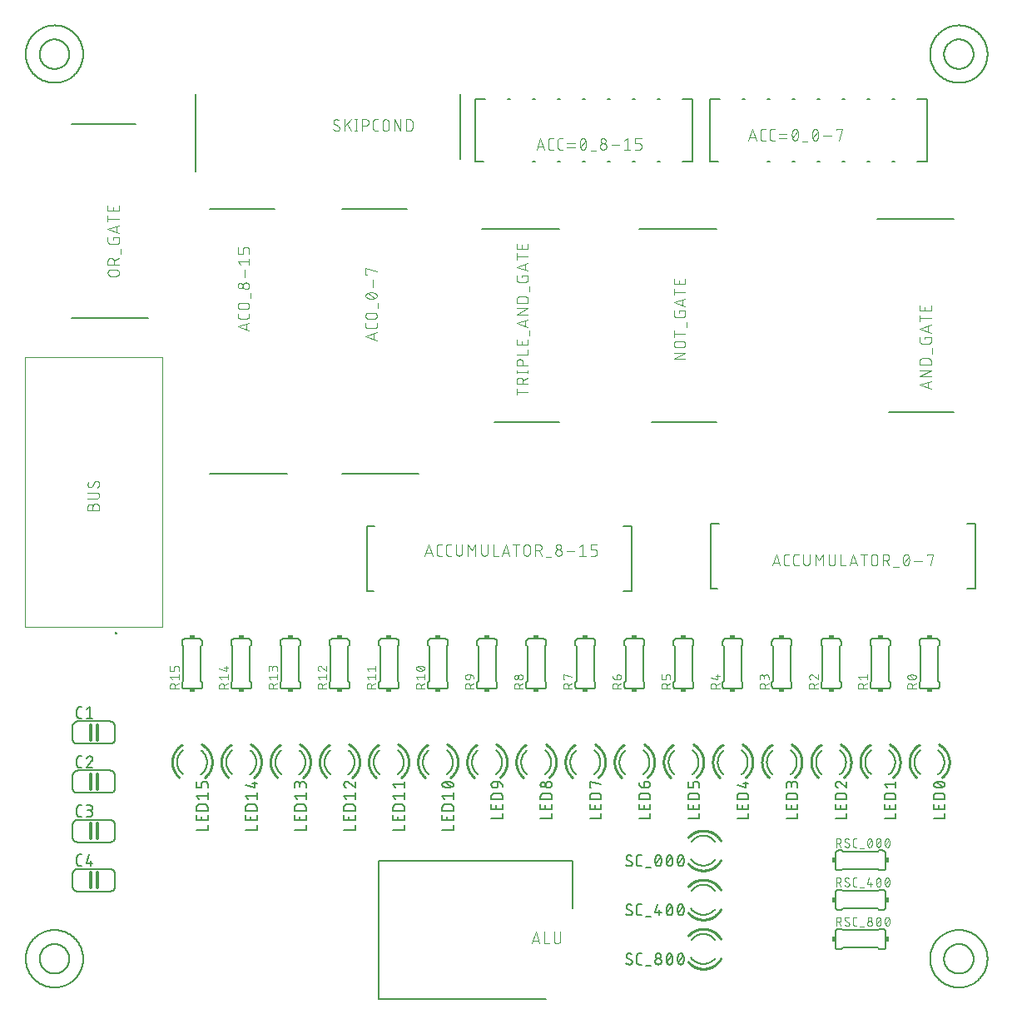
<source format=gbr>
G04 EAGLE Gerber RS-274X export*
G75*
%MOMM*%
%FSLAX34Y34*%
%LPD*%
%INSilkscreen Top*%
%IPPOS*%
%AMOC8*
5,1,8,0,0,1.08239X$1,22.5*%
G01*
%ADD10C,0.152400*%
%ADD11C,0.101600*%
%ADD12C,0.100000*%
%ADD13C,0.200000*%
%ADD14C,0.200000*%
%ADD15C,0.254000*%
%ADD16C,0.127000*%
%ADD17R,0.381000X0.508000*%
%ADD18R,0.508000X0.381000*%
%ADD19C,0.304800*%
%ADD20C,0.203200*%


D10*
X717270Y913950D02*
X707110Y913950D01*
X740130Y913950D02*
X742670Y913950D01*
X765530Y913950D02*
X768070Y913950D01*
X790930Y913950D02*
X793470Y913950D01*
X816330Y913950D02*
X818870Y913950D01*
X928090Y913950D02*
X928090Y850450D01*
X928090Y913950D02*
X917930Y913950D01*
X707110Y913950D02*
X707110Y885248D01*
X707110Y879152D01*
X707110Y850450D01*
X715492Y850450D01*
X765530Y850450D02*
X768070Y850450D01*
X790930Y850450D02*
X793470Y850450D01*
X816330Y850450D02*
X818870Y850450D01*
X841730Y850450D02*
X844270Y850450D01*
X867130Y850450D02*
X869670Y850450D01*
X892530Y850450D02*
X895070Y850450D01*
X917930Y850450D02*
X928090Y850450D01*
X895070Y913950D02*
X892530Y913950D01*
X869670Y913950D02*
X867130Y913950D01*
X844270Y913950D02*
X841730Y913950D01*
D11*
X749903Y883808D02*
X746008Y872124D01*
X753797Y872124D02*
X749903Y883808D01*
X752824Y875045D02*
X746982Y875045D01*
X760650Y872124D02*
X763247Y872124D01*
X760650Y872124D02*
X760551Y872126D01*
X760451Y872132D01*
X760352Y872141D01*
X760254Y872154D01*
X760156Y872171D01*
X760058Y872192D01*
X759962Y872217D01*
X759867Y872245D01*
X759773Y872277D01*
X759680Y872312D01*
X759588Y872351D01*
X759498Y872394D01*
X759410Y872439D01*
X759323Y872489D01*
X759239Y872541D01*
X759156Y872597D01*
X759076Y872655D01*
X758998Y872717D01*
X758923Y872782D01*
X758850Y872850D01*
X758780Y872920D01*
X758712Y872993D01*
X758647Y873068D01*
X758585Y873146D01*
X758527Y873226D01*
X758471Y873309D01*
X758419Y873393D01*
X758369Y873480D01*
X758324Y873568D01*
X758281Y873658D01*
X758242Y873750D01*
X758207Y873843D01*
X758175Y873937D01*
X758147Y874032D01*
X758122Y874128D01*
X758101Y874226D01*
X758084Y874324D01*
X758071Y874422D01*
X758062Y874521D01*
X758056Y874621D01*
X758054Y874720D01*
X758054Y881212D01*
X758056Y881311D01*
X758062Y881411D01*
X758071Y881510D01*
X758084Y881608D01*
X758101Y881706D01*
X758122Y881804D01*
X758147Y881900D01*
X758175Y881995D01*
X758207Y882089D01*
X758242Y882182D01*
X758281Y882274D01*
X758324Y882364D01*
X758369Y882452D01*
X758419Y882539D01*
X758471Y882623D01*
X758527Y882706D01*
X758585Y882786D01*
X758647Y882864D01*
X758712Y882939D01*
X758780Y883012D01*
X758850Y883082D01*
X758923Y883150D01*
X758998Y883215D01*
X759076Y883277D01*
X759156Y883335D01*
X759239Y883391D01*
X759323Y883443D01*
X759410Y883493D01*
X759498Y883538D01*
X759588Y883581D01*
X759680Y883620D01*
X759772Y883655D01*
X759867Y883687D01*
X759962Y883715D01*
X760058Y883740D01*
X760156Y883761D01*
X760254Y883778D01*
X760352Y883791D01*
X760451Y883800D01*
X760551Y883806D01*
X760650Y883808D01*
X763247Y883808D01*
X770175Y872124D02*
X772772Y872124D01*
X770175Y872124D02*
X770076Y872126D01*
X769976Y872132D01*
X769877Y872141D01*
X769779Y872154D01*
X769681Y872171D01*
X769583Y872192D01*
X769487Y872217D01*
X769392Y872245D01*
X769298Y872277D01*
X769205Y872312D01*
X769113Y872351D01*
X769023Y872394D01*
X768935Y872439D01*
X768848Y872489D01*
X768764Y872541D01*
X768681Y872597D01*
X768601Y872655D01*
X768523Y872717D01*
X768448Y872782D01*
X768375Y872850D01*
X768305Y872920D01*
X768237Y872993D01*
X768172Y873068D01*
X768110Y873146D01*
X768052Y873226D01*
X767996Y873309D01*
X767944Y873393D01*
X767894Y873480D01*
X767849Y873568D01*
X767806Y873658D01*
X767767Y873750D01*
X767732Y873843D01*
X767700Y873937D01*
X767672Y874032D01*
X767647Y874128D01*
X767626Y874226D01*
X767609Y874324D01*
X767596Y874422D01*
X767587Y874521D01*
X767581Y874621D01*
X767579Y874720D01*
X767579Y881212D01*
X767581Y881311D01*
X767587Y881411D01*
X767596Y881510D01*
X767609Y881608D01*
X767626Y881706D01*
X767647Y881804D01*
X767672Y881900D01*
X767700Y881995D01*
X767732Y882089D01*
X767767Y882182D01*
X767806Y882274D01*
X767849Y882364D01*
X767894Y882452D01*
X767944Y882539D01*
X767996Y882623D01*
X768052Y882706D01*
X768110Y882786D01*
X768172Y882864D01*
X768237Y882939D01*
X768305Y883012D01*
X768375Y883082D01*
X768448Y883150D01*
X768523Y883215D01*
X768601Y883277D01*
X768681Y883335D01*
X768764Y883391D01*
X768848Y883443D01*
X768935Y883493D01*
X769023Y883538D01*
X769113Y883581D01*
X769205Y883620D01*
X769297Y883655D01*
X769392Y883687D01*
X769487Y883715D01*
X769583Y883740D01*
X769681Y883761D01*
X769779Y883778D01*
X769877Y883791D01*
X769976Y883800D01*
X770076Y883806D01*
X770175Y883808D01*
X772772Y883808D01*
X777250Y874720D02*
X785039Y874720D01*
X785039Y878615D02*
X777250Y878615D01*
X790092Y877966D02*
X790095Y878196D01*
X790103Y878426D01*
X790117Y878655D01*
X790136Y878884D01*
X790161Y879113D01*
X790191Y879340D01*
X790226Y879568D01*
X790267Y879794D01*
X790313Y880019D01*
X790365Y880243D01*
X790422Y880465D01*
X790484Y880687D01*
X790552Y880906D01*
X790625Y881124D01*
X790703Y881341D01*
X790786Y881555D01*
X790874Y881767D01*
X790967Y881977D01*
X791066Y882185D01*
X791065Y882185D02*
X791098Y882275D01*
X791134Y882364D01*
X791174Y882452D01*
X791218Y882537D01*
X791265Y882621D01*
X791315Y882703D01*
X791369Y882783D01*
X791425Y882860D01*
X791485Y882936D01*
X791548Y883009D01*
X791613Y883079D01*
X791682Y883147D01*
X791753Y883211D01*
X791826Y883273D01*
X791902Y883332D01*
X791980Y883388D01*
X792061Y883441D01*
X792143Y883490D01*
X792227Y883536D01*
X792314Y883579D01*
X792401Y883618D01*
X792491Y883654D01*
X792581Y883686D01*
X792673Y883714D01*
X792766Y883739D01*
X792860Y883760D01*
X792954Y883777D01*
X793049Y883791D01*
X793145Y883800D01*
X793241Y883806D01*
X793337Y883808D01*
X793433Y883806D01*
X793529Y883800D01*
X793625Y883791D01*
X793720Y883777D01*
X793814Y883760D01*
X793908Y883739D01*
X794001Y883714D01*
X794093Y883686D01*
X794183Y883654D01*
X794273Y883618D01*
X794360Y883579D01*
X794447Y883536D01*
X794531Y883490D01*
X794613Y883441D01*
X794694Y883388D01*
X794772Y883332D01*
X794848Y883273D01*
X794921Y883211D01*
X794992Y883147D01*
X795061Y883079D01*
X795126Y883009D01*
X795189Y882936D01*
X795249Y882860D01*
X795305Y882783D01*
X795359Y882703D01*
X795409Y882621D01*
X795456Y882537D01*
X795500Y882452D01*
X795540Y882364D01*
X795576Y882275D01*
X795609Y882185D01*
X795708Y881978D01*
X795801Y881768D01*
X795889Y881555D01*
X795972Y881341D01*
X796050Y881125D01*
X796123Y880907D01*
X796191Y880687D01*
X796253Y880466D01*
X796310Y880243D01*
X796362Y880019D01*
X796408Y879794D01*
X796449Y879568D01*
X796484Y879341D01*
X796514Y879113D01*
X796539Y878884D01*
X796558Y878655D01*
X796572Y878426D01*
X796580Y878196D01*
X796583Y877966D01*
X790091Y877966D02*
X790094Y877736D01*
X790102Y877506D01*
X790116Y877277D01*
X790135Y877048D01*
X790160Y876819D01*
X790190Y876591D01*
X790225Y876364D01*
X790266Y876138D01*
X790312Y875913D01*
X790364Y875689D01*
X790421Y875466D01*
X790483Y875245D01*
X790551Y875025D01*
X790624Y874807D01*
X790702Y874591D01*
X790785Y874377D01*
X790873Y874165D01*
X790966Y873954D01*
X791065Y873747D01*
X791098Y873657D01*
X791134Y873568D01*
X791175Y873480D01*
X791218Y873395D01*
X791265Y873311D01*
X791315Y873229D01*
X791369Y873149D01*
X791425Y873072D01*
X791485Y872996D01*
X791548Y872923D01*
X791613Y872853D01*
X791682Y872785D01*
X791753Y872721D01*
X791826Y872659D01*
X791902Y872600D01*
X791980Y872544D01*
X792061Y872491D01*
X792143Y872442D01*
X792227Y872396D01*
X792314Y872353D01*
X792401Y872314D01*
X792491Y872278D01*
X792581Y872246D01*
X792673Y872218D01*
X792766Y872193D01*
X792860Y872172D01*
X792954Y872155D01*
X793049Y872141D01*
X793145Y872132D01*
X793241Y872126D01*
X793337Y872124D01*
X795608Y873747D02*
X795707Y873954D01*
X795800Y874165D01*
X795888Y874377D01*
X795971Y874591D01*
X796049Y874807D01*
X796122Y875025D01*
X796190Y875245D01*
X796252Y875466D01*
X796309Y875689D01*
X796361Y875913D01*
X796407Y876138D01*
X796448Y876364D01*
X796483Y876591D01*
X796513Y876819D01*
X796538Y877048D01*
X796557Y877277D01*
X796571Y877506D01*
X796579Y877736D01*
X796582Y877966D01*
X795609Y873747D02*
X795576Y873657D01*
X795540Y873568D01*
X795500Y873480D01*
X795456Y873395D01*
X795409Y873311D01*
X795359Y873229D01*
X795305Y873149D01*
X795249Y873072D01*
X795189Y872996D01*
X795126Y872923D01*
X795061Y872853D01*
X794992Y872785D01*
X794921Y872721D01*
X794848Y872659D01*
X794772Y872600D01*
X794694Y872544D01*
X794613Y872491D01*
X794531Y872442D01*
X794447Y872396D01*
X794360Y872353D01*
X794273Y872314D01*
X794183Y872278D01*
X794093Y872246D01*
X794001Y872218D01*
X793908Y872193D01*
X793814Y872172D01*
X793720Y872155D01*
X793625Y872141D01*
X793529Y872132D01*
X793433Y872126D01*
X793337Y872124D01*
X790740Y874720D02*
X795933Y881212D01*
X801027Y870826D02*
X806220Y870826D01*
X810665Y877966D02*
X810668Y878196D01*
X810676Y878426D01*
X810690Y878655D01*
X810709Y878884D01*
X810734Y879113D01*
X810764Y879340D01*
X810799Y879568D01*
X810840Y879794D01*
X810886Y880019D01*
X810938Y880243D01*
X810995Y880465D01*
X811057Y880687D01*
X811125Y880906D01*
X811198Y881124D01*
X811276Y881341D01*
X811359Y881555D01*
X811447Y881767D01*
X811540Y881977D01*
X811639Y882185D01*
X811672Y882275D01*
X811708Y882364D01*
X811748Y882452D01*
X811792Y882537D01*
X811839Y882621D01*
X811889Y882703D01*
X811943Y882783D01*
X811999Y882860D01*
X812059Y882936D01*
X812122Y883009D01*
X812187Y883079D01*
X812256Y883147D01*
X812327Y883211D01*
X812400Y883273D01*
X812476Y883332D01*
X812554Y883388D01*
X812635Y883441D01*
X812717Y883490D01*
X812801Y883536D01*
X812888Y883579D01*
X812975Y883618D01*
X813065Y883654D01*
X813155Y883686D01*
X813247Y883714D01*
X813340Y883739D01*
X813434Y883760D01*
X813528Y883777D01*
X813623Y883791D01*
X813719Y883800D01*
X813815Y883806D01*
X813911Y883808D01*
X814007Y883806D01*
X814103Y883800D01*
X814199Y883791D01*
X814294Y883777D01*
X814388Y883760D01*
X814482Y883739D01*
X814575Y883714D01*
X814667Y883686D01*
X814757Y883654D01*
X814847Y883618D01*
X814934Y883579D01*
X815021Y883536D01*
X815105Y883490D01*
X815187Y883441D01*
X815268Y883388D01*
X815346Y883332D01*
X815422Y883273D01*
X815495Y883211D01*
X815566Y883147D01*
X815635Y883079D01*
X815700Y883009D01*
X815763Y882936D01*
X815823Y882860D01*
X815879Y882783D01*
X815933Y882703D01*
X815983Y882621D01*
X816030Y882537D01*
X816074Y882452D01*
X816114Y882364D01*
X816150Y882275D01*
X816183Y882185D01*
X816282Y881978D01*
X816375Y881768D01*
X816463Y881555D01*
X816546Y881341D01*
X816624Y881125D01*
X816697Y880907D01*
X816765Y880687D01*
X816827Y880466D01*
X816884Y880243D01*
X816936Y880019D01*
X816982Y879794D01*
X817023Y879568D01*
X817058Y879341D01*
X817088Y879113D01*
X817113Y878884D01*
X817132Y878655D01*
X817146Y878426D01*
X817154Y878196D01*
X817157Y877966D01*
X810665Y877966D02*
X810668Y877736D01*
X810676Y877506D01*
X810690Y877277D01*
X810709Y877048D01*
X810734Y876819D01*
X810764Y876591D01*
X810799Y876364D01*
X810840Y876138D01*
X810886Y875913D01*
X810938Y875689D01*
X810995Y875466D01*
X811057Y875245D01*
X811125Y875025D01*
X811198Y874807D01*
X811276Y874591D01*
X811359Y874377D01*
X811447Y874165D01*
X811540Y873954D01*
X811639Y873747D01*
X811672Y873657D01*
X811708Y873568D01*
X811749Y873480D01*
X811792Y873395D01*
X811839Y873311D01*
X811889Y873229D01*
X811943Y873149D01*
X811999Y873072D01*
X812059Y872996D01*
X812122Y872923D01*
X812187Y872853D01*
X812256Y872785D01*
X812327Y872721D01*
X812400Y872659D01*
X812476Y872600D01*
X812554Y872544D01*
X812635Y872491D01*
X812717Y872442D01*
X812801Y872396D01*
X812888Y872353D01*
X812975Y872314D01*
X813065Y872278D01*
X813155Y872246D01*
X813247Y872218D01*
X813340Y872193D01*
X813434Y872172D01*
X813528Y872155D01*
X813623Y872141D01*
X813719Y872132D01*
X813815Y872126D01*
X813911Y872124D01*
X816182Y873747D02*
X816281Y873954D01*
X816374Y874165D01*
X816462Y874377D01*
X816545Y874591D01*
X816623Y874807D01*
X816696Y875025D01*
X816764Y875245D01*
X816826Y875466D01*
X816883Y875689D01*
X816935Y875913D01*
X816981Y876138D01*
X817022Y876364D01*
X817057Y876591D01*
X817087Y876819D01*
X817112Y877048D01*
X817131Y877277D01*
X817145Y877506D01*
X817153Y877736D01*
X817156Y877966D01*
X816183Y873747D02*
X816150Y873657D01*
X816114Y873568D01*
X816074Y873480D01*
X816030Y873395D01*
X815983Y873311D01*
X815933Y873229D01*
X815879Y873149D01*
X815823Y873072D01*
X815763Y872996D01*
X815700Y872923D01*
X815635Y872853D01*
X815566Y872785D01*
X815495Y872721D01*
X815422Y872659D01*
X815346Y872600D01*
X815268Y872544D01*
X815187Y872491D01*
X815105Y872442D01*
X815021Y872396D01*
X814934Y872353D01*
X814847Y872314D01*
X814757Y872278D01*
X814667Y872246D01*
X814575Y872218D01*
X814482Y872193D01*
X814388Y872172D01*
X814294Y872155D01*
X814199Y872141D01*
X814103Y872132D01*
X814007Y872126D01*
X813911Y872124D01*
X811314Y874720D02*
X816507Y881212D01*
X822208Y876668D02*
X829997Y876668D01*
X835049Y882510D02*
X835049Y883808D01*
X841540Y883808D01*
X838295Y872124D01*
D10*
X477870Y913950D02*
X467710Y913950D01*
X500730Y913950D02*
X503270Y913950D01*
X526130Y913950D02*
X528670Y913950D01*
X551530Y913950D02*
X554070Y913950D01*
X576930Y913950D02*
X579470Y913950D01*
X688690Y913950D02*
X688690Y850450D01*
X688690Y913950D02*
X678530Y913950D01*
X467710Y913950D02*
X467710Y885248D01*
X467710Y879152D01*
X467710Y850450D01*
X476092Y850450D01*
X526130Y850450D02*
X528670Y850450D01*
X551530Y850450D02*
X554070Y850450D01*
X576930Y850450D02*
X579470Y850450D01*
X602330Y850450D02*
X604870Y850450D01*
X627730Y850450D02*
X630270Y850450D01*
X653130Y850450D02*
X655670Y850450D01*
X678530Y850450D02*
X688690Y850450D01*
X655670Y913950D02*
X653130Y913950D01*
X630270Y913950D02*
X627730Y913950D01*
X604870Y913950D02*
X602330Y913950D01*
D11*
X534188Y874408D02*
X530293Y862724D01*
X538082Y862724D02*
X534188Y874408D01*
X537109Y865645D02*
X531267Y865645D01*
X544935Y862724D02*
X547532Y862724D01*
X544935Y862724D02*
X544836Y862726D01*
X544736Y862732D01*
X544637Y862741D01*
X544539Y862754D01*
X544441Y862771D01*
X544343Y862792D01*
X544247Y862817D01*
X544152Y862845D01*
X544058Y862877D01*
X543965Y862912D01*
X543873Y862951D01*
X543783Y862994D01*
X543695Y863039D01*
X543608Y863089D01*
X543524Y863141D01*
X543441Y863197D01*
X543361Y863255D01*
X543283Y863317D01*
X543208Y863382D01*
X543135Y863450D01*
X543065Y863520D01*
X542997Y863593D01*
X542932Y863668D01*
X542870Y863746D01*
X542812Y863826D01*
X542756Y863909D01*
X542704Y863993D01*
X542654Y864080D01*
X542609Y864168D01*
X542566Y864258D01*
X542527Y864350D01*
X542492Y864443D01*
X542460Y864537D01*
X542432Y864632D01*
X542407Y864728D01*
X542386Y864826D01*
X542369Y864924D01*
X542356Y865022D01*
X542347Y865121D01*
X542341Y865221D01*
X542339Y865320D01*
X542339Y871812D01*
X542341Y871911D01*
X542347Y872011D01*
X542356Y872110D01*
X542369Y872208D01*
X542386Y872306D01*
X542407Y872404D01*
X542432Y872500D01*
X542460Y872595D01*
X542492Y872689D01*
X542527Y872782D01*
X542566Y872874D01*
X542609Y872964D01*
X542654Y873052D01*
X542704Y873139D01*
X542756Y873223D01*
X542812Y873306D01*
X542870Y873386D01*
X542932Y873464D01*
X542997Y873539D01*
X543065Y873612D01*
X543135Y873682D01*
X543208Y873750D01*
X543283Y873815D01*
X543361Y873877D01*
X543441Y873935D01*
X543524Y873991D01*
X543608Y874043D01*
X543695Y874093D01*
X543783Y874138D01*
X543873Y874181D01*
X543965Y874220D01*
X544057Y874255D01*
X544152Y874287D01*
X544247Y874315D01*
X544343Y874340D01*
X544441Y874361D01*
X544539Y874378D01*
X544637Y874391D01*
X544736Y874400D01*
X544836Y874406D01*
X544935Y874408D01*
X547532Y874408D01*
X554460Y862724D02*
X557057Y862724D01*
X554460Y862724D02*
X554361Y862726D01*
X554261Y862732D01*
X554162Y862741D01*
X554064Y862754D01*
X553966Y862771D01*
X553868Y862792D01*
X553772Y862817D01*
X553677Y862845D01*
X553583Y862877D01*
X553490Y862912D01*
X553398Y862951D01*
X553308Y862994D01*
X553220Y863039D01*
X553133Y863089D01*
X553049Y863141D01*
X552966Y863197D01*
X552886Y863255D01*
X552808Y863317D01*
X552733Y863382D01*
X552660Y863450D01*
X552590Y863520D01*
X552522Y863593D01*
X552457Y863668D01*
X552395Y863746D01*
X552337Y863826D01*
X552281Y863909D01*
X552229Y863993D01*
X552179Y864080D01*
X552134Y864168D01*
X552091Y864258D01*
X552052Y864350D01*
X552017Y864443D01*
X551985Y864537D01*
X551957Y864632D01*
X551932Y864728D01*
X551911Y864826D01*
X551894Y864924D01*
X551881Y865022D01*
X551872Y865121D01*
X551866Y865221D01*
X551864Y865320D01*
X551864Y871812D01*
X551866Y871911D01*
X551872Y872011D01*
X551881Y872110D01*
X551894Y872208D01*
X551911Y872306D01*
X551932Y872404D01*
X551957Y872500D01*
X551985Y872595D01*
X552017Y872689D01*
X552052Y872782D01*
X552091Y872874D01*
X552134Y872964D01*
X552179Y873052D01*
X552229Y873139D01*
X552281Y873223D01*
X552337Y873306D01*
X552395Y873386D01*
X552457Y873464D01*
X552522Y873539D01*
X552590Y873612D01*
X552660Y873682D01*
X552733Y873750D01*
X552808Y873815D01*
X552886Y873877D01*
X552966Y873935D01*
X553049Y873991D01*
X553133Y874043D01*
X553220Y874093D01*
X553308Y874138D01*
X553398Y874181D01*
X553490Y874220D01*
X553582Y874255D01*
X553677Y874287D01*
X553772Y874315D01*
X553868Y874340D01*
X553966Y874361D01*
X554064Y874378D01*
X554162Y874391D01*
X554261Y874400D01*
X554361Y874406D01*
X554460Y874408D01*
X557057Y874408D01*
X561535Y865320D02*
X569324Y865320D01*
X569324Y869215D02*
X561535Y869215D01*
X574377Y868566D02*
X574380Y868796D01*
X574388Y869026D01*
X574402Y869255D01*
X574421Y869484D01*
X574446Y869713D01*
X574476Y869940D01*
X574511Y870168D01*
X574552Y870394D01*
X574598Y870619D01*
X574650Y870843D01*
X574707Y871065D01*
X574769Y871287D01*
X574837Y871506D01*
X574910Y871724D01*
X574988Y871941D01*
X575071Y872155D01*
X575159Y872367D01*
X575252Y872577D01*
X575351Y872785D01*
X575350Y872785D02*
X575383Y872875D01*
X575419Y872964D01*
X575459Y873052D01*
X575503Y873137D01*
X575550Y873221D01*
X575600Y873303D01*
X575654Y873383D01*
X575710Y873460D01*
X575770Y873536D01*
X575833Y873609D01*
X575898Y873679D01*
X575967Y873747D01*
X576038Y873811D01*
X576111Y873873D01*
X576187Y873932D01*
X576265Y873988D01*
X576346Y874041D01*
X576428Y874090D01*
X576512Y874136D01*
X576599Y874179D01*
X576686Y874218D01*
X576776Y874254D01*
X576866Y874286D01*
X576958Y874314D01*
X577051Y874339D01*
X577145Y874360D01*
X577239Y874377D01*
X577334Y874391D01*
X577430Y874400D01*
X577526Y874406D01*
X577622Y874408D01*
X577718Y874406D01*
X577814Y874400D01*
X577910Y874391D01*
X578005Y874377D01*
X578099Y874360D01*
X578193Y874339D01*
X578286Y874314D01*
X578378Y874286D01*
X578468Y874254D01*
X578558Y874218D01*
X578645Y874179D01*
X578732Y874136D01*
X578816Y874090D01*
X578898Y874041D01*
X578979Y873988D01*
X579057Y873932D01*
X579133Y873873D01*
X579206Y873811D01*
X579277Y873747D01*
X579346Y873679D01*
X579411Y873609D01*
X579474Y873536D01*
X579534Y873460D01*
X579590Y873383D01*
X579644Y873303D01*
X579694Y873221D01*
X579741Y873137D01*
X579785Y873052D01*
X579825Y872964D01*
X579861Y872875D01*
X579894Y872785D01*
X579993Y872578D01*
X580086Y872368D01*
X580174Y872155D01*
X580257Y871941D01*
X580335Y871725D01*
X580408Y871507D01*
X580476Y871287D01*
X580538Y871066D01*
X580595Y870843D01*
X580647Y870619D01*
X580693Y870394D01*
X580734Y870168D01*
X580769Y869941D01*
X580799Y869713D01*
X580824Y869484D01*
X580843Y869255D01*
X580857Y869026D01*
X580865Y868796D01*
X580868Y868566D01*
X574376Y868566D02*
X574379Y868336D01*
X574387Y868106D01*
X574401Y867877D01*
X574420Y867648D01*
X574445Y867419D01*
X574475Y867191D01*
X574510Y866964D01*
X574551Y866738D01*
X574597Y866513D01*
X574649Y866289D01*
X574706Y866066D01*
X574768Y865845D01*
X574836Y865625D01*
X574909Y865407D01*
X574987Y865191D01*
X575070Y864977D01*
X575158Y864765D01*
X575251Y864554D01*
X575350Y864347D01*
X575383Y864257D01*
X575419Y864168D01*
X575460Y864080D01*
X575503Y863995D01*
X575550Y863911D01*
X575600Y863829D01*
X575654Y863749D01*
X575710Y863672D01*
X575770Y863596D01*
X575833Y863523D01*
X575898Y863453D01*
X575967Y863385D01*
X576038Y863321D01*
X576111Y863259D01*
X576187Y863200D01*
X576265Y863144D01*
X576346Y863091D01*
X576428Y863042D01*
X576512Y862996D01*
X576599Y862953D01*
X576686Y862914D01*
X576776Y862878D01*
X576866Y862846D01*
X576958Y862818D01*
X577051Y862793D01*
X577145Y862772D01*
X577239Y862755D01*
X577334Y862741D01*
X577430Y862732D01*
X577526Y862726D01*
X577622Y862724D01*
X579893Y864347D02*
X579992Y864554D01*
X580085Y864765D01*
X580173Y864977D01*
X580256Y865191D01*
X580334Y865407D01*
X580407Y865625D01*
X580475Y865845D01*
X580537Y866066D01*
X580594Y866289D01*
X580646Y866513D01*
X580692Y866738D01*
X580733Y866964D01*
X580768Y867191D01*
X580798Y867419D01*
X580823Y867648D01*
X580842Y867877D01*
X580856Y868106D01*
X580864Y868336D01*
X580867Y868566D01*
X579894Y864347D02*
X579861Y864257D01*
X579825Y864168D01*
X579785Y864080D01*
X579741Y863995D01*
X579694Y863911D01*
X579644Y863829D01*
X579590Y863749D01*
X579534Y863672D01*
X579474Y863596D01*
X579411Y863523D01*
X579346Y863453D01*
X579277Y863385D01*
X579206Y863321D01*
X579133Y863259D01*
X579057Y863200D01*
X578979Y863144D01*
X578898Y863091D01*
X578816Y863042D01*
X578732Y862996D01*
X578645Y862953D01*
X578558Y862914D01*
X578468Y862878D01*
X578378Y862846D01*
X578286Y862818D01*
X578193Y862793D01*
X578099Y862772D01*
X578005Y862755D01*
X577910Y862741D01*
X577814Y862732D01*
X577718Y862726D01*
X577622Y862724D01*
X575025Y865320D02*
X580218Y871812D01*
X585312Y861426D02*
X590505Y861426D01*
X594950Y865970D02*
X594952Y866083D01*
X594958Y866196D01*
X594968Y866309D01*
X594982Y866422D01*
X594999Y866534D01*
X595021Y866645D01*
X595046Y866755D01*
X595076Y866865D01*
X595109Y866973D01*
X595146Y867080D01*
X595186Y867186D01*
X595231Y867290D01*
X595279Y867393D01*
X595330Y867494D01*
X595385Y867593D01*
X595443Y867690D01*
X595505Y867785D01*
X595570Y867878D01*
X595638Y867968D01*
X595709Y868056D01*
X595784Y868142D01*
X595861Y868225D01*
X595941Y868305D01*
X596024Y868382D01*
X596110Y868457D01*
X596198Y868528D01*
X596288Y868596D01*
X596381Y868661D01*
X596476Y868723D01*
X596573Y868781D01*
X596672Y868836D01*
X596773Y868887D01*
X596876Y868935D01*
X596980Y868980D01*
X597086Y869020D01*
X597193Y869057D01*
X597301Y869090D01*
X597411Y869120D01*
X597521Y869145D01*
X597632Y869167D01*
X597744Y869184D01*
X597857Y869198D01*
X597970Y869208D01*
X598083Y869214D01*
X598196Y869216D01*
X598309Y869214D01*
X598422Y869208D01*
X598535Y869198D01*
X598648Y869184D01*
X598760Y869167D01*
X598871Y869145D01*
X598981Y869120D01*
X599091Y869090D01*
X599199Y869057D01*
X599306Y869020D01*
X599412Y868980D01*
X599516Y868935D01*
X599619Y868887D01*
X599720Y868836D01*
X599819Y868781D01*
X599916Y868723D01*
X600011Y868661D01*
X600104Y868596D01*
X600194Y868528D01*
X600282Y868457D01*
X600368Y868382D01*
X600451Y868305D01*
X600531Y868225D01*
X600608Y868142D01*
X600683Y868056D01*
X600754Y867968D01*
X600822Y867878D01*
X600887Y867785D01*
X600949Y867690D01*
X601007Y867593D01*
X601062Y867494D01*
X601113Y867393D01*
X601161Y867290D01*
X601206Y867186D01*
X601246Y867080D01*
X601283Y866973D01*
X601316Y866865D01*
X601346Y866755D01*
X601371Y866645D01*
X601393Y866534D01*
X601410Y866422D01*
X601424Y866309D01*
X601434Y866196D01*
X601440Y866083D01*
X601442Y865970D01*
X601440Y865857D01*
X601434Y865744D01*
X601424Y865631D01*
X601410Y865518D01*
X601393Y865406D01*
X601371Y865295D01*
X601346Y865185D01*
X601316Y865075D01*
X601283Y864967D01*
X601246Y864860D01*
X601206Y864754D01*
X601161Y864650D01*
X601113Y864547D01*
X601062Y864446D01*
X601007Y864347D01*
X600949Y864250D01*
X600887Y864155D01*
X600822Y864062D01*
X600754Y863972D01*
X600683Y863884D01*
X600608Y863798D01*
X600531Y863715D01*
X600451Y863635D01*
X600368Y863558D01*
X600282Y863483D01*
X600194Y863412D01*
X600104Y863344D01*
X600011Y863279D01*
X599916Y863217D01*
X599819Y863159D01*
X599720Y863104D01*
X599619Y863053D01*
X599516Y863005D01*
X599412Y862960D01*
X599306Y862920D01*
X599199Y862883D01*
X599091Y862850D01*
X598981Y862820D01*
X598871Y862795D01*
X598760Y862773D01*
X598648Y862756D01*
X598535Y862742D01*
X598422Y862732D01*
X598309Y862726D01*
X598196Y862724D01*
X598083Y862726D01*
X597970Y862732D01*
X597857Y862742D01*
X597744Y862756D01*
X597632Y862773D01*
X597521Y862795D01*
X597411Y862820D01*
X597301Y862850D01*
X597193Y862883D01*
X597086Y862920D01*
X596980Y862960D01*
X596876Y863005D01*
X596773Y863053D01*
X596672Y863104D01*
X596573Y863159D01*
X596476Y863217D01*
X596381Y863279D01*
X596288Y863344D01*
X596198Y863412D01*
X596110Y863483D01*
X596024Y863558D01*
X595941Y863635D01*
X595861Y863715D01*
X595784Y863798D01*
X595709Y863884D01*
X595638Y863972D01*
X595570Y864062D01*
X595505Y864155D01*
X595443Y864250D01*
X595385Y864347D01*
X595330Y864446D01*
X595279Y864547D01*
X595231Y864650D01*
X595186Y864754D01*
X595146Y864860D01*
X595109Y864967D01*
X595076Y865075D01*
X595046Y865185D01*
X595021Y865295D01*
X594999Y865406D01*
X594982Y865518D01*
X594968Y865631D01*
X594958Y865744D01*
X594952Y865857D01*
X594950Y865970D01*
X595600Y871812D02*
X595602Y871913D01*
X595608Y872013D01*
X595618Y872113D01*
X595631Y872213D01*
X595649Y872312D01*
X595670Y872411D01*
X595695Y872508D01*
X595724Y872605D01*
X595757Y872700D01*
X595793Y872794D01*
X595833Y872886D01*
X595876Y872977D01*
X595923Y873066D01*
X595973Y873153D01*
X596027Y873239D01*
X596084Y873322D01*
X596144Y873402D01*
X596207Y873481D01*
X596274Y873557D01*
X596343Y873630D01*
X596415Y873700D01*
X596489Y873768D01*
X596566Y873833D01*
X596646Y873894D01*
X596728Y873953D01*
X596812Y874008D01*
X596898Y874060D01*
X596986Y874109D01*
X597076Y874154D01*
X597168Y874196D01*
X597261Y874234D01*
X597356Y874268D01*
X597451Y874299D01*
X597548Y874326D01*
X597646Y874349D01*
X597745Y874369D01*
X597845Y874384D01*
X597945Y874396D01*
X598045Y874404D01*
X598146Y874408D01*
X598246Y874408D01*
X598347Y874404D01*
X598447Y874396D01*
X598547Y874384D01*
X598647Y874369D01*
X598746Y874349D01*
X598844Y874326D01*
X598941Y874299D01*
X599036Y874268D01*
X599131Y874234D01*
X599224Y874196D01*
X599316Y874154D01*
X599406Y874109D01*
X599494Y874060D01*
X599580Y874008D01*
X599664Y873953D01*
X599746Y873894D01*
X599826Y873833D01*
X599903Y873768D01*
X599977Y873700D01*
X600049Y873630D01*
X600118Y873557D01*
X600185Y873481D01*
X600248Y873402D01*
X600308Y873322D01*
X600365Y873239D01*
X600419Y873153D01*
X600469Y873066D01*
X600516Y872977D01*
X600559Y872886D01*
X600599Y872794D01*
X600635Y872700D01*
X600668Y872605D01*
X600697Y872508D01*
X600722Y872411D01*
X600743Y872312D01*
X600761Y872213D01*
X600774Y872113D01*
X600784Y872013D01*
X600790Y871913D01*
X600792Y871812D01*
X600790Y871711D01*
X600784Y871611D01*
X600774Y871511D01*
X600761Y871411D01*
X600743Y871312D01*
X600722Y871213D01*
X600697Y871116D01*
X600668Y871019D01*
X600635Y870924D01*
X600599Y870830D01*
X600559Y870738D01*
X600516Y870647D01*
X600469Y870558D01*
X600419Y870471D01*
X600365Y870385D01*
X600308Y870302D01*
X600248Y870222D01*
X600185Y870143D01*
X600118Y870067D01*
X600049Y869994D01*
X599977Y869924D01*
X599903Y869856D01*
X599826Y869791D01*
X599746Y869730D01*
X599664Y869671D01*
X599580Y869616D01*
X599494Y869564D01*
X599406Y869515D01*
X599316Y869470D01*
X599224Y869428D01*
X599131Y869390D01*
X599036Y869356D01*
X598941Y869325D01*
X598844Y869298D01*
X598746Y869275D01*
X598647Y869255D01*
X598547Y869240D01*
X598447Y869228D01*
X598347Y869220D01*
X598246Y869216D01*
X598146Y869216D01*
X598045Y869220D01*
X597945Y869228D01*
X597845Y869240D01*
X597745Y869255D01*
X597646Y869275D01*
X597548Y869298D01*
X597451Y869325D01*
X597356Y869356D01*
X597261Y869390D01*
X597168Y869428D01*
X597076Y869470D01*
X596986Y869515D01*
X596898Y869564D01*
X596812Y869616D01*
X596728Y869671D01*
X596646Y869730D01*
X596566Y869791D01*
X596489Y869856D01*
X596415Y869924D01*
X596343Y869994D01*
X596274Y870067D01*
X596207Y870143D01*
X596144Y870222D01*
X596084Y870302D01*
X596027Y870385D01*
X595973Y870471D01*
X595923Y870558D01*
X595876Y870647D01*
X595833Y870738D01*
X595793Y870830D01*
X595757Y870924D01*
X595724Y871019D01*
X595695Y871116D01*
X595670Y871213D01*
X595649Y871312D01*
X595631Y871411D01*
X595618Y871511D01*
X595608Y871611D01*
X595602Y871711D01*
X595600Y871812D01*
X606493Y867268D02*
X614282Y867268D01*
X619334Y871812D02*
X622580Y874408D01*
X622580Y862724D01*
X625825Y862724D02*
X619334Y862724D01*
X630764Y862724D02*
X634659Y862724D01*
X634758Y862726D01*
X634858Y862732D01*
X634957Y862741D01*
X635055Y862754D01*
X635153Y862771D01*
X635251Y862792D01*
X635347Y862817D01*
X635442Y862845D01*
X635536Y862877D01*
X635629Y862912D01*
X635721Y862951D01*
X635811Y862994D01*
X635899Y863039D01*
X635986Y863089D01*
X636070Y863141D01*
X636153Y863197D01*
X636233Y863255D01*
X636311Y863317D01*
X636386Y863382D01*
X636459Y863450D01*
X636529Y863520D01*
X636597Y863593D01*
X636662Y863668D01*
X636724Y863746D01*
X636782Y863826D01*
X636838Y863909D01*
X636890Y863993D01*
X636940Y864080D01*
X636985Y864168D01*
X637028Y864258D01*
X637067Y864350D01*
X637102Y864443D01*
X637134Y864537D01*
X637162Y864632D01*
X637187Y864728D01*
X637208Y864826D01*
X637225Y864924D01*
X637238Y865022D01*
X637247Y865121D01*
X637253Y865221D01*
X637255Y865320D01*
X637255Y866619D01*
X637253Y866718D01*
X637247Y866818D01*
X637238Y866917D01*
X637225Y867015D01*
X637208Y867113D01*
X637187Y867211D01*
X637162Y867307D01*
X637134Y867402D01*
X637102Y867496D01*
X637067Y867589D01*
X637028Y867681D01*
X636985Y867771D01*
X636940Y867859D01*
X636890Y867946D01*
X636838Y868030D01*
X636782Y868113D01*
X636724Y868193D01*
X636662Y868271D01*
X636597Y868346D01*
X636529Y868419D01*
X636459Y868489D01*
X636386Y868557D01*
X636311Y868622D01*
X636233Y868684D01*
X636153Y868742D01*
X636070Y868798D01*
X635986Y868850D01*
X635899Y868900D01*
X635811Y868945D01*
X635721Y868988D01*
X635629Y869027D01*
X635536Y869062D01*
X635442Y869094D01*
X635347Y869122D01*
X635251Y869147D01*
X635153Y869168D01*
X635055Y869185D01*
X634957Y869198D01*
X634858Y869207D01*
X634758Y869213D01*
X634659Y869215D01*
X630764Y869215D01*
X630764Y874408D01*
X637255Y874408D01*
D10*
X365708Y480120D02*
X357580Y480120D01*
X618692Y414080D02*
X626820Y414080D01*
X626820Y480120D01*
X618692Y480120D01*
X357580Y480120D02*
X357580Y450148D01*
X357580Y444052D01*
X357580Y414080D01*
X364692Y414080D01*
D11*
X416722Y449800D02*
X420616Y461484D01*
X424511Y449800D01*
X423537Y452721D02*
X417695Y452721D01*
X431364Y449800D02*
X433960Y449800D01*
X431364Y449800D02*
X431265Y449802D01*
X431165Y449808D01*
X431066Y449817D01*
X430968Y449830D01*
X430870Y449847D01*
X430772Y449868D01*
X430676Y449893D01*
X430581Y449921D01*
X430487Y449953D01*
X430394Y449988D01*
X430302Y450027D01*
X430212Y450070D01*
X430124Y450115D01*
X430037Y450165D01*
X429953Y450217D01*
X429870Y450273D01*
X429790Y450331D01*
X429712Y450393D01*
X429637Y450458D01*
X429564Y450526D01*
X429494Y450596D01*
X429426Y450669D01*
X429361Y450744D01*
X429299Y450822D01*
X429241Y450902D01*
X429185Y450985D01*
X429133Y451069D01*
X429083Y451156D01*
X429038Y451244D01*
X428995Y451334D01*
X428956Y451426D01*
X428921Y451519D01*
X428889Y451613D01*
X428861Y451708D01*
X428836Y451804D01*
X428815Y451902D01*
X428798Y452000D01*
X428785Y452098D01*
X428776Y452197D01*
X428770Y452297D01*
X428768Y452396D01*
X428767Y452396D02*
X428767Y458888D01*
X428768Y458888D02*
X428770Y458987D01*
X428776Y459087D01*
X428785Y459186D01*
X428798Y459284D01*
X428815Y459382D01*
X428836Y459480D01*
X428861Y459576D01*
X428889Y459671D01*
X428921Y459765D01*
X428956Y459858D01*
X428995Y459950D01*
X429038Y460040D01*
X429083Y460128D01*
X429133Y460215D01*
X429185Y460299D01*
X429241Y460382D01*
X429299Y460462D01*
X429361Y460540D01*
X429426Y460615D01*
X429494Y460688D01*
X429564Y460758D01*
X429637Y460826D01*
X429712Y460891D01*
X429790Y460953D01*
X429870Y461011D01*
X429953Y461067D01*
X430037Y461119D01*
X430124Y461169D01*
X430212Y461214D01*
X430302Y461257D01*
X430394Y461296D01*
X430486Y461331D01*
X430581Y461363D01*
X430676Y461391D01*
X430772Y461416D01*
X430870Y461437D01*
X430968Y461454D01*
X431066Y461467D01*
X431165Y461476D01*
X431265Y461482D01*
X431364Y461484D01*
X433960Y461484D01*
X440889Y449800D02*
X443485Y449800D01*
X440889Y449800D02*
X440790Y449802D01*
X440690Y449808D01*
X440591Y449817D01*
X440493Y449830D01*
X440395Y449847D01*
X440297Y449868D01*
X440201Y449893D01*
X440106Y449921D01*
X440012Y449953D01*
X439919Y449988D01*
X439827Y450027D01*
X439737Y450070D01*
X439649Y450115D01*
X439562Y450165D01*
X439478Y450217D01*
X439395Y450273D01*
X439315Y450331D01*
X439237Y450393D01*
X439162Y450458D01*
X439089Y450526D01*
X439019Y450596D01*
X438951Y450669D01*
X438886Y450744D01*
X438824Y450822D01*
X438766Y450902D01*
X438710Y450985D01*
X438658Y451069D01*
X438608Y451156D01*
X438563Y451244D01*
X438520Y451334D01*
X438481Y451426D01*
X438446Y451519D01*
X438414Y451613D01*
X438386Y451708D01*
X438361Y451804D01*
X438340Y451902D01*
X438323Y452000D01*
X438310Y452098D01*
X438301Y452197D01*
X438295Y452297D01*
X438293Y452396D01*
X438292Y452396D02*
X438292Y458888D01*
X438293Y458888D02*
X438295Y458987D01*
X438301Y459087D01*
X438310Y459186D01*
X438323Y459284D01*
X438340Y459382D01*
X438361Y459480D01*
X438386Y459576D01*
X438414Y459671D01*
X438446Y459765D01*
X438481Y459858D01*
X438520Y459950D01*
X438563Y460040D01*
X438608Y460128D01*
X438658Y460215D01*
X438710Y460299D01*
X438766Y460382D01*
X438824Y460462D01*
X438886Y460540D01*
X438951Y460615D01*
X439019Y460688D01*
X439089Y460758D01*
X439162Y460826D01*
X439237Y460891D01*
X439315Y460953D01*
X439395Y461011D01*
X439478Y461067D01*
X439562Y461119D01*
X439649Y461169D01*
X439737Y461214D01*
X439827Y461257D01*
X439919Y461296D01*
X440011Y461331D01*
X440106Y461363D01*
X440201Y461391D01*
X440297Y461416D01*
X440395Y461437D01*
X440493Y461454D01*
X440591Y461467D01*
X440690Y461476D01*
X440790Y461482D01*
X440889Y461484D01*
X443485Y461484D01*
X448232Y461484D02*
X448232Y453046D01*
X448231Y453046D02*
X448233Y452933D01*
X448239Y452820D01*
X448249Y452707D01*
X448263Y452594D01*
X448280Y452482D01*
X448302Y452371D01*
X448327Y452261D01*
X448357Y452151D01*
X448390Y452043D01*
X448427Y451936D01*
X448467Y451830D01*
X448512Y451726D01*
X448560Y451623D01*
X448611Y451522D01*
X448666Y451423D01*
X448724Y451326D01*
X448786Y451231D01*
X448851Y451138D01*
X448919Y451048D01*
X448990Y450960D01*
X449065Y450874D01*
X449142Y450791D01*
X449222Y450711D01*
X449305Y450634D01*
X449391Y450559D01*
X449479Y450488D01*
X449569Y450420D01*
X449662Y450355D01*
X449757Y450293D01*
X449854Y450235D01*
X449953Y450180D01*
X450054Y450129D01*
X450157Y450081D01*
X450261Y450036D01*
X450367Y449996D01*
X450474Y449959D01*
X450582Y449926D01*
X450692Y449896D01*
X450802Y449871D01*
X450913Y449849D01*
X451025Y449832D01*
X451138Y449818D01*
X451251Y449808D01*
X451364Y449802D01*
X451477Y449800D01*
X451590Y449802D01*
X451703Y449808D01*
X451816Y449818D01*
X451929Y449832D01*
X452041Y449849D01*
X452152Y449871D01*
X452262Y449896D01*
X452372Y449926D01*
X452480Y449959D01*
X452587Y449996D01*
X452693Y450036D01*
X452797Y450081D01*
X452900Y450129D01*
X453001Y450180D01*
X453100Y450235D01*
X453197Y450293D01*
X453292Y450355D01*
X453385Y450420D01*
X453475Y450488D01*
X453563Y450559D01*
X453649Y450634D01*
X453732Y450711D01*
X453812Y450791D01*
X453889Y450874D01*
X453964Y450960D01*
X454035Y451048D01*
X454103Y451138D01*
X454168Y451231D01*
X454230Y451326D01*
X454288Y451423D01*
X454343Y451522D01*
X454394Y451623D01*
X454442Y451726D01*
X454487Y451830D01*
X454527Y451936D01*
X454564Y452043D01*
X454597Y452151D01*
X454627Y452261D01*
X454652Y452371D01*
X454674Y452482D01*
X454691Y452594D01*
X454705Y452707D01*
X454715Y452820D01*
X454721Y452933D01*
X454723Y453046D01*
X454723Y461484D01*
X460536Y461484D02*
X460536Y449800D01*
X464431Y454993D02*
X460536Y461484D01*
X464431Y454993D02*
X468326Y461484D01*
X468326Y449800D01*
X474140Y453046D02*
X474140Y461484D01*
X474139Y453046D02*
X474141Y452933D01*
X474147Y452820D01*
X474157Y452707D01*
X474171Y452594D01*
X474188Y452482D01*
X474210Y452371D01*
X474235Y452261D01*
X474265Y452151D01*
X474298Y452043D01*
X474335Y451936D01*
X474375Y451830D01*
X474420Y451726D01*
X474468Y451623D01*
X474519Y451522D01*
X474574Y451423D01*
X474632Y451326D01*
X474694Y451231D01*
X474759Y451138D01*
X474827Y451048D01*
X474898Y450960D01*
X474973Y450874D01*
X475050Y450791D01*
X475130Y450711D01*
X475213Y450634D01*
X475299Y450559D01*
X475387Y450488D01*
X475477Y450420D01*
X475570Y450355D01*
X475665Y450293D01*
X475762Y450235D01*
X475861Y450180D01*
X475962Y450129D01*
X476065Y450081D01*
X476169Y450036D01*
X476275Y449996D01*
X476382Y449959D01*
X476490Y449926D01*
X476600Y449896D01*
X476710Y449871D01*
X476821Y449849D01*
X476933Y449832D01*
X477046Y449818D01*
X477159Y449808D01*
X477272Y449802D01*
X477385Y449800D01*
X477498Y449802D01*
X477611Y449808D01*
X477724Y449818D01*
X477837Y449832D01*
X477949Y449849D01*
X478060Y449871D01*
X478170Y449896D01*
X478280Y449926D01*
X478388Y449959D01*
X478495Y449996D01*
X478601Y450036D01*
X478705Y450081D01*
X478808Y450129D01*
X478909Y450180D01*
X479008Y450235D01*
X479105Y450293D01*
X479200Y450355D01*
X479293Y450420D01*
X479383Y450488D01*
X479471Y450559D01*
X479557Y450634D01*
X479640Y450711D01*
X479720Y450791D01*
X479797Y450874D01*
X479872Y450960D01*
X479943Y451048D01*
X480011Y451138D01*
X480076Y451231D01*
X480138Y451326D01*
X480196Y451423D01*
X480251Y451522D01*
X480302Y451623D01*
X480350Y451726D01*
X480395Y451830D01*
X480435Y451936D01*
X480472Y452043D01*
X480505Y452151D01*
X480535Y452261D01*
X480560Y452371D01*
X480582Y452482D01*
X480599Y452594D01*
X480613Y452707D01*
X480623Y452820D01*
X480629Y452933D01*
X480631Y453046D01*
X480631Y461484D01*
X486354Y461484D02*
X486354Y449800D01*
X491547Y449800D01*
X495207Y449800D02*
X499102Y461484D01*
X502997Y449800D01*
X502023Y452721D02*
X496181Y452721D01*
X509770Y449800D02*
X509770Y461484D01*
X506525Y461484D02*
X513016Y461484D01*
X517193Y458238D02*
X517193Y453046D01*
X517192Y458238D02*
X517194Y458351D01*
X517200Y458464D01*
X517210Y458577D01*
X517224Y458690D01*
X517241Y458802D01*
X517263Y458913D01*
X517288Y459023D01*
X517318Y459133D01*
X517351Y459241D01*
X517388Y459348D01*
X517428Y459454D01*
X517473Y459558D01*
X517521Y459661D01*
X517572Y459762D01*
X517627Y459861D01*
X517685Y459958D01*
X517747Y460053D01*
X517812Y460146D01*
X517880Y460236D01*
X517951Y460324D01*
X518026Y460410D01*
X518103Y460493D01*
X518183Y460573D01*
X518266Y460650D01*
X518352Y460725D01*
X518440Y460796D01*
X518530Y460864D01*
X518623Y460929D01*
X518718Y460991D01*
X518815Y461049D01*
X518914Y461104D01*
X519015Y461155D01*
X519118Y461203D01*
X519222Y461248D01*
X519328Y461288D01*
X519435Y461325D01*
X519543Y461358D01*
X519653Y461388D01*
X519763Y461413D01*
X519874Y461435D01*
X519986Y461452D01*
X520099Y461466D01*
X520212Y461476D01*
X520325Y461482D01*
X520438Y461484D01*
X520551Y461482D01*
X520664Y461476D01*
X520777Y461466D01*
X520890Y461452D01*
X521002Y461435D01*
X521113Y461413D01*
X521223Y461388D01*
X521333Y461358D01*
X521441Y461325D01*
X521548Y461288D01*
X521654Y461248D01*
X521758Y461203D01*
X521861Y461155D01*
X521962Y461104D01*
X522061Y461049D01*
X522158Y460991D01*
X522253Y460929D01*
X522346Y460864D01*
X522436Y460796D01*
X522524Y460725D01*
X522610Y460650D01*
X522693Y460573D01*
X522773Y460493D01*
X522850Y460410D01*
X522925Y460324D01*
X522996Y460236D01*
X523064Y460146D01*
X523129Y460053D01*
X523191Y459958D01*
X523249Y459861D01*
X523304Y459762D01*
X523355Y459661D01*
X523403Y459558D01*
X523448Y459454D01*
X523488Y459348D01*
X523525Y459241D01*
X523558Y459133D01*
X523588Y459023D01*
X523613Y458913D01*
X523635Y458802D01*
X523652Y458690D01*
X523666Y458577D01*
X523676Y458464D01*
X523682Y458351D01*
X523684Y458238D01*
X523684Y453046D01*
X523682Y452933D01*
X523676Y452820D01*
X523666Y452707D01*
X523652Y452594D01*
X523635Y452482D01*
X523613Y452371D01*
X523588Y452261D01*
X523558Y452151D01*
X523525Y452043D01*
X523488Y451936D01*
X523448Y451830D01*
X523403Y451726D01*
X523355Y451623D01*
X523304Y451522D01*
X523249Y451423D01*
X523191Y451326D01*
X523129Y451231D01*
X523064Y451138D01*
X522996Y451048D01*
X522925Y450960D01*
X522850Y450874D01*
X522773Y450791D01*
X522693Y450711D01*
X522610Y450634D01*
X522524Y450559D01*
X522436Y450488D01*
X522346Y450420D01*
X522253Y450355D01*
X522158Y450293D01*
X522061Y450235D01*
X521962Y450180D01*
X521861Y450129D01*
X521758Y450081D01*
X521654Y450036D01*
X521548Y449996D01*
X521441Y449959D01*
X521333Y449926D01*
X521223Y449896D01*
X521113Y449871D01*
X521002Y449849D01*
X520890Y449832D01*
X520777Y449818D01*
X520664Y449808D01*
X520551Y449802D01*
X520438Y449800D01*
X520325Y449802D01*
X520212Y449808D01*
X520099Y449818D01*
X519986Y449832D01*
X519874Y449849D01*
X519763Y449871D01*
X519653Y449896D01*
X519543Y449926D01*
X519435Y449959D01*
X519328Y449996D01*
X519222Y450036D01*
X519118Y450081D01*
X519015Y450129D01*
X518914Y450180D01*
X518815Y450235D01*
X518718Y450293D01*
X518623Y450355D01*
X518530Y450420D01*
X518440Y450488D01*
X518352Y450559D01*
X518266Y450634D01*
X518183Y450711D01*
X518103Y450791D01*
X518026Y450874D01*
X517951Y450960D01*
X517880Y451048D01*
X517812Y451138D01*
X517747Y451231D01*
X517685Y451326D01*
X517627Y451423D01*
X517572Y451522D01*
X517521Y451623D01*
X517473Y451726D01*
X517428Y451830D01*
X517388Y451936D01*
X517351Y452043D01*
X517318Y452151D01*
X517288Y452261D01*
X517263Y452371D01*
X517241Y452482D01*
X517224Y452594D01*
X517210Y452707D01*
X517200Y452820D01*
X517194Y452933D01*
X517192Y453046D01*
X529077Y449800D02*
X529077Y461484D01*
X532323Y461484D01*
X532436Y461482D01*
X532549Y461476D01*
X532662Y461466D01*
X532775Y461452D01*
X532887Y461435D01*
X532998Y461413D01*
X533108Y461388D01*
X533218Y461358D01*
X533326Y461325D01*
X533433Y461288D01*
X533539Y461248D01*
X533643Y461203D01*
X533746Y461155D01*
X533847Y461104D01*
X533946Y461049D01*
X534043Y460991D01*
X534138Y460929D01*
X534231Y460864D01*
X534321Y460796D01*
X534409Y460725D01*
X534495Y460650D01*
X534578Y460573D01*
X534658Y460493D01*
X534735Y460410D01*
X534810Y460324D01*
X534881Y460236D01*
X534949Y460146D01*
X535014Y460053D01*
X535076Y459958D01*
X535134Y459861D01*
X535189Y459762D01*
X535240Y459661D01*
X535288Y459558D01*
X535333Y459454D01*
X535373Y459348D01*
X535410Y459241D01*
X535443Y459133D01*
X535473Y459023D01*
X535498Y458913D01*
X535520Y458802D01*
X535537Y458690D01*
X535551Y458577D01*
X535561Y458464D01*
X535567Y458351D01*
X535569Y458238D01*
X535567Y458125D01*
X535561Y458012D01*
X535551Y457899D01*
X535537Y457786D01*
X535520Y457674D01*
X535498Y457563D01*
X535473Y457453D01*
X535443Y457343D01*
X535410Y457235D01*
X535373Y457128D01*
X535333Y457022D01*
X535288Y456918D01*
X535240Y456815D01*
X535189Y456714D01*
X535134Y456615D01*
X535076Y456518D01*
X535014Y456423D01*
X534949Y456330D01*
X534881Y456240D01*
X534810Y456152D01*
X534735Y456066D01*
X534658Y455983D01*
X534578Y455903D01*
X534495Y455826D01*
X534409Y455751D01*
X534321Y455680D01*
X534231Y455612D01*
X534138Y455547D01*
X534043Y455485D01*
X533946Y455427D01*
X533847Y455372D01*
X533746Y455321D01*
X533643Y455273D01*
X533539Y455228D01*
X533433Y455188D01*
X533326Y455151D01*
X533218Y455118D01*
X533108Y455088D01*
X532998Y455063D01*
X532887Y455041D01*
X532775Y455024D01*
X532662Y455010D01*
X532549Y455000D01*
X532436Y454994D01*
X532323Y454992D01*
X532323Y454993D02*
X529077Y454993D01*
X532972Y454993D02*
X535568Y449800D01*
X539940Y448502D02*
X545132Y448502D01*
X549577Y453046D02*
X549579Y453159D01*
X549585Y453272D01*
X549595Y453385D01*
X549609Y453498D01*
X549626Y453610D01*
X549648Y453721D01*
X549673Y453831D01*
X549703Y453941D01*
X549736Y454049D01*
X549773Y454156D01*
X549813Y454262D01*
X549858Y454366D01*
X549906Y454469D01*
X549957Y454570D01*
X550012Y454669D01*
X550070Y454766D01*
X550132Y454861D01*
X550197Y454954D01*
X550265Y455044D01*
X550336Y455132D01*
X550411Y455218D01*
X550488Y455301D01*
X550568Y455381D01*
X550651Y455458D01*
X550737Y455533D01*
X550825Y455604D01*
X550915Y455672D01*
X551008Y455737D01*
X551103Y455799D01*
X551200Y455857D01*
X551299Y455912D01*
X551400Y455963D01*
X551503Y456011D01*
X551607Y456056D01*
X551713Y456096D01*
X551820Y456133D01*
X551928Y456166D01*
X552038Y456196D01*
X552148Y456221D01*
X552259Y456243D01*
X552371Y456260D01*
X552484Y456274D01*
X552597Y456284D01*
X552710Y456290D01*
X552823Y456292D01*
X552936Y456290D01*
X553049Y456284D01*
X553162Y456274D01*
X553275Y456260D01*
X553387Y456243D01*
X553498Y456221D01*
X553608Y456196D01*
X553718Y456166D01*
X553826Y456133D01*
X553933Y456096D01*
X554039Y456056D01*
X554143Y456011D01*
X554246Y455963D01*
X554347Y455912D01*
X554446Y455857D01*
X554543Y455799D01*
X554638Y455737D01*
X554731Y455672D01*
X554821Y455604D01*
X554909Y455533D01*
X554995Y455458D01*
X555078Y455381D01*
X555158Y455301D01*
X555235Y455218D01*
X555310Y455132D01*
X555381Y455044D01*
X555449Y454954D01*
X555514Y454861D01*
X555576Y454766D01*
X555634Y454669D01*
X555689Y454570D01*
X555740Y454469D01*
X555788Y454366D01*
X555833Y454262D01*
X555873Y454156D01*
X555910Y454049D01*
X555943Y453941D01*
X555973Y453831D01*
X555998Y453721D01*
X556020Y453610D01*
X556037Y453498D01*
X556051Y453385D01*
X556061Y453272D01*
X556067Y453159D01*
X556069Y453046D01*
X556067Y452933D01*
X556061Y452820D01*
X556051Y452707D01*
X556037Y452594D01*
X556020Y452482D01*
X555998Y452371D01*
X555973Y452261D01*
X555943Y452151D01*
X555910Y452043D01*
X555873Y451936D01*
X555833Y451830D01*
X555788Y451726D01*
X555740Y451623D01*
X555689Y451522D01*
X555634Y451423D01*
X555576Y451326D01*
X555514Y451231D01*
X555449Y451138D01*
X555381Y451048D01*
X555310Y450960D01*
X555235Y450874D01*
X555158Y450791D01*
X555078Y450711D01*
X554995Y450634D01*
X554909Y450559D01*
X554821Y450488D01*
X554731Y450420D01*
X554638Y450355D01*
X554543Y450293D01*
X554446Y450235D01*
X554347Y450180D01*
X554246Y450129D01*
X554143Y450081D01*
X554039Y450036D01*
X553933Y449996D01*
X553826Y449959D01*
X553718Y449926D01*
X553608Y449896D01*
X553498Y449871D01*
X553387Y449849D01*
X553275Y449832D01*
X553162Y449818D01*
X553049Y449808D01*
X552936Y449802D01*
X552823Y449800D01*
X552710Y449802D01*
X552597Y449808D01*
X552484Y449818D01*
X552371Y449832D01*
X552259Y449849D01*
X552148Y449871D01*
X552038Y449896D01*
X551928Y449926D01*
X551820Y449959D01*
X551713Y449996D01*
X551607Y450036D01*
X551503Y450081D01*
X551400Y450129D01*
X551299Y450180D01*
X551200Y450235D01*
X551103Y450293D01*
X551008Y450355D01*
X550915Y450420D01*
X550825Y450488D01*
X550737Y450559D01*
X550651Y450634D01*
X550568Y450711D01*
X550488Y450791D01*
X550411Y450874D01*
X550336Y450960D01*
X550265Y451048D01*
X550197Y451138D01*
X550132Y451231D01*
X550070Y451326D01*
X550012Y451423D01*
X549957Y451522D01*
X549906Y451623D01*
X549858Y451726D01*
X549813Y451830D01*
X549773Y451936D01*
X549736Y452043D01*
X549703Y452151D01*
X549673Y452261D01*
X549648Y452371D01*
X549626Y452482D01*
X549609Y452594D01*
X549595Y452707D01*
X549585Y452820D01*
X549579Y452933D01*
X549577Y453046D01*
X550227Y458888D02*
X550229Y458989D01*
X550235Y459089D01*
X550245Y459189D01*
X550258Y459289D01*
X550276Y459388D01*
X550297Y459487D01*
X550322Y459584D01*
X550351Y459681D01*
X550384Y459776D01*
X550420Y459870D01*
X550460Y459962D01*
X550503Y460053D01*
X550550Y460142D01*
X550600Y460229D01*
X550654Y460315D01*
X550711Y460398D01*
X550771Y460478D01*
X550834Y460557D01*
X550901Y460633D01*
X550970Y460706D01*
X551042Y460776D01*
X551116Y460844D01*
X551193Y460909D01*
X551273Y460970D01*
X551355Y461029D01*
X551439Y461084D01*
X551525Y461136D01*
X551613Y461185D01*
X551703Y461230D01*
X551795Y461272D01*
X551888Y461310D01*
X551983Y461344D01*
X552078Y461375D01*
X552175Y461402D01*
X552273Y461425D01*
X552372Y461445D01*
X552472Y461460D01*
X552572Y461472D01*
X552672Y461480D01*
X552773Y461484D01*
X552873Y461484D01*
X552974Y461480D01*
X553074Y461472D01*
X553174Y461460D01*
X553274Y461445D01*
X553373Y461425D01*
X553471Y461402D01*
X553568Y461375D01*
X553663Y461344D01*
X553758Y461310D01*
X553851Y461272D01*
X553943Y461230D01*
X554033Y461185D01*
X554121Y461136D01*
X554207Y461084D01*
X554291Y461029D01*
X554373Y460970D01*
X554453Y460909D01*
X554530Y460844D01*
X554604Y460776D01*
X554676Y460706D01*
X554745Y460633D01*
X554812Y460557D01*
X554875Y460478D01*
X554935Y460398D01*
X554992Y460315D01*
X555046Y460229D01*
X555096Y460142D01*
X555143Y460053D01*
X555186Y459962D01*
X555226Y459870D01*
X555262Y459776D01*
X555295Y459681D01*
X555324Y459584D01*
X555349Y459487D01*
X555370Y459388D01*
X555388Y459289D01*
X555401Y459189D01*
X555411Y459089D01*
X555417Y458989D01*
X555419Y458888D01*
X555417Y458787D01*
X555411Y458687D01*
X555401Y458587D01*
X555388Y458487D01*
X555370Y458388D01*
X555349Y458289D01*
X555324Y458192D01*
X555295Y458095D01*
X555262Y458000D01*
X555226Y457906D01*
X555186Y457814D01*
X555143Y457723D01*
X555096Y457634D01*
X555046Y457547D01*
X554992Y457461D01*
X554935Y457378D01*
X554875Y457298D01*
X554812Y457219D01*
X554745Y457143D01*
X554676Y457070D01*
X554604Y457000D01*
X554530Y456932D01*
X554453Y456867D01*
X554373Y456806D01*
X554291Y456747D01*
X554207Y456692D01*
X554121Y456640D01*
X554033Y456591D01*
X553943Y456546D01*
X553851Y456504D01*
X553758Y456466D01*
X553663Y456432D01*
X553568Y456401D01*
X553471Y456374D01*
X553373Y456351D01*
X553274Y456331D01*
X553174Y456316D01*
X553074Y456304D01*
X552974Y456296D01*
X552873Y456292D01*
X552773Y456292D01*
X552672Y456296D01*
X552572Y456304D01*
X552472Y456316D01*
X552372Y456331D01*
X552273Y456351D01*
X552175Y456374D01*
X552078Y456401D01*
X551983Y456432D01*
X551888Y456466D01*
X551795Y456504D01*
X551703Y456546D01*
X551613Y456591D01*
X551525Y456640D01*
X551439Y456692D01*
X551355Y456747D01*
X551273Y456806D01*
X551193Y456867D01*
X551116Y456932D01*
X551042Y457000D01*
X550970Y457070D01*
X550901Y457143D01*
X550834Y457219D01*
X550771Y457298D01*
X550711Y457378D01*
X550654Y457461D01*
X550600Y457547D01*
X550550Y457634D01*
X550503Y457723D01*
X550460Y457814D01*
X550420Y457906D01*
X550384Y458000D01*
X550351Y458095D01*
X550322Y458192D01*
X550297Y458289D01*
X550276Y458388D01*
X550258Y458487D01*
X550245Y458587D01*
X550235Y458687D01*
X550229Y458787D01*
X550227Y458888D01*
X561120Y454344D02*
X568910Y454344D01*
X573961Y458888D02*
X577207Y461484D01*
X577207Y449800D01*
X573961Y449800D02*
X580453Y449800D01*
X585391Y449800D02*
X589286Y449800D01*
X589385Y449802D01*
X589485Y449808D01*
X589584Y449817D01*
X589682Y449830D01*
X589780Y449847D01*
X589878Y449868D01*
X589974Y449893D01*
X590069Y449921D01*
X590163Y449953D01*
X590256Y449988D01*
X590348Y450027D01*
X590438Y450070D01*
X590526Y450115D01*
X590613Y450165D01*
X590697Y450217D01*
X590780Y450273D01*
X590860Y450331D01*
X590938Y450393D01*
X591013Y450458D01*
X591086Y450526D01*
X591156Y450596D01*
X591224Y450669D01*
X591289Y450744D01*
X591351Y450822D01*
X591409Y450902D01*
X591465Y450985D01*
X591517Y451069D01*
X591567Y451156D01*
X591612Y451244D01*
X591655Y451334D01*
X591694Y451426D01*
X591729Y451519D01*
X591761Y451613D01*
X591789Y451708D01*
X591814Y451804D01*
X591835Y451902D01*
X591852Y452000D01*
X591865Y452098D01*
X591874Y452197D01*
X591880Y452297D01*
X591882Y452396D01*
X591882Y453695D01*
X591880Y453794D01*
X591874Y453894D01*
X591865Y453993D01*
X591852Y454091D01*
X591835Y454189D01*
X591814Y454287D01*
X591789Y454383D01*
X591761Y454478D01*
X591729Y454572D01*
X591694Y454665D01*
X591655Y454757D01*
X591612Y454847D01*
X591567Y454935D01*
X591517Y455022D01*
X591465Y455106D01*
X591409Y455189D01*
X591351Y455269D01*
X591289Y455347D01*
X591224Y455422D01*
X591156Y455495D01*
X591086Y455565D01*
X591013Y455633D01*
X590938Y455698D01*
X590860Y455760D01*
X590780Y455818D01*
X590697Y455874D01*
X590613Y455926D01*
X590526Y455976D01*
X590438Y456021D01*
X590348Y456064D01*
X590256Y456103D01*
X590163Y456138D01*
X590069Y456170D01*
X589974Y456198D01*
X589878Y456223D01*
X589780Y456244D01*
X589682Y456261D01*
X589584Y456274D01*
X589485Y456283D01*
X589385Y456289D01*
X589286Y456291D01*
X585391Y456291D01*
X585391Y461484D01*
X591882Y461484D01*
D10*
X707580Y482320D02*
X715708Y482320D01*
X968692Y416280D02*
X976820Y416280D01*
X976820Y482320D01*
X968692Y482320D01*
X707580Y482320D02*
X707580Y452348D01*
X707580Y446252D01*
X707580Y416280D01*
X714692Y416280D01*
D11*
X770237Y439800D02*
X774131Y451484D01*
X778026Y439800D01*
X777052Y442721D02*
X771210Y442721D01*
X784879Y439800D02*
X787475Y439800D01*
X784879Y439800D02*
X784780Y439802D01*
X784680Y439808D01*
X784581Y439817D01*
X784483Y439830D01*
X784385Y439847D01*
X784287Y439868D01*
X784191Y439893D01*
X784096Y439921D01*
X784002Y439953D01*
X783909Y439988D01*
X783817Y440027D01*
X783727Y440070D01*
X783639Y440115D01*
X783552Y440165D01*
X783468Y440217D01*
X783385Y440273D01*
X783305Y440331D01*
X783227Y440393D01*
X783152Y440458D01*
X783079Y440526D01*
X783009Y440596D01*
X782941Y440669D01*
X782876Y440744D01*
X782814Y440822D01*
X782756Y440902D01*
X782700Y440985D01*
X782648Y441069D01*
X782598Y441156D01*
X782553Y441244D01*
X782510Y441334D01*
X782471Y441426D01*
X782436Y441519D01*
X782404Y441613D01*
X782376Y441708D01*
X782351Y441804D01*
X782330Y441902D01*
X782313Y442000D01*
X782300Y442098D01*
X782291Y442197D01*
X782285Y442297D01*
X782283Y442396D01*
X782282Y442396D02*
X782282Y448888D01*
X782283Y448888D02*
X782285Y448987D01*
X782291Y449087D01*
X782300Y449186D01*
X782313Y449284D01*
X782330Y449382D01*
X782351Y449480D01*
X782376Y449576D01*
X782404Y449671D01*
X782436Y449765D01*
X782471Y449858D01*
X782510Y449950D01*
X782553Y450040D01*
X782598Y450128D01*
X782648Y450215D01*
X782700Y450299D01*
X782756Y450382D01*
X782814Y450462D01*
X782876Y450540D01*
X782941Y450615D01*
X783009Y450688D01*
X783079Y450758D01*
X783152Y450826D01*
X783227Y450891D01*
X783305Y450953D01*
X783385Y451011D01*
X783468Y451067D01*
X783552Y451119D01*
X783639Y451169D01*
X783727Y451214D01*
X783817Y451257D01*
X783909Y451296D01*
X784001Y451331D01*
X784096Y451363D01*
X784191Y451391D01*
X784287Y451416D01*
X784385Y451437D01*
X784483Y451454D01*
X784581Y451467D01*
X784680Y451476D01*
X784780Y451482D01*
X784879Y451484D01*
X787475Y451484D01*
X794404Y439800D02*
X797000Y439800D01*
X794404Y439800D02*
X794305Y439802D01*
X794205Y439808D01*
X794106Y439817D01*
X794008Y439830D01*
X793910Y439847D01*
X793812Y439868D01*
X793716Y439893D01*
X793621Y439921D01*
X793527Y439953D01*
X793434Y439988D01*
X793342Y440027D01*
X793252Y440070D01*
X793164Y440115D01*
X793077Y440165D01*
X792993Y440217D01*
X792910Y440273D01*
X792830Y440331D01*
X792752Y440393D01*
X792677Y440458D01*
X792604Y440526D01*
X792534Y440596D01*
X792466Y440669D01*
X792401Y440744D01*
X792339Y440822D01*
X792281Y440902D01*
X792225Y440985D01*
X792173Y441069D01*
X792123Y441156D01*
X792078Y441244D01*
X792035Y441334D01*
X791996Y441426D01*
X791961Y441519D01*
X791929Y441613D01*
X791901Y441708D01*
X791876Y441804D01*
X791855Y441902D01*
X791838Y442000D01*
X791825Y442098D01*
X791816Y442197D01*
X791810Y442297D01*
X791808Y442396D01*
X791807Y442396D02*
X791807Y448888D01*
X791808Y448888D02*
X791810Y448987D01*
X791816Y449087D01*
X791825Y449186D01*
X791838Y449284D01*
X791855Y449382D01*
X791876Y449480D01*
X791901Y449576D01*
X791929Y449671D01*
X791961Y449765D01*
X791996Y449858D01*
X792035Y449950D01*
X792078Y450040D01*
X792123Y450128D01*
X792173Y450215D01*
X792225Y450299D01*
X792281Y450382D01*
X792339Y450462D01*
X792401Y450540D01*
X792466Y450615D01*
X792534Y450688D01*
X792604Y450758D01*
X792677Y450826D01*
X792752Y450891D01*
X792830Y450953D01*
X792910Y451011D01*
X792993Y451067D01*
X793077Y451119D01*
X793164Y451169D01*
X793252Y451214D01*
X793342Y451257D01*
X793434Y451296D01*
X793526Y451331D01*
X793621Y451363D01*
X793716Y451391D01*
X793812Y451416D01*
X793910Y451437D01*
X794008Y451454D01*
X794106Y451467D01*
X794205Y451476D01*
X794305Y451482D01*
X794404Y451484D01*
X797000Y451484D01*
X801747Y451484D02*
X801747Y443046D01*
X801746Y443046D02*
X801748Y442933D01*
X801754Y442820D01*
X801764Y442707D01*
X801778Y442594D01*
X801795Y442482D01*
X801817Y442371D01*
X801842Y442261D01*
X801872Y442151D01*
X801905Y442043D01*
X801942Y441936D01*
X801982Y441830D01*
X802027Y441726D01*
X802075Y441623D01*
X802126Y441522D01*
X802181Y441423D01*
X802239Y441326D01*
X802301Y441231D01*
X802366Y441138D01*
X802434Y441048D01*
X802505Y440960D01*
X802580Y440874D01*
X802657Y440791D01*
X802737Y440711D01*
X802820Y440634D01*
X802906Y440559D01*
X802994Y440488D01*
X803084Y440420D01*
X803177Y440355D01*
X803272Y440293D01*
X803369Y440235D01*
X803468Y440180D01*
X803569Y440129D01*
X803672Y440081D01*
X803776Y440036D01*
X803882Y439996D01*
X803989Y439959D01*
X804097Y439926D01*
X804207Y439896D01*
X804317Y439871D01*
X804428Y439849D01*
X804540Y439832D01*
X804653Y439818D01*
X804766Y439808D01*
X804879Y439802D01*
X804992Y439800D01*
X805105Y439802D01*
X805218Y439808D01*
X805331Y439818D01*
X805444Y439832D01*
X805556Y439849D01*
X805667Y439871D01*
X805777Y439896D01*
X805887Y439926D01*
X805995Y439959D01*
X806102Y439996D01*
X806208Y440036D01*
X806312Y440081D01*
X806415Y440129D01*
X806516Y440180D01*
X806615Y440235D01*
X806712Y440293D01*
X806807Y440355D01*
X806900Y440420D01*
X806990Y440488D01*
X807078Y440559D01*
X807164Y440634D01*
X807247Y440711D01*
X807327Y440791D01*
X807404Y440874D01*
X807479Y440960D01*
X807550Y441048D01*
X807618Y441138D01*
X807683Y441231D01*
X807745Y441326D01*
X807803Y441423D01*
X807858Y441522D01*
X807909Y441623D01*
X807957Y441726D01*
X808002Y441830D01*
X808042Y441936D01*
X808079Y442043D01*
X808112Y442151D01*
X808142Y442261D01*
X808167Y442371D01*
X808189Y442482D01*
X808206Y442594D01*
X808220Y442707D01*
X808230Y442820D01*
X808236Y442933D01*
X808238Y443046D01*
X808238Y451484D01*
X814051Y451484D02*
X814051Y439800D01*
X817946Y444993D02*
X814051Y451484D01*
X817946Y444993D02*
X821841Y451484D01*
X821841Y439800D01*
X827655Y443046D02*
X827655Y451484D01*
X827654Y443046D02*
X827656Y442933D01*
X827662Y442820D01*
X827672Y442707D01*
X827686Y442594D01*
X827703Y442482D01*
X827725Y442371D01*
X827750Y442261D01*
X827780Y442151D01*
X827813Y442043D01*
X827850Y441936D01*
X827890Y441830D01*
X827935Y441726D01*
X827983Y441623D01*
X828034Y441522D01*
X828089Y441423D01*
X828147Y441326D01*
X828209Y441231D01*
X828274Y441138D01*
X828342Y441048D01*
X828413Y440960D01*
X828488Y440874D01*
X828565Y440791D01*
X828645Y440711D01*
X828728Y440634D01*
X828814Y440559D01*
X828902Y440488D01*
X828992Y440420D01*
X829085Y440355D01*
X829180Y440293D01*
X829277Y440235D01*
X829376Y440180D01*
X829477Y440129D01*
X829580Y440081D01*
X829684Y440036D01*
X829790Y439996D01*
X829897Y439959D01*
X830005Y439926D01*
X830115Y439896D01*
X830225Y439871D01*
X830336Y439849D01*
X830448Y439832D01*
X830561Y439818D01*
X830674Y439808D01*
X830787Y439802D01*
X830900Y439800D01*
X831013Y439802D01*
X831126Y439808D01*
X831239Y439818D01*
X831352Y439832D01*
X831464Y439849D01*
X831575Y439871D01*
X831685Y439896D01*
X831795Y439926D01*
X831903Y439959D01*
X832010Y439996D01*
X832116Y440036D01*
X832220Y440081D01*
X832323Y440129D01*
X832424Y440180D01*
X832523Y440235D01*
X832620Y440293D01*
X832715Y440355D01*
X832808Y440420D01*
X832898Y440488D01*
X832986Y440559D01*
X833072Y440634D01*
X833155Y440711D01*
X833235Y440791D01*
X833312Y440874D01*
X833387Y440960D01*
X833458Y441048D01*
X833526Y441138D01*
X833591Y441231D01*
X833653Y441326D01*
X833711Y441423D01*
X833766Y441522D01*
X833817Y441623D01*
X833865Y441726D01*
X833910Y441830D01*
X833950Y441936D01*
X833987Y442043D01*
X834020Y442151D01*
X834050Y442261D01*
X834075Y442371D01*
X834097Y442482D01*
X834114Y442594D01*
X834128Y442707D01*
X834138Y442820D01*
X834144Y442933D01*
X834146Y443046D01*
X834146Y451484D01*
X839869Y451484D02*
X839869Y439800D01*
X845062Y439800D01*
X848722Y439800D02*
X852617Y451484D01*
X856512Y439800D01*
X855538Y442721D02*
X849696Y442721D01*
X863285Y439800D02*
X863285Y451484D01*
X860040Y451484D02*
X866531Y451484D01*
X870708Y448238D02*
X870708Y443046D01*
X870707Y448238D02*
X870709Y448351D01*
X870715Y448464D01*
X870725Y448577D01*
X870739Y448690D01*
X870756Y448802D01*
X870778Y448913D01*
X870803Y449023D01*
X870833Y449133D01*
X870866Y449241D01*
X870903Y449348D01*
X870943Y449454D01*
X870988Y449558D01*
X871036Y449661D01*
X871087Y449762D01*
X871142Y449861D01*
X871200Y449958D01*
X871262Y450053D01*
X871327Y450146D01*
X871395Y450236D01*
X871466Y450324D01*
X871541Y450410D01*
X871618Y450493D01*
X871698Y450573D01*
X871781Y450650D01*
X871867Y450725D01*
X871955Y450796D01*
X872045Y450864D01*
X872138Y450929D01*
X872233Y450991D01*
X872330Y451049D01*
X872429Y451104D01*
X872530Y451155D01*
X872633Y451203D01*
X872737Y451248D01*
X872843Y451288D01*
X872950Y451325D01*
X873058Y451358D01*
X873168Y451388D01*
X873278Y451413D01*
X873389Y451435D01*
X873501Y451452D01*
X873614Y451466D01*
X873727Y451476D01*
X873840Y451482D01*
X873953Y451484D01*
X874066Y451482D01*
X874179Y451476D01*
X874292Y451466D01*
X874405Y451452D01*
X874517Y451435D01*
X874628Y451413D01*
X874738Y451388D01*
X874848Y451358D01*
X874956Y451325D01*
X875063Y451288D01*
X875169Y451248D01*
X875273Y451203D01*
X875376Y451155D01*
X875477Y451104D01*
X875576Y451049D01*
X875673Y450991D01*
X875768Y450929D01*
X875861Y450864D01*
X875951Y450796D01*
X876039Y450725D01*
X876125Y450650D01*
X876208Y450573D01*
X876288Y450493D01*
X876365Y450410D01*
X876440Y450324D01*
X876511Y450236D01*
X876579Y450146D01*
X876644Y450053D01*
X876706Y449958D01*
X876764Y449861D01*
X876819Y449762D01*
X876870Y449661D01*
X876918Y449558D01*
X876963Y449454D01*
X877003Y449348D01*
X877040Y449241D01*
X877073Y449133D01*
X877103Y449023D01*
X877128Y448913D01*
X877150Y448802D01*
X877167Y448690D01*
X877181Y448577D01*
X877191Y448464D01*
X877197Y448351D01*
X877199Y448238D01*
X877199Y443046D01*
X877197Y442933D01*
X877191Y442820D01*
X877181Y442707D01*
X877167Y442594D01*
X877150Y442482D01*
X877128Y442371D01*
X877103Y442261D01*
X877073Y442151D01*
X877040Y442043D01*
X877003Y441936D01*
X876963Y441830D01*
X876918Y441726D01*
X876870Y441623D01*
X876819Y441522D01*
X876764Y441423D01*
X876706Y441326D01*
X876644Y441231D01*
X876579Y441138D01*
X876511Y441048D01*
X876440Y440960D01*
X876365Y440874D01*
X876288Y440791D01*
X876208Y440711D01*
X876125Y440634D01*
X876039Y440559D01*
X875951Y440488D01*
X875861Y440420D01*
X875768Y440355D01*
X875673Y440293D01*
X875576Y440235D01*
X875477Y440180D01*
X875376Y440129D01*
X875273Y440081D01*
X875169Y440036D01*
X875063Y439996D01*
X874956Y439959D01*
X874848Y439926D01*
X874738Y439896D01*
X874628Y439871D01*
X874517Y439849D01*
X874405Y439832D01*
X874292Y439818D01*
X874179Y439808D01*
X874066Y439802D01*
X873953Y439800D01*
X873840Y439802D01*
X873727Y439808D01*
X873614Y439818D01*
X873501Y439832D01*
X873389Y439849D01*
X873278Y439871D01*
X873168Y439896D01*
X873058Y439926D01*
X872950Y439959D01*
X872843Y439996D01*
X872737Y440036D01*
X872633Y440081D01*
X872530Y440129D01*
X872429Y440180D01*
X872330Y440235D01*
X872233Y440293D01*
X872138Y440355D01*
X872045Y440420D01*
X871955Y440488D01*
X871867Y440559D01*
X871781Y440634D01*
X871698Y440711D01*
X871618Y440791D01*
X871541Y440874D01*
X871466Y440960D01*
X871395Y441048D01*
X871327Y441138D01*
X871262Y441231D01*
X871200Y441326D01*
X871142Y441423D01*
X871087Y441522D01*
X871036Y441623D01*
X870988Y441726D01*
X870943Y441830D01*
X870903Y441936D01*
X870866Y442043D01*
X870833Y442151D01*
X870803Y442261D01*
X870778Y442371D01*
X870756Y442482D01*
X870739Y442594D01*
X870725Y442707D01*
X870715Y442820D01*
X870709Y442933D01*
X870707Y443046D01*
X882592Y439800D02*
X882592Y451484D01*
X885838Y451484D01*
X885951Y451482D01*
X886064Y451476D01*
X886177Y451466D01*
X886290Y451452D01*
X886402Y451435D01*
X886513Y451413D01*
X886623Y451388D01*
X886733Y451358D01*
X886841Y451325D01*
X886948Y451288D01*
X887054Y451248D01*
X887158Y451203D01*
X887261Y451155D01*
X887362Y451104D01*
X887461Y451049D01*
X887558Y450991D01*
X887653Y450929D01*
X887746Y450864D01*
X887836Y450796D01*
X887924Y450725D01*
X888010Y450650D01*
X888093Y450573D01*
X888173Y450493D01*
X888250Y450410D01*
X888325Y450324D01*
X888396Y450236D01*
X888464Y450146D01*
X888529Y450053D01*
X888591Y449958D01*
X888649Y449861D01*
X888704Y449762D01*
X888755Y449661D01*
X888803Y449558D01*
X888848Y449454D01*
X888888Y449348D01*
X888925Y449241D01*
X888958Y449133D01*
X888988Y449023D01*
X889013Y448913D01*
X889035Y448802D01*
X889052Y448690D01*
X889066Y448577D01*
X889076Y448464D01*
X889082Y448351D01*
X889084Y448238D01*
X889082Y448125D01*
X889076Y448012D01*
X889066Y447899D01*
X889052Y447786D01*
X889035Y447674D01*
X889013Y447563D01*
X888988Y447453D01*
X888958Y447343D01*
X888925Y447235D01*
X888888Y447128D01*
X888848Y447022D01*
X888803Y446918D01*
X888755Y446815D01*
X888704Y446714D01*
X888649Y446615D01*
X888591Y446518D01*
X888529Y446423D01*
X888464Y446330D01*
X888396Y446240D01*
X888325Y446152D01*
X888250Y446066D01*
X888173Y445983D01*
X888093Y445903D01*
X888010Y445826D01*
X887924Y445751D01*
X887836Y445680D01*
X887746Y445612D01*
X887653Y445547D01*
X887558Y445485D01*
X887461Y445427D01*
X887362Y445372D01*
X887261Y445321D01*
X887158Y445273D01*
X887054Y445228D01*
X886948Y445188D01*
X886841Y445151D01*
X886733Y445118D01*
X886623Y445088D01*
X886513Y445063D01*
X886402Y445041D01*
X886290Y445024D01*
X886177Y445010D01*
X886064Y445000D01*
X885951Y444994D01*
X885838Y444992D01*
X885838Y444993D02*
X882592Y444993D01*
X886487Y444993D02*
X889083Y439800D01*
X893455Y438502D02*
X898647Y438502D01*
X903093Y445642D02*
X903096Y445872D01*
X903104Y446102D01*
X903118Y446331D01*
X903137Y446560D01*
X903162Y446789D01*
X903192Y447016D01*
X903227Y447244D01*
X903268Y447470D01*
X903314Y447695D01*
X903366Y447919D01*
X903423Y448141D01*
X903485Y448363D01*
X903553Y448582D01*
X903626Y448800D01*
X903704Y449017D01*
X903787Y449231D01*
X903875Y449443D01*
X903968Y449653D01*
X904067Y449861D01*
X904066Y449861D02*
X904099Y449951D01*
X904135Y450040D01*
X904175Y450128D01*
X904219Y450213D01*
X904266Y450297D01*
X904316Y450379D01*
X904370Y450459D01*
X904426Y450536D01*
X904486Y450612D01*
X904549Y450685D01*
X904614Y450755D01*
X904683Y450823D01*
X904754Y450887D01*
X904827Y450949D01*
X904903Y451008D01*
X904981Y451064D01*
X905062Y451117D01*
X905144Y451166D01*
X905228Y451212D01*
X905315Y451255D01*
X905402Y451294D01*
X905492Y451330D01*
X905582Y451362D01*
X905674Y451390D01*
X905767Y451415D01*
X905861Y451436D01*
X905955Y451453D01*
X906050Y451467D01*
X906146Y451476D01*
X906242Y451482D01*
X906338Y451484D01*
X906434Y451482D01*
X906530Y451476D01*
X906626Y451467D01*
X906721Y451453D01*
X906815Y451436D01*
X906909Y451415D01*
X907002Y451390D01*
X907094Y451362D01*
X907184Y451330D01*
X907274Y451294D01*
X907361Y451255D01*
X907448Y451212D01*
X907532Y451166D01*
X907614Y451117D01*
X907695Y451064D01*
X907773Y451008D01*
X907849Y450949D01*
X907922Y450887D01*
X907993Y450823D01*
X908062Y450755D01*
X908127Y450685D01*
X908190Y450612D01*
X908250Y450536D01*
X908306Y450459D01*
X908360Y450379D01*
X908410Y450297D01*
X908457Y450213D01*
X908501Y450128D01*
X908541Y450040D01*
X908577Y449951D01*
X908610Y449861D01*
X908709Y449654D01*
X908802Y449444D01*
X908890Y449231D01*
X908973Y449017D01*
X909051Y448801D01*
X909124Y448583D01*
X909192Y448363D01*
X909254Y448142D01*
X909311Y447919D01*
X909363Y447695D01*
X909409Y447470D01*
X909450Y447244D01*
X909485Y447017D01*
X909515Y446789D01*
X909540Y446560D01*
X909559Y446331D01*
X909573Y446102D01*
X909581Y445872D01*
X909584Y445642D01*
X903092Y445642D02*
X903095Y445412D01*
X903103Y445182D01*
X903117Y444953D01*
X903136Y444724D01*
X903161Y444495D01*
X903191Y444267D01*
X903226Y444040D01*
X903267Y443814D01*
X903313Y443589D01*
X903365Y443365D01*
X903422Y443142D01*
X903484Y442921D01*
X903552Y442701D01*
X903625Y442483D01*
X903703Y442267D01*
X903786Y442053D01*
X903874Y441841D01*
X903967Y441630D01*
X904066Y441423D01*
X904099Y441333D01*
X904135Y441244D01*
X904176Y441156D01*
X904219Y441071D01*
X904266Y440987D01*
X904316Y440905D01*
X904370Y440825D01*
X904426Y440748D01*
X904486Y440672D01*
X904549Y440599D01*
X904614Y440529D01*
X904683Y440461D01*
X904754Y440397D01*
X904827Y440335D01*
X904903Y440276D01*
X904981Y440220D01*
X905062Y440167D01*
X905144Y440118D01*
X905228Y440072D01*
X905315Y440029D01*
X905402Y439990D01*
X905492Y439954D01*
X905582Y439922D01*
X905674Y439894D01*
X905767Y439869D01*
X905861Y439848D01*
X905955Y439831D01*
X906050Y439817D01*
X906146Y439808D01*
X906242Y439802D01*
X906338Y439800D01*
X908610Y441423D02*
X908709Y441630D01*
X908802Y441841D01*
X908890Y442053D01*
X908973Y442267D01*
X909051Y442483D01*
X909124Y442701D01*
X909192Y442921D01*
X909254Y443142D01*
X909311Y443365D01*
X909363Y443589D01*
X909409Y443814D01*
X909450Y444040D01*
X909485Y444267D01*
X909515Y444495D01*
X909540Y444724D01*
X909559Y444953D01*
X909573Y445182D01*
X909581Y445412D01*
X909584Y445642D01*
X908610Y441423D02*
X908577Y441333D01*
X908541Y441244D01*
X908501Y441156D01*
X908457Y441071D01*
X908410Y440987D01*
X908360Y440905D01*
X908306Y440825D01*
X908250Y440748D01*
X908190Y440672D01*
X908127Y440599D01*
X908062Y440529D01*
X907993Y440461D01*
X907922Y440397D01*
X907849Y440335D01*
X907773Y440276D01*
X907695Y440220D01*
X907614Y440167D01*
X907532Y440118D01*
X907448Y440072D01*
X907361Y440029D01*
X907274Y439990D01*
X907184Y439954D01*
X907094Y439922D01*
X907002Y439894D01*
X906909Y439869D01*
X906815Y439848D01*
X906721Y439831D01*
X906626Y439817D01*
X906530Y439808D01*
X906434Y439802D01*
X906338Y439800D01*
X903742Y442396D02*
X908934Y448888D01*
X914635Y444344D02*
X922425Y444344D01*
X927476Y450186D02*
X927476Y451484D01*
X933968Y451484D01*
X930722Y439800D01*
D12*
X9600Y377500D02*
X9600Y651500D01*
X149600Y651500D01*
X149600Y377500D01*
X9600Y377500D01*
D13*
X102600Y370500D03*
D14*
X102644Y370502D01*
X102687Y370508D01*
X102729Y370517D01*
X102771Y370530D01*
X102811Y370547D01*
X102850Y370567D01*
X102887Y370590D01*
X102921Y370617D01*
X102954Y370646D01*
X102983Y370679D01*
X103010Y370713D01*
X103033Y370750D01*
X103053Y370789D01*
X103070Y370829D01*
X103083Y370871D01*
X103092Y370913D01*
X103098Y370956D01*
X103100Y371000D01*
X103098Y371044D01*
X103092Y371087D01*
X103083Y371129D01*
X103070Y371171D01*
X103053Y371211D01*
X103033Y371250D01*
X103010Y371287D01*
X102983Y371321D01*
X102954Y371354D01*
X102921Y371383D01*
X102887Y371410D01*
X102850Y371433D01*
X102811Y371453D01*
X102771Y371470D01*
X102729Y371483D01*
X102687Y371492D01*
X102644Y371498D01*
X102600Y371500D01*
D13*
X102600Y371500D03*
D14*
X102556Y371498D01*
X102513Y371492D01*
X102471Y371483D01*
X102429Y371470D01*
X102389Y371453D01*
X102350Y371433D01*
X102313Y371410D01*
X102279Y371383D01*
X102246Y371354D01*
X102217Y371321D01*
X102190Y371287D01*
X102167Y371250D01*
X102147Y371211D01*
X102130Y371171D01*
X102117Y371129D01*
X102108Y371087D01*
X102102Y371044D01*
X102100Y371000D01*
X102102Y370956D01*
X102108Y370913D01*
X102117Y370871D01*
X102130Y370829D01*
X102147Y370789D01*
X102167Y370750D01*
X102190Y370713D01*
X102217Y370679D01*
X102246Y370646D01*
X102279Y370617D01*
X102313Y370590D01*
X102350Y370567D01*
X102389Y370547D01*
X102429Y370530D01*
X102471Y370517D01*
X102513Y370508D01*
X102556Y370502D01*
X102600Y370500D01*
D13*
X102600Y370500D03*
D14*
X102644Y370502D01*
X102687Y370508D01*
X102729Y370517D01*
X102771Y370530D01*
X102811Y370547D01*
X102850Y370567D01*
X102887Y370590D01*
X102921Y370617D01*
X102954Y370646D01*
X102983Y370679D01*
X103010Y370713D01*
X103033Y370750D01*
X103053Y370789D01*
X103070Y370829D01*
X103083Y370871D01*
X103092Y370913D01*
X103098Y370956D01*
X103100Y371000D01*
X103098Y371044D01*
X103092Y371087D01*
X103083Y371129D01*
X103070Y371171D01*
X103053Y371211D01*
X103033Y371250D01*
X103010Y371287D01*
X102983Y371321D01*
X102954Y371354D01*
X102921Y371383D01*
X102887Y371410D01*
X102850Y371433D01*
X102811Y371453D01*
X102771Y371470D01*
X102729Y371483D01*
X102687Y371492D01*
X102644Y371498D01*
X102600Y371500D01*
D11*
X78951Y496409D02*
X78951Y499655D01*
X78950Y499655D02*
X78952Y499768D01*
X78958Y499881D01*
X78968Y499994D01*
X78982Y500107D01*
X78999Y500219D01*
X79021Y500330D01*
X79046Y500440D01*
X79076Y500550D01*
X79109Y500658D01*
X79146Y500765D01*
X79186Y500871D01*
X79231Y500975D01*
X79279Y501078D01*
X79330Y501179D01*
X79385Y501278D01*
X79443Y501375D01*
X79505Y501470D01*
X79570Y501563D01*
X79638Y501653D01*
X79709Y501741D01*
X79784Y501827D01*
X79861Y501910D01*
X79941Y501990D01*
X80024Y502067D01*
X80110Y502142D01*
X80198Y502213D01*
X80288Y502281D01*
X80381Y502346D01*
X80476Y502408D01*
X80573Y502466D01*
X80672Y502521D01*
X80773Y502572D01*
X80876Y502620D01*
X80980Y502665D01*
X81086Y502705D01*
X81193Y502742D01*
X81301Y502775D01*
X81411Y502805D01*
X81521Y502830D01*
X81632Y502852D01*
X81744Y502869D01*
X81857Y502883D01*
X81970Y502893D01*
X82083Y502899D01*
X82196Y502901D01*
X82309Y502899D01*
X82422Y502893D01*
X82535Y502883D01*
X82648Y502869D01*
X82760Y502852D01*
X82871Y502830D01*
X82981Y502805D01*
X83091Y502775D01*
X83199Y502742D01*
X83306Y502705D01*
X83412Y502665D01*
X83516Y502620D01*
X83619Y502572D01*
X83720Y502521D01*
X83819Y502466D01*
X83916Y502408D01*
X84011Y502346D01*
X84104Y502281D01*
X84194Y502213D01*
X84282Y502142D01*
X84368Y502067D01*
X84451Y501990D01*
X84531Y501910D01*
X84608Y501827D01*
X84683Y501741D01*
X84754Y501653D01*
X84822Y501563D01*
X84887Y501470D01*
X84949Y501375D01*
X85007Y501278D01*
X85062Y501179D01*
X85113Y501078D01*
X85161Y500975D01*
X85206Y500871D01*
X85246Y500765D01*
X85283Y500658D01*
X85316Y500550D01*
X85346Y500440D01*
X85371Y500330D01*
X85393Y500219D01*
X85410Y500107D01*
X85424Y499994D01*
X85434Y499881D01*
X85440Y499768D01*
X85442Y499655D01*
X85442Y496409D01*
X73758Y496409D01*
X73758Y499655D01*
X73760Y499756D01*
X73766Y499856D01*
X73776Y499956D01*
X73789Y500056D01*
X73807Y500155D01*
X73828Y500254D01*
X73853Y500351D01*
X73882Y500448D01*
X73915Y500543D01*
X73951Y500637D01*
X73991Y500729D01*
X74034Y500820D01*
X74081Y500909D01*
X74131Y500996D01*
X74185Y501082D01*
X74242Y501165D01*
X74302Y501245D01*
X74365Y501324D01*
X74432Y501400D01*
X74501Y501473D01*
X74573Y501543D01*
X74647Y501611D01*
X74724Y501676D01*
X74804Y501737D01*
X74886Y501796D01*
X74970Y501851D01*
X75056Y501903D01*
X75144Y501952D01*
X75234Y501997D01*
X75326Y502039D01*
X75419Y502077D01*
X75514Y502111D01*
X75609Y502142D01*
X75706Y502169D01*
X75804Y502192D01*
X75903Y502212D01*
X76003Y502227D01*
X76103Y502239D01*
X76203Y502247D01*
X76304Y502251D01*
X76404Y502251D01*
X76505Y502247D01*
X76605Y502239D01*
X76705Y502227D01*
X76805Y502212D01*
X76904Y502192D01*
X77002Y502169D01*
X77099Y502142D01*
X77194Y502111D01*
X77289Y502077D01*
X77382Y502039D01*
X77474Y501997D01*
X77564Y501952D01*
X77652Y501903D01*
X77738Y501851D01*
X77822Y501796D01*
X77904Y501737D01*
X77984Y501676D01*
X78061Y501611D01*
X78135Y501543D01*
X78207Y501473D01*
X78276Y501400D01*
X78343Y501324D01*
X78406Y501245D01*
X78466Y501165D01*
X78523Y501082D01*
X78577Y500996D01*
X78627Y500909D01*
X78674Y500820D01*
X78717Y500729D01*
X78757Y500637D01*
X78793Y500543D01*
X78826Y500448D01*
X78855Y500351D01*
X78880Y500254D01*
X78901Y500155D01*
X78919Y500056D01*
X78932Y499956D01*
X78942Y499856D01*
X78948Y499756D01*
X78950Y499655D01*
X82196Y507670D02*
X73758Y507670D01*
X82196Y507669D02*
X82309Y507671D01*
X82422Y507677D01*
X82535Y507687D01*
X82648Y507701D01*
X82760Y507718D01*
X82871Y507740D01*
X82981Y507765D01*
X83091Y507795D01*
X83199Y507828D01*
X83306Y507865D01*
X83412Y507905D01*
X83516Y507950D01*
X83619Y507998D01*
X83720Y508049D01*
X83819Y508104D01*
X83916Y508162D01*
X84011Y508224D01*
X84104Y508289D01*
X84194Y508357D01*
X84282Y508428D01*
X84368Y508503D01*
X84451Y508580D01*
X84531Y508660D01*
X84608Y508743D01*
X84683Y508829D01*
X84754Y508917D01*
X84822Y509007D01*
X84887Y509100D01*
X84949Y509195D01*
X85007Y509292D01*
X85062Y509391D01*
X85113Y509492D01*
X85161Y509595D01*
X85206Y509699D01*
X85246Y509805D01*
X85283Y509912D01*
X85316Y510020D01*
X85346Y510130D01*
X85371Y510240D01*
X85393Y510351D01*
X85410Y510463D01*
X85424Y510576D01*
X85434Y510689D01*
X85440Y510802D01*
X85442Y510915D01*
X85440Y511028D01*
X85434Y511141D01*
X85424Y511254D01*
X85410Y511367D01*
X85393Y511479D01*
X85371Y511590D01*
X85346Y511700D01*
X85316Y511810D01*
X85283Y511918D01*
X85246Y512025D01*
X85206Y512131D01*
X85161Y512235D01*
X85113Y512338D01*
X85062Y512439D01*
X85007Y512538D01*
X84949Y512635D01*
X84887Y512730D01*
X84822Y512823D01*
X84754Y512913D01*
X84683Y513001D01*
X84608Y513087D01*
X84531Y513170D01*
X84451Y513250D01*
X84368Y513327D01*
X84282Y513402D01*
X84194Y513473D01*
X84104Y513541D01*
X84011Y513606D01*
X83916Y513668D01*
X83819Y513726D01*
X83720Y513781D01*
X83619Y513832D01*
X83516Y513880D01*
X83412Y513925D01*
X83306Y513965D01*
X83199Y514002D01*
X83091Y514035D01*
X82981Y514065D01*
X82871Y514090D01*
X82760Y514112D01*
X82648Y514129D01*
X82535Y514143D01*
X82422Y514153D01*
X82309Y514159D01*
X82196Y514161D01*
X73758Y514161D01*
X82846Y525590D02*
X82945Y525588D01*
X83045Y525582D01*
X83144Y525573D01*
X83242Y525560D01*
X83340Y525543D01*
X83438Y525522D01*
X83534Y525497D01*
X83629Y525469D01*
X83723Y525437D01*
X83816Y525402D01*
X83908Y525363D01*
X83998Y525320D01*
X84086Y525275D01*
X84173Y525225D01*
X84257Y525173D01*
X84340Y525117D01*
X84420Y525059D01*
X84498Y524997D01*
X84573Y524932D01*
X84646Y524864D01*
X84716Y524794D01*
X84784Y524721D01*
X84849Y524646D01*
X84911Y524568D01*
X84969Y524488D01*
X85025Y524405D01*
X85077Y524321D01*
X85127Y524234D01*
X85172Y524146D01*
X85215Y524056D01*
X85254Y523964D01*
X85289Y523871D01*
X85321Y523777D01*
X85349Y523682D01*
X85374Y523586D01*
X85395Y523488D01*
X85412Y523390D01*
X85425Y523292D01*
X85434Y523193D01*
X85440Y523093D01*
X85442Y522994D01*
X85440Y522850D01*
X85434Y522705D01*
X85425Y522561D01*
X85412Y522418D01*
X85395Y522274D01*
X85374Y522131D01*
X85349Y521989D01*
X85321Y521848D01*
X85289Y521707D01*
X85253Y521567D01*
X85214Y521428D01*
X85171Y521290D01*
X85124Y521154D01*
X85074Y521018D01*
X85020Y520884D01*
X84963Y520752D01*
X84902Y520621D01*
X84838Y520492D01*
X84770Y520364D01*
X84700Y520238D01*
X84625Y520114D01*
X84548Y519993D01*
X84467Y519873D01*
X84384Y519755D01*
X84297Y519640D01*
X84207Y519527D01*
X84114Y519416D01*
X84019Y519308D01*
X83920Y519202D01*
X83819Y519099D01*
X76354Y519425D02*
X76255Y519427D01*
X76155Y519433D01*
X76056Y519442D01*
X75958Y519455D01*
X75860Y519472D01*
X75762Y519493D01*
X75666Y519518D01*
X75571Y519546D01*
X75477Y519578D01*
X75384Y519613D01*
X75292Y519652D01*
X75202Y519695D01*
X75114Y519740D01*
X75027Y519790D01*
X74943Y519842D01*
X74860Y519898D01*
X74780Y519956D01*
X74702Y520018D01*
X74627Y520083D01*
X74554Y520151D01*
X74484Y520221D01*
X74416Y520294D01*
X74351Y520369D01*
X74289Y520447D01*
X74231Y520527D01*
X74175Y520610D01*
X74123Y520694D01*
X74073Y520781D01*
X74028Y520869D01*
X73985Y520959D01*
X73946Y521051D01*
X73911Y521144D01*
X73879Y521238D01*
X73851Y521333D01*
X73826Y521429D01*
X73805Y521527D01*
X73788Y521625D01*
X73775Y521723D01*
X73766Y521822D01*
X73760Y521922D01*
X73758Y522021D01*
X73760Y522157D01*
X73766Y522293D01*
X73775Y522429D01*
X73788Y522565D01*
X73806Y522700D01*
X73826Y522834D01*
X73851Y522968D01*
X73879Y523102D01*
X73912Y523234D01*
X73947Y523365D01*
X73987Y523496D01*
X74030Y523625D01*
X74076Y523753D01*
X74127Y523879D01*
X74180Y524005D01*
X74238Y524128D01*
X74298Y524250D01*
X74362Y524370D01*
X74430Y524489D01*
X74500Y524605D01*
X74574Y524719D01*
X74651Y524832D01*
X74732Y524942D01*
X78626Y520722D02*
X78573Y520636D01*
X78516Y520552D01*
X78457Y520470D01*
X78394Y520390D01*
X78328Y520313D01*
X78260Y520238D01*
X78188Y520166D01*
X78114Y520097D01*
X78037Y520031D01*
X77958Y519968D01*
X77876Y519908D01*
X77792Y519851D01*
X77706Y519797D01*
X77618Y519747D01*
X77528Y519700D01*
X77437Y519656D01*
X77343Y519617D01*
X77249Y519580D01*
X77153Y519548D01*
X77055Y519519D01*
X76957Y519494D01*
X76858Y519473D01*
X76758Y519455D01*
X76658Y519442D01*
X76557Y519432D01*
X76455Y519426D01*
X76354Y519424D01*
X80574Y524293D02*
X80627Y524379D01*
X80684Y524463D01*
X80743Y524545D01*
X80806Y524625D01*
X80872Y524702D01*
X80940Y524777D01*
X81012Y524849D01*
X81086Y524918D01*
X81163Y524984D01*
X81242Y525047D01*
X81324Y525107D01*
X81408Y525164D01*
X81494Y525218D01*
X81582Y525268D01*
X81672Y525315D01*
X81763Y525359D01*
X81857Y525398D01*
X81951Y525435D01*
X82047Y525467D01*
X82145Y525496D01*
X82243Y525521D01*
X82342Y525542D01*
X82442Y525560D01*
X82542Y525573D01*
X82643Y525583D01*
X82745Y525589D01*
X82846Y525591D01*
X80574Y524293D02*
X78626Y520723D01*
D14*
X370100Y-600D02*
X540100Y-600D01*
X370100Y-600D02*
X370100Y139400D01*
X567100Y139400D01*
X567100Y91400D01*
D11*
X529566Y67242D02*
X525671Y55558D01*
X533461Y55558D02*
X529566Y67242D01*
X532487Y58479D02*
X526645Y58479D01*
X538154Y55558D02*
X538154Y67242D01*
X538154Y55558D02*
X543347Y55558D01*
X548038Y58804D02*
X548038Y67242D01*
X548037Y58804D02*
X548039Y58691D01*
X548045Y58578D01*
X548055Y58465D01*
X548069Y58352D01*
X548086Y58240D01*
X548108Y58129D01*
X548133Y58019D01*
X548163Y57909D01*
X548196Y57801D01*
X548233Y57694D01*
X548273Y57588D01*
X548318Y57484D01*
X548366Y57381D01*
X548417Y57280D01*
X548472Y57181D01*
X548530Y57084D01*
X548592Y56989D01*
X548657Y56896D01*
X548725Y56806D01*
X548796Y56718D01*
X548871Y56632D01*
X548948Y56549D01*
X549028Y56469D01*
X549111Y56392D01*
X549197Y56317D01*
X549285Y56246D01*
X549375Y56178D01*
X549468Y56113D01*
X549563Y56051D01*
X549660Y55993D01*
X549759Y55938D01*
X549860Y55887D01*
X549963Y55839D01*
X550067Y55794D01*
X550173Y55754D01*
X550280Y55717D01*
X550388Y55684D01*
X550498Y55654D01*
X550608Y55629D01*
X550719Y55607D01*
X550831Y55590D01*
X550944Y55576D01*
X551057Y55566D01*
X551170Y55560D01*
X551283Y55558D01*
X551396Y55560D01*
X551509Y55566D01*
X551622Y55576D01*
X551735Y55590D01*
X551847Y55607D01*
X551958Y55629D01*
X552068Y55654D01*
X552178Y55684D01*
X552286Y55717D01*
X552393Y55754D01*
X552499Y55794D01*
X552603Y55839D01*
X552706Y55887D01*
X552807Y55938D01*
X552906Y55993D01*
X553003Y56051D01*
X553098Y56113D01*
X553191Y56178D01*
X553281Y56246D01*
X553369Y56317D01*
X553455Y56392D01*
X553538Y56469D01*
X553618Y56549D01*
X553695Y56632D01*
X553770Y56718D01*
X553841Y56806D01*
X553909Y56896D01*
X553974Y56989D01*
X554036Y57084D01*
X554094Y57181D01*
X554149Y57280D01*
X554200Y57381D01*
X554248Y57484D01*
X554293Y57588D01*
X554333Y57694D01*
X554370Y57801D01*
X554403Y57909D01*
X554433Y58019D01*
X554458Y58129D01*
X554480Y58240D01*
X554497Y58352D01*
X554511Y58465D01*
X554521Y58578D01*
X554527Y58691D01*
X554529Y58804D01*
X554529Y67242D01*
D14*
X276550Y533200D02*
X198200Y533200D01*
X198200Y802400D02*
X264200Y802400D01*
D11*
X226358Y682853D02*
X238042Y678958D01*
X238042Y686748D02*
X226358Y682853D01*
X235121Y685774D02*
X235121Y679932D01*
X238042Y693601D02*
X238042Y696197D01*
X238042Y693601D02*
X238040Y693502D01*
X238034Y693402D01*
X238025Y693303D01*
X238012Y693205D01*
X237995Y693107D01*
X237974Y693009D01*
X237949Y692913D01*
X237921Y692818D01*
X237889Y692724D01*
X237854Y692631D01*
X237815Y692539D01*
X237772Y692449D01*
X237727Y692361D01*
X237677Y692274D01*
X237625Y692190D01*
X237569Y692107D01*
X237511Y692027D01*
X237449Y691949D01*
X237384Y691874D01*
X237316Y691801D01*
X237246Y691731D01*
X237173Y691663D01*
X237098Y691598D01*
X237020Y691536D01*
X236940Y691478D01*
X236857Y691422D01*
X236773Y691370D01*
X236686Y691320D01*
X236598Y691275D01*
X236508Y691232D01*
X236416Y691193D01*
X236323Y691158D01*
X236229Y691126D01*
X236134Y691098D01*
X236038Y691073D01*
X235940Y691052D01*
X235842Y691035D01*
X235744Y691022D01*
X235645Y691013D01*
X235545Y691007D01*
X235446Y691005D01*
X235446Y691004D02*
X228954Y691004D01*
X228855Y691006D01*
X228755Y691012D01*
X228656Y691021D01*
X228558Y691034D01*
X228460Y691052D01*
X228362Y691072D01*
X228266Y691097D01*
X228170Y691125D01*
X228076Y691157D01*
X227983Y691192D01*
X227892Y691231D01*
X227802Y691274D01*
X227713Y691319D01*
X227627Y691369D01*
X227542Y691421D01*
X227460Y691477D01*
X227380Y691536D01*
X227302Y691597D01*
X227226Y691662D01*
X227153Y691730D01*
X227083Y691800D01*
X227015Y691873D01*
X226950Y691949D01*
X226889Y692027D01*
X226830Y692107D01*
X226774Y692189D01*
X226722Y692274D01*
X226673Y692360D01*
X226627Y692449D01*
X226584Y692539D01*
X226545Y692630D01*
X226510Y692723D01*
X226478Y692817D01*
X226450Y692913D01*
X226425Y693009D01*
X226405Y693107D01*
X226387Y693205D01*
X226374Y693303D01*
X226365Y693402D01*
X226359Y693501D01*
X226357Y693601D01*
X226358Y693601D02*
X226358Y696197D01*
X229604Y700563D02*
X234796Y700563D01*
X229604Y700562D02*
X229491Y700564D01*
X229378Y700570D01*
X229265Y700580D01*
X229152Y700594D01*
X229040Y700611D01*
X228929Y700633D01*
X228819Y700658D01*
X228709Y700688D01*
X228601Y700721D01*
X228494Y700758D01*
X228388Y700798D01*
X228284Y700843D01*
X228181Y700891D01*
X228080Y700942D01*
X227981Y700997D01*
X227884Y701055D01*
X227789Y701117D01*
X227696Y701182D01*
X227606Y701250D01*
X227518Y701321D01*
X227432Y701396D01*
X227349Y701473D01*
X227269Y701553D01*
X227192Y701636D01*
X227117Y701722D01*
X227046Y701810D01*
X226978Y701900D01*
X226913Y701993D01*
X226851Y702088D01*
X226793Y702185D01*
X226738Y702284D01*
X226687Y702385D01*
X226639Y702488D01*
X226594Y702592D01*
X226554Y702698D01*
X226517Y702805D01*
X226484Y702913D01*
X226454Y703023D01*
X226429Y703133D01*
X226407Y703244D01*
X226390Y703356D01*
X226376Y703469D01*
X226366Y703582D01*
X226360Y703695D01*
X226358Y703808D01*
X226360Y703921D01*
X226366Y704034D01*
X226376Y704147D01*
X226390Y704260D01*
X226407Y704372D01*
X226429Y704483D01*
X226454Y704593D01*
X226484Y704703D01*
X226517Y704811D01*
X226554Y704918D01*
X226594Y705024D01*
X226639Y705128D01*
X226687Y705231D01*
X226738Y705332D01*
X226793Y705431D01*
X226851Y705528D01*
X226913Y705623D01*
X226978Y705716D01*
X227046Y705806D01*
X227117Y705894D01*
X227192Y705980D01*
X227269Y706063D01*
X227349Y706143D01*
X227432Y706220D01*
X227518Y706295D01*
X227606Y706366D01*
X227696Y706434D01*
X227789Y706499D01*
X227884Y706561D01*
X227981Y706619D01*
X228080Y706674D01*
X228181Y706725D01*
X228284Y706773D01*
X228388Y706818D01*
X228494Y706858D01*
X228601Y706895D01*
X228709Y706928D01*
X228819Y706958D01*
X228929Y706983D01*
X229040Y707005D01*
X229152Y707022D01*
X229265Y707036D01*
X229378Y707046D01*
X229491Y707052D01*
X229604Y707054D01*
X234796Y707054D01*
X234909Y707052D01*
X235022Y707046D01*
X235135Y707036D01*
X235248Y707022D01*
X235360Y707005D01*
X235471Y706983D01*
X235581Y706958D01*
X235691Y706928D01*
X235799Y706895D01*
X235906Y706858D01*
X236012Y706818D01*
X236116Y706773D01*
X236219Y706725D01*
X236320Y706674D01*
X236419Y706619D01*
X236516Y706561D01*
X236611Y706499D01*
X236704Y706434D01*
X236794Y706366D01*
X236882Y706295D01*
X236968Y706220D01*
X237051Y706143D01*
X237131Y706063D01*
X237208Y705980D01*
X237283Y705894D01*
X237354Y705806D01*
X237422Y705716D01*
X237487Y705623D01*
X237549Y705528D01*
X237607Y705431D01*
X237662Y705332D01*
X237713Y705231D01*
X237761Y705128D01*
X237806Y705024D01*
X237846Y704918D01*
X237883Y704811D01*
X237916Y704703D01*
X237946Y704593D01*
X237971Y704483D01*
X237993Y704372D01*
X238010Y704260D01*
X238024Y704147D01*
X238034Y704034D01*
X238040Y703921D01*
X238042Y703808D01*
X238040Y703695D01*
X238034Y703582D01*
X238024Y703469D01*
X238010Y703356D01*
X237993Y703244D01*
X237971Y703133D01*
X237946Y703023D01*
X237916Y702913D01*
X237883Y702805D01*
X237846Y702698D01*
X237806Y702592D01*
X237761Y702488D01*
X237713Y702385D01*
X237662Y702284D01*
X237607Y702185D01*
X237549Y702088D01*
X237487Y701993D01*
X237422Y701900D01*
X237354Y701810D01*
X237283Y701722D01*
X237208Y701636D01*
X237131Y701553D01*
X237051Y701473D01*
X236968Y701396D01*
X236882Y701321D01*
X236794Y701250D01*
X236704Y701182D01*
X236611Y701117D01*
X236516Y701055D01*
X236419Y700997D01*
X236320Y700942D01*
X236219Y700891D01*
X236116Y700843D01*
X236012Y700798D01*
X235906Y700758D01*
X235799Y700721D01*
X235691Y700688D01*
X235581Y700658D01*
X235471Y700633D01*
X235360Y700611D01*
X235248Y700594D01*
X235135Y700580D01*
X235022Y700570D01*
X234909Y700564D01*
X234796Y700562D01*
X239340Y711499D02*
X239340Y716692D01*
X234796Y721136D02*
X234683Y721138D01*
X234570Y721144D01*
X234457Y721154D01*
X234344Y721168D01*
X234232Y721185D01*
X234121Y721207D01*
X234011Y721232D01*
X233901Y721262D01*
X233793Y721295D01*
X233686Y721332D01*
X233580Y721372D01*
X233476Y721417D01*
X233373Y721465D01*
X233272Y721516D01*
X233173Y721571D01*
X233076Y721629D01*
X232981Y721691D01*
X232888Y721756D01*
X232798Y721824D01*
X232710Y721895D01*
X232624Y721970D01*
X232541Y722047D01*
X232461Y722127D01*
X232384Y722210D01*
X232309Y722296D01*
X232238Y722384D01*
X232170Y722474D01*
X232105Y722567D01*
X232043Y722662D01*
X231985Y722759D01*
X231930Y722858D01*
X231879Y722959D01*
X231831Y723062D01*
X231786Y723166D01*
X231746Y723272D01*
X231709Y723379D01*
X231676Y723487D01*
X231646Y723597D01*
X231621Y723707D01*
X231599Y723818D01*
X231582Y723930D01*
X231568Y724043D01*
X231558Y724156D01*
X231552Y724269D01*
X231550Y724382D01*
X231552Y724495D01*
X231558Y724608D01*
X231568Y724721D01*
X231582Y724834D01*
X231599Y724946D01*
X231621Y725057D01*
X231646Y725167D01*
X231676Y725277D01*
X231709Y725385D01*
X231746Y725492D01*
X231786Y725598D01*
X231831Y725702D01*
X231879Y725805D01*
X231930Y725906D01*
X231985Y726005D01*
X232043Y726102D01*
X232105Y726197D01*
X232170Y726290D01*
X232238Y726380D01*
X232309Y726468D01*
X232384Y726554D01*
X232461Y726637D01*
X232541Y726717D01*
X232624Y726794D01*
X232710Y726869D01*
X232798Y726940D01*
X232888Y727008D01*
X232981Y727073D01*
X233076Y727135D01*
X233173Y727193D01*
X233272Y727248D01*
X233373Y727299D01*
X233476Y727347D01*
X233580Y727392D01*
X233686Y727432D01*
X233793Y727469D01*
X233901Y727502D01*
X234011Y727532D01*
X234121Y727557D01*
X234232Y727579D01*
X234344Y727596D01*
X234457Y727610D01*
X234570Y727620D01*
X234683Y727626D01*
X234796Y727628D01*
X234909Y727626D01*
X235022Y727620D01*
X235135Y727610D01*
X235248Y727596D01*
X235360Y727579D01*
X235471Y727557D01*
X235581Y727532D01*
X235691Y727502D01*
X235799Y727469D01*
X235906Y727432D01*
X236012Y727392D01*
X236116Y727347D01*
X236219Y727299D01*
X236320Y727248D01*
X236419Y727193D01*
X236516Y727135D01*
X236611Y727073D01*
X236704Y727008D01*
X236794Y726940D01*
X236882Y726869D01*
X236968Y726794D01*
X237051Y726717D01*
X237131Y726637D01*
X237208Y726554D01*
X237283Y726468D01*
X237354Y726380D01*
X237422Y726290D01*
X237487Y726197D01*
X237549Y726102D01*
X237607Y726005D01*
X237662Y725906D01*
X237713Y725805D01*
X237761Y725702D01*
X237806Y725598D01*
X237846Y725492D01*
X237883Y725385D01*
X237916Y725277D01*
X237946Y725167D01*
X237971Y725057D01*
X237993Y724946D01*
X238010Y724834D01*
X238024Y724721D01*
X238034Y724608D01*
X238040Y724495D01*
X238042Y724382D01*
X238040Y724269D01*
X238034Y724156D01*
X238024Y724043D01*
X238010Y723930D01*
X237993Y723818D01*
X237971Y723707D01*
X237946Y723597D01*
X237916Y723487D01*
X237883Y723379D01*
X237846Y723272D01*
X237806Y723166D01*
X237761Y723062D01*
X237713Y722959D01*
X237662Y722858D01*
X237607Y722759D01*
X237549Y722662D01*
X237487Y722567D01*
X237422Y722474D01*
X237354Y722384D01*
X237283Y722296D01*
X237208Y722210D01*
X237131Y722127D01*
X237051Y722047D01*
X236968Y721970D01*
X236882Y721895D01*
X236794Y721824D01*
X236704Y721756D01*
X236611Y721691D01*
X236516Y721629D01*
X236419Y721571D01*
X236320Y721516D01*
X236219Y721465D01*
X236116Y721417D01*
X236012Y721372D01*
X235906Y721332D01*
X235799Y721295D01*
X235691Y721262D01*
X235581Y721232D01*
X235471Y721207D01*
X235360Y721185D01*
X235248Y721168D01*
X235135Y721154D01*
X235022Y721144D01*
X234909Y721138D01*
X234796Y721136D01*
X228954Y721786D02*
X228853Y721788D01*
X228753Y721794D01*
X228653Y721804D01*
X228553Y721817D01*
X228454Y721835D01*
X228355Y721856D01*
X228258Y721881D01*
X228161Y721910D01*
X228066Y721943D01*
X227972Y721979D01*
X227880Y722019D01*
X227789Y722062D01*
X227700Y722109D01*
X227613Y722159D01*
X227527Y722213D01*
X227444Y722270D01*
X227364Y722330D01*
X227285Y722393D01*
X227209Y722460D01*
X227136Y722529D01*
X227066Y722601D01*
X226998Y722675D01*
X226933Y722752D01*
X226872Y722832D01*
X226813Y722914D01*
X226758Y722998D01*
X226706Y723084D01*
X226657Y723172D01*
X226612Y723262D01*
X226570Y723354D01*
X226532Y723447D01*
X226498Y723542D01*
X226467Y723637D01*
X226440Y723734D01*
X226417Y723832D01*
X226397Y723931D01*
X226382Y724031D01*
X226370Y724131D01*
X226362Y724231D01*
X226358Y724332D01*
X226358Y724432D01*
X226362Y724533D01*
X226370Y724633D01*
X226382Y724733D01*
X226397Y724833D01*
X226417Y724932D01*
X226440Y725030D01*
X226467Y725127D01*
X226498Y725222D01*
X226532Y725317D01*
X226570Y725410D01*
X226612Y725502D01*
X226657Y725592D01*
X226706Y725680D01*
X226758Y725766D01*
X226813Y725850D01*
X226872Y725932D01*
X226933Y726012D01*
X226998Y726089D01*
X227066Y726163D01*
X227136Y726235D01*
X227209Y726304D01*
X227285Y726371D01*
X227364Y726434D01*
X227444Y726494D01*
X227527Y726551D01*
X227613Y726605D01*
X227700Y726655D01*
X227789Y726702D01*
X227880Y726745D01*
X227972Y726785D01*
X228066Y726821D01*
X228161Y726854D01*
X228258Y726883D01*
X228355Y726908D01*
X228454Y726929D01*
X228553Y726947D01*
X228653Y726960D01*
X228753Y726970D01*
X228853Y726976D01*
X228954Y726978D01*
X229055Y726976D01*
X229155Y726970D01*
X229255Y726960D01*
X229355Y726947D01*
X229454Y726929D01*
X229553Y726908D01*
X229650Y726883D01*
X229747Y726854D01*
X229842Y726821D01*
X229936Y726785D01*
X230028Y726745D01*
X230119Y726702D01*
X230208Y726655D01*
X230295Y726605D01*
X230381Y726551D01*
X230464Y726494D01*
X230544Y726434D01*
X230623Y726371D01*
X230699Y726304D01*
X230772Y726235D01*
X230842Y726163D01*
X230910Y726089D01*
X230975Y726012D01*
X231036Y725932D01*
X231095Y725850D01*
X231150Y725766D01*
X231202Y725680D01*
X231251Y725592D01*
X231296Y725502D01*
X231338Y725410D01*
X231376Y725317D01*
X231410Y725222D01*
X231441Y725127D01*
X231468Y725030D01*
X231491Y724932D01*
X231511Y724833D01*
X231526Y724733D01*
X231538Y724633D01*
X231546Y724533D01*
X231550Y724432D01*
X231550Y724332D01*
X231546Y724231D01*
X231538Y724131D01*
X231526Y724031D01*
X231511Y723931D01*
X231491Y723832D01*
X231468Y723734D01*
X231441Y723637D01*
X231410Y723542D01*
X231376Y723447D01*
X231338Y723354D01*
X231296Y723262D01*
X231251Y723172D01*
X231202Y723084D01*
X231150Y722998D01*
X231095Y722914D01*
X231036Y722832D01*
X230975Y722752D01*
X230910Y722675D01*
X230842Y722601D01*
X230772Y722529D01*
X230699Y722460D01*
X230623Y722393D01*
X230544Y722330D01*
X230464Y722270D01*
X230381Y722213D01*
X230295Y722159D01*
X230208Y722109D01*
X230119Y722062D01*
X230028Y722019D01*
X229936Y721979D01*
X229842Y721943D01*
X229747Y721910D01*
X229650Y721881D01*
X229553Y721856D01*
X229454Y721835D01*
X229355Y721817D01*
X229255Y721804D01*
X229155Y721794D01*
X229055Y721788D01*
X228954Y721786D01*
X233498Y732679D02*
X233498Y740469D01*
X228954Y745520D02*
X226358Y748766D01*
X238042Y748766D01*
X238042Y745520D02*
X238042Y752012D01*
X238042Y756950D02*
X238042Y760845D01*
X238040Y760944D01*
X238034Y761044D01*
X238025Y761143D01*
X238012Y761241D01*
X237995Y761339D01*
X237974Y761437D01*
X237949Y761533D01*
X237921Y761628D01*
X237889Y761722D01*
X237854Y761815D01*
X237815Y761907D01*
X237772Y761997D01*
X237727Y762085D01*
X237677Y762172D01*
X237625Y762256D01*
X237569Y762339D01*
X237511Y762419D01*
X237449Y762497D01*
X237384Y762572D01*
X237316Y762645D01*
X237246Y762715D01*
X237173Y762783D01*
X237098Y762848D01*
X237020Y762910D01*
X236940Y762968D01*
X236857Y763024D01*
X236773Y763076D01*
X236686Y763126D01*
X236598Y763171D01*
X236508Y763214D01*
X236416Y763253D01*
X236323Y763288D01*
X236229Y763320D01*
X236134Y763348D01*
X236038Y763373D01*
X235940Y763394D01*
X235842Y763411D01*
X235744Y763424D01*
X235645Y763433D01*
X235545Y763439D01*
X235446Y763441D01*
X235446Y763442D02*
X234147Y763442D01*
X234147Y763441D02*
X234048Y763439D01*
X233948Y763433D01*
X233849Y763424D01*
X233751Y763411D01*
X233653Y763394D01*
X233555Y763373D01*
X233459Y763348D01*
X233364Y763320D01*
X233270Y763288D01*
X233177Y763253D01*
X233085Y763214D01*
X232995Y763171D01*
X232907Y763126D01*
X232820Y763076D01*
X232736Y763024D01*
X232653Y762968D01*
X232573Y762910D01*
X232495Y762848D01*
X232420Y762783D01*
X232347Y762715D01*
X232277Y762645D01*
X232209Y762572D01*
X232144Y762497D01*
X232082Y762419D01*
X232024Y762339D01*
X231968Y762256D01*
X231916Y762172D01*
X231866Y762085D01*
X231821Y761997D01*
X231778Y761907D01*
X231739Y761815D01*
X231704Y761722D01*
X231672Y761628D01*
X231644Y761533D01*
X231619Y761437D01*
X231598Y761339D01*
X231581Y761241D01*
X231568Y761143D01*
X231559Y761044D01*
X231553Y760944D01*
X231551Y760845D01*
X231551Y756950D01*
X226358Y756950D01*
X226358Y763442D01*
D14*
X332500Y533200D02*
X410850Y533200D01*
X398500Y802400D02*
X332500Y802400D01*
D11*
X356358Y672868D02*
X368042Y668973D01*
X368042Y676763D02*
X356358Y672868D01*
X365121Y675789D02*
X365121Y669947D01*
X368042Y683616D02*
X368042Y686212D01*
X368042Y683616D02*
X368040Y683517D01*
X368034Y683417D01*
X368025Y683318D01*
X368012Y683220D01*
X367995Y683122D01*
X367974Y683024D01*
X367949Y682928D01*
X367921Y682833D01*
X367889Y682739D01*
X367854Y682646D01*
X367815Y682554D01*
X367772Y682464D01*
X367727Y682376D01*
X367677Y682289D01*
X367625Y682205D01*
X367569Y682122D01*
X367511Y682042D01*
X367449Y681964D01*
X367384Y681889D01*
X367316Y681816D01*
X367246Y681746D01*
X367173Y681678D01*
X367098Y681613D01*
X367020Y681551D01*
X366940Y681493D01*
X366857Y681437D01*
X366773Y681385D01*
X366686Y681335D01*
X366598Y681290D01*
X366508Y681247D01*
X366416Y681208D01*
X366323Y681173D01*
X366229Y681141D01*
X366134Y681113D01*
X366038Y681088D01*
X365940Y681067D01*
X365842Y681050D01*
X365744Y681037D01*
X365645Y681028D01*
X365545Y681022D01*
X365446Y681020D01*
X365446Y681019D02*
X358954Y681019D01*
X358855Y681021D01*
X358755Y681027D01*
X358656Y681036D01*
X358558Y681049D01*
X358460Y681067D01*
X358362Y681087D01*
X358266Y681112D01*
X358170Y681140D01*
X358076Y681172D01*
X357983Y681207D01*
X357892Y681246D01*
X357802Y681289D01*
X357713Y681334D01*
X357627Y681384D01*
X357542Y681436D01*
X357460Y681492D01*
X357380Y681551D01*
X357302Y681612D01*
X357226Y681677D01*
X357153Y681745D01*
X357083Y681815D01*
X357015Y681888D01*
X356950Y681964D01*
X356889Y682042D01*
X356830Y682122D01*
X356774Y682204D01*
X356722Y682289D01*
X356673Y682375D01*
X356627Y682464D01*
X356584Y682554D01*
X356545Y682645D01*
X356510Y682738D01*
X356478Y682832D01*
X356450Y682928D01*
X356425Y683024D01*
X356405Y683122D01*
X356387Y683220D01*
X356374Y683318D01*
X356365Y683417D01*
X356359Y683516D01*
X356357Y683616D01*
X356358Y683616D02*
X356358Y686212D01*
X359604Y690578D02*
X364796Y690578D01*
X359604Y690577D02*
X359491Y690579D01*
X359378Y690585D01*
X359265Y690595D01*
X359152Y690609D01*
X359040Y690626D01*
X358929Y690648D01*
X358819Y690673D01*
X358709Y690703D01*
X358601Y690736D01*
X358494Y690773D01*
X358388Y690813D01*
X358284Y690858D01*
X358181Y690906D01*
X358080Y690957D01*
X357981Y691012D01*
X357884Y691070D01*
X357789Y691132D01*
X357696Y691197D01*
X357606Y691265D01*
X357518Y691336D01*
X357432Y691411D01*
X357349Y691488D01*
X357269Y691568D01*
X357192Y691651D01*
X357117Y691737D01*
X357046Y691825D01*
X356978Y691915D01*
X356913Y692008D01*
X356851Y692103D01*
X356793Y692200D01*
X356738Y692299D01*
X356687Y692400D01*
X356639Y692503D01*
X356594Y692607D01*
X356554Y692713D01*
X356517Y692820D01*
X356484Y692928D01*
X356454Y693038D01*
X356429Y693148D01*
X356407Y693259D01*
X356390Y693371D01*
X356376Y693484D01*
X356366Y693597D01*
X356360Y693710D01*
X356358Y693823D01*
X356360Y693936D01*
X356366Y694049D01*
X356376Y694162D01*
X356390Y694275D01*
X356407Y694387D01*
X356429Y694498D01*
X356454Y694608D01*
X356484Y694718D01*
X356517Y694826D01*
X356554Y694933D01*
X356594Y695039D01*
X356639Y695143D01*
X356687Y695246D01*
X356738Y695347D01*
X356793Y695446D01*
X356851Y695543D01*
X356913Y695638D01*
X356978Y695731D01*
X357046Y695821D01*
X357117Y695909D01*
X357192Y695995D01*
X357269Y696078D01*
X357349Y696158D01*
X357432Y696235D01*
X357518Y696310D01*
X357606Y696381D01*
X357696Y696449D01*
X357789Y696514D01*
X357884Y696576D01*
X357981Y696634D01*
X358080Y696689D01*
X358181Y696740D01*
X358284Y696788D01*
X358388Y696833D01*
X358494Y696873D01*
X358601Y696910D01*
X358709Y696943D01*
X358819Y696973D01*
X358929Y696998D01*
X359040Y697020D01*
X359152Y697037D01*
X359265Y697051D01*
X359378Y697061D01*
X359491Y697067D01*
X359604Y697069D01*
X364796Y697069D01*
X364909Y697067D01*
X365022Y697061D01*
X365135Y697051D01*
X365248Y697037D01*
X365360Y697020D01*
X365471Y696998D01*
X365581Y696973D01*
X365691Y696943D01*
X365799Y696910D01*
X365906Y696873D01*
X366012Y696833D01*
X366116Y696788D01*
X366219Y696740D01*
X366320Y696689D01*
X366419Y696634D01*
X366516Y696576D01*
X366611Y696514D01*
X366704Y696449D01*
X366794Y696381D01*
X366882Y696310D01*
X366968Y696235D01*
X367051Y696158D01*
X367131Y696078D01*
X367208Y695995D01*
X367283Y695909D01*
X367354Y695821D01*
X367422Y695731D01*
X367487Y695638D01*
X367549Y695543D01*
X367607Y695446D01*
X367662Y695347D01*
X367713Y695246D01*
X367761Y695143D01*
X367806Y695039D01*
X367846Y694933D01*
X367883Y694826D01*
X367916Y694718D01*
X367946Y694608D01*
X367971Y694498D01*
X367993Y694387D01*
X368010Y694275D01*
X368024Y694162D01*
X368034Y694049D01*
X368040Y693936D01*
X368042Y693823D01*
X368040Y693710D01*
X368034Y693597D01*
X368024Y693484D01*
X368010Y693371D01*
X367993Y693259D01*
X367971Y693148D01*
X367946Y693038D01*
X367916Y692928D01*
X367883Y692820D01*
X367846Y692713D01*
X367806Y692607D01*
X367761Y692503D01*
X367713Y692400D01*
X367662Y692299D01*
X367607Y692200D01*
X367549Y692103D01*
X367487Y692008D01*
X367422Y691915D01*
X367354Y691825D01*
X367283Y691737D01*
X367208Y691651D01*
X367131Y691568D01*
X367051Y691488D01*
X366968Y691411D01*
X366882Y691336D01*
X366794Y691265D01*
X366704Y691197D01*
X366611Y691132D01*
X366516Y691070D01*
X366419Y691012D01*
X366320Y690957D01*
X366219Y690906D01*
X366116Y690858D01*
X366012Y690813D01*
X365906Y690773D01*
X365799Y690736D01*
X365691Y690703D01*
X365581Y690673D01*
X365471Y690648D01*
X365360Y690626D01*
X365248Y690609D01*
X365135Y690595D01*
X365022Y690585D01*
X364909Y690579D01*
X364796Y690577D01*
X369340Y701514D02*
X369340Y706707D01*
X362200Y711151D02*
X361970Y711154D01*
X361740Y711162D01*
X361511Y711176D01*
X361282Y711195D01*
X361053Y711220D01*
X360825Y711250D01*
X360598Y711285D01*
X360372Y711326D01*
X360147Y711372D01*
X359923Y711424D01*
X359700Y711481D01*
X359479Y711543D01*
X359259Y711611D01*
X359041Y711684D01*
X358825Y711762D01*
X358611Y711845D01*
X358399Y711933D01*
X358188Y712026D01*
X357981Y712125D01*
X357891Y712158D01*
X357802Y712194D01*
X357714Y712234D01*
X357629Y712278D01*
X357545Y712325D01*
X357463Y712375D01*
X357383Y712429D01*
X357306Y712485D01*
X357230Y712545D01*
X357157Y712608D01*
X357087Y712673D01*
X357019Y712742D01*
X356955Y712813D01*
X356893Y712886D01*
X356834Y712962D01*
X356778Y713040D01*
X356725Y713121D01*
X356676Y713203D01*
X356630Y713287D01*
X356587Y713374D01*
X356548Y713461D01*
X356512Y713551D01*
X356480Y713641D01*
X356452Y713733D01*
X356427Y713826D01*
X356406Y713920D01*
X356389Y714014D01*
X356375Y714109D01*
X356366Y714205D01*
X356360Y714301D01*
X356358Y714397D01*
X356360Y714493D01*
X356366Y714589D01*
X356375Y714685D01*
X356389Y714780D01*
X356406Y714874D01*
X356427Y714968D01*
X356452Y715061D01*
X356480Y715153D01*
X356512Y715243D01*
X356548Y715333D01*
X356587Y715421D01*
X356630Y715507D01*
X356676Y715591D01*
X356725Y715673D01*
X356778Y715754D01*
X356834Y715832D01*
X356893Y715908D01*
X356955Y715981D01*
X357019Y716052D01*
X357087Y716121D01*
X357157Y716186D01*
X357230Y716249D01*
X357306Y716309D01*
X357383Y716365D01*
X357463Y716419D01*
X357545Y716469D01*
X357629Y716516D01*
X357714Y716560D01*
X357802Y716600D01*
X357891Y716636D01*
X357981Y716669D01*
X358188Y716768D01*
X358399Y716861D01*
X358611Y716949D01*
X358825Y717032D01*
X359041Y717110D01*
X359259Y717183D01*
X359479Y717251D01*
X359700Y717313D01*
X359923Y717370D01*
X360147Y717422D01*
X360372Y717468D01*
X360598Y717509D01*
X360825Y717544D01*
X361053Y717574D01*
X361282Y717599D01*
X361511Y717618D01*
X361740Y717632D01*
X361970Y717640D01*
X362200Y717643D01*
X362200Y711151D02*
X362430Y711154D01*
X362660Y711162D01*
X362889Y711176D01*
X363118Y711195D01*
X363347Y711220D01*
X363575Y711250D01*
X363802Y711285D01*
X364028Y711326D01*
X364253Y711372D01*
X364477Y711424D01*
X364700Y711481D01*
X364921Y711543D01*
X365141Y711611D01*
X365359Y711684D01*
X365575Y711762D01*
X365789Y711845D01*
X366001Y711933D01*
X366212Y712026D01*
X366419Y712125D01*
X366509Y712158D01*
X366598Y712194D01*
X366686Y712235D01*
X366771Y712278D01*
X366855Y712325D01*
X366937Y712375D01*
X367017Y712429D01*
X367094Y712485D01*
X367170Y712545D01*
X367243Y712608D01*
X367313Y712673D01*
X367381Y712742D01*
X367445Y712813D01*
X367507Y712886D01*
X367566Y712962D01*
X367622Y713040D01*
X367675Y713121D01*
X367724Y713203D01*
X367770Y713287D01*
X367813Y713374D01*
X367852Y713461D01*
X367888Y713551D01*
X367920Y713641D01*
X367948Y713733D01*
X367973Y713826D01*
X367994Y713920D01*
X368011Y714014D01*
X368025Y714109D01*
X368034Y714205D01*
X368040Y714301D01*
X368042Y714397D01*
X366419Y716669D02*
X366212Y716768D01*
X366001Y716861D01*
X365789Y716949D01*
X365575Y717032D01*
X365359Y717110D01*
X365141Y717183D01*
X364921Y717251D01*
X364700Y717313D01*
X364477Y717370D01*
X364253Y717422D01*
X364028Y717468D01*
X363802Y717509D01*
X363575Y717544D01*
X363347Y717574D01*
X363118Y717599D01*
X362889Y717618D01*
X362660Y717632D01*
X362430Y717640D01*
X362200Y717643D01*
X366419Y716669D02*
X366509Y716636D01*
X366598Y716600D01*
X366686Y716560D01*
X366771Y716516D01*
X366855Y716469D01*
X366937Y716419D01*
X367017Y716365D01*
X367094Y716309D01*
X367170Y716249D01*
X367243Y716186D01*
X367313Y716121D01*
X367381Y716052D01*
X367445Y715981D01*
X367507Y715908D01*
X367566Y715832D01*
X367622Y715754D01*
X367675Y715673D01*
X367724Y715591D01*
X367770Y715507D01*
X367813Y715420D01*
X367852Y715333D01*
X367888Y715243D01*
X367920Y715153D01*
X367948Y715061D01*
X367973Y714968D01*
X367994Y714874D01*
X368011Y714780D01*
X368025Y714685D01*
X368034Y714589D01*
X368040Y714493D01*
X368042Y714397D01*
X365446Y711801D02*
X358954Y716994D01*
X363498Y722694D02*
X363498Y730484D01*
X357656Y735535D02*
X356358Y735535D01*
X356358Y742027D01*
X368042Y738781D01*
D14*
X474850Y782550D02*
X553200Y782550D01*
X553200Y585650D02*
X487200Y585650D01*
D11*
X510058Y616543D02*
X521742Y616543D01*
X510058Y613297D02*
X510058Y619788D01*
X510058Y624420D02*
X521742Y624420D01*
X510058Y624420D02*
X510058Y627666D01*
X510060Y627779D01*
X510066Y627892D01*
X510076Y628005D01*
X510090Y628118D01*
X510107Y628230D01*
X510129Y628341D01*
X510154Y628451D01*
X510184Y628561D01*
X510217Y628669D01*
X510254Y628776D01*
X510294Y628882D01*
X510339Y628986D01*
X510387Y629089D01*
X510438Y629190D01*
X510493Y629289D01*
X510551Y629386D01*
X510613Y629481D01*
X510678Y629574D01*
X510746Y629664D01*
X510817Y629752D01*
X510892Y629838D01*
X510969Y629921D01*
X511049Y630001D01*
X511132Y630078D01*
X511218Y630153D01*
X511306Y630224D01*
X511396Y630292D01*
X511489Y630357D01*
X511584Y630419D01*
X511681Y630477D01*
X511780Y630532D01*
X511881Y630583D01*
X511984Y630631D01*
X512088Y630676D01*
X512194Y630716D01*
X512301Y630753D01*
X512409Y630786D01*
X512519Y630816D01*
X512629Y630841D01*
X512740Y630863D01*
X512852Y630880D01*
X512965Y630894D01*
X513078Y630904D01*
X513191Y630910D01*
X513304Y630912D01*
X513417Y630910D01*
X513530Y630904D01*
X513643Y630894D01*
X513756Y630880D01*
X513868Y630863D01*
X513979Y630841D01*
X514089Y630816D01*
X514199Y630786D01*
X514307Y630753D01*
X514414Y630716D01*
X514520Y630676D01*
X514624Y630631D01*
X514727Y630583D01*
X514828Y630532D01*
X514927Y630477D01*
X515024Y630419D01*
X515119Y630357D01*
X515212Y630292D01*
X515302Y630224D01*
X515390Y630153D01*
X515476Y630078D01*
X515559Y630001D01*
X515639Y629921D01*
X515716Y629838D01*
X515791Y629752D01*
X515862Y629664D01*
X515930Y629574D01*
X515995Y629481D01*
X516057Y629386D01*
X516115Y629289D01*
X516170Y629190D01*
X516221Y629089D01*
X516269Y628986D01*
X516314Y628882D01*
X516354Y628776D01*
X516391Y628669D01*
X516424Y628561D01*
X516454Y628451D01*
X516479Y628341D01*
X516501Y628230D01*
X516518Y628118D01*
X516532Y628005D01*
X516542Y627892D01*
X516548Y627779D01*
X516550Y627666D01*
X516549Y627666D02*
X516549Y624420D01*
X516549Y628315D02*
X521742Y630911D01*
X521742Y636736D02*
X510058Y636736D01*
X521742Y635438D02*
X521742Y638034D01*
X510058Y638034D02*
X510058Y635438D01*
X510058Y643185D02*
X521742Y643185D01*
X510058Y643185D02*
X510058Y646430D01*
X510060Y646543D01*
X510066Y646656D01*
X510076Y646769D01*
X510090Y646882D01*
X510107Y646994D01*
X510129Y647105D01*
X510154Y647215D01*
X510184Y647325D01*
X510217Y647433D01*
X510254Y647540D01*
X510294Y647646D01*
X510339Y647750D01*
X510387Y647853D01*
X510438Y647954D01*
X510493Y648053D01*
X510551Y648150D01*
X510613Y648245D01*
X510678Y648338D01*
X510746Y648428D01*
X510817Y648516D01*
X510892Y648602D01*
X510969Y648685D01*
X511049Y648765D01*
X511132Y648842D01*
X511218Y648917D01*
X511306Y648988D01*
X511396Y649056D01*
X511489Y649121D01*
X511584Y649183D01*
X511681Y649241D01*
X511780Y649296D01*
X511881Y649347D01*
X511984Y649395D01*
X512088Y649440D01*
X512194Y649480D01*
X512301Y649517D01*
X512409Y649550D01*
X512519Y649580D01*
X512629Y649605D01*
X512740Y649627D01*
X512852Y649644D01*
X512965Y649658D01*
X513078Y649668D01*
X513191Y649674D01*
X513304Y649676D01*
X513417Y649674D01*
X513530Y649668D01*
X513643Y649658D01*
X513756Y649644D01*
X513868Y649627D01*
X513979Y649605D01*
X514089Y649580D01*
X514199Y649550D01*
X514307Y649517D01*
X514414Y649480D01*
X514520Y649440D01*
X514624Y649395D01*
X514727Y649347D01*
X514828Y649296D01*
X514927Y649241D01*
X515024Y649183D01*
X515119Y649121D01*
X515212Y649056D01*
X515302Y648988D01*
X515390Y648917D01*
X515476Y648842D01*
X515559Y648765D01*
X515639Y648685D01*
X515716Y648602D01*
X515791Y648516D01*
X515862Y648428D01*
X515930Y648338D01*
X515995Y648245D01*
X516057Y648150D01*
X516115Y648053D01*
X516170Y647954D01*
X516221Y647853D01*
X516269Y647750D01*
X516314Y647646D01*
X516354Y647540D01*
X516391Y647433D01*
X516424Y647325D01*
X516454Y647215D01*
X516479Y647105D01*
X516501Y646994D01*
X516518Y646882D01*
X516532Y646769D01*
X516542Y646656D01*
X516548Y646543D01*
X516550Y646430D01*
X516549Y646430D02*
X516549Y643185D01*
X521742Y654468D02*
X510058Y654468D01*
X521742Y654468D02*
X521742Y659661D01*
X521742Y664374D02*
X521742Y669567D01*
X521742Y664374D02*
X510058Y664374D01*
X510058Y669567D01*
X515251Y668269D02*
X515251Y664374D01*
X523040Y673382D02*
X523040Y678575D01*
X521742Y682371D02*
X510058Y686266D01*
X521742Y690161D01*
X518821Y689187D02*
X518821Y683345D01*
X521742Y694831D02*
X510058Y694831D01*
X521742Y701322D01*
X510058Y701322D01*
X510058Y707023D02*
X521742Y707023D01*
X510058Y707023D02*
X510058Y710269D01*
X510060Y710382D01*
X510066Y710495D01*
X510076Y710608D01*
X510090Y710721D01*
X510107Y710833D01*
X510129Y710944D01*
X510154Y711054D01*
X510184Y711164D01*
X510217Y711272D01*
X510254Y711379D01*
X510294Y711485D01*
X510339Y711589D01*
X510387Y711692D01*
X510438Y711793D01*
X510493Y711892D01*
X510551Y711989D01*
X510613Y712084D01*
X510678Y712177D01*
X510746Y712267D01*
X510817Y712355D01*
X510892Y712441D01*
X510969Y712524D01*
X511049Y712604D01*
X511132Y712681D01*
X511218Y712756D01*
X511306Y712827D01*
X511396Y712895D01*
X511489Y712960D01*
X511584Y713022D01*
X511681Y713080D01*
X511780Y713135D01*
X511881Y713186D01*
X511984Y713234D01*
X512088Y713279D01*
X512194Y713319D01*
X512301Y713356D01*
X512409Y713389D01*
X512519Y713419D01*
X512629Y713444D01*
X512740Y713466D01*
X512852Y713483D01*
X512965Y713497D01*
X513078Y713507D01*
X513191Y713513D01*
X513304Y713515D01*
X513304Y713514D02*
X518496Y713514D01*
X518496Y713515D02*
X518609Y713513D01*
X518722Y713507D01*
X518835Y713497D01*
X518948Y713483D01*
X519060Y713466D01*
X519171Y713444D01*
X519281Y713419D01*
X519391Y713389D01*
X519499Y713356D01*
X519606Y713319D01*
X519712Y713279D01*
X519816Y713234D01*
X519919Y713186D01*
X520020Y713135D01*
X520119Y713080D01*
X520216Y713022D01*
X520311Y712960D01*
X520404Y712895D01*
X520494Y712827D01*
X520582Y712756D01*
X520668Y712681D01*
X520751Y712604D01*
X520831Y712524D01*
X520908Y712441D01*
X520983Y712355D01*
X521054Y712267D01*
X521122Y712177D01*
X521187Y712084D01*
X521249Y711989D01*
X521307Y711892D01*
X521362Y711793D01*
X521413Y711692D01*
X521461Y711589D01*
X521506Y711485D01*
X521546Y711379D01*
X521583Y711272D01*
X521616Y711164D01*
X521646Y711054D01*
X521671Y710944D01*
X521693Y710833D01*
X521710Y710721D01*
X521724Y710608D01*
X521734Y710495D01*
X521740Y710382D01*
X521742Y710269D01*
X521742Y707023D01*
X523040Y718340D02*
X523040Y723533D01*
X515251Y732903D02*
X515251Y734850D01*
X521742Y734850D01*
X521742Y730956D01*
X521740Y730857D01*
X521734Y730757D01*
X521725Y730658D01*
X521712Y730560D01*
X521695Y730462D01*
X521674Y730364D01*
X521649Y730268D01*
X521621Y730173D01*
X521589Y730079D01*
X521554Y729986D01*
X521515Y729894D01*
X521472Y729804D01*
X521427Y729716D01*
X521377Y729629D01*
X521325Y729545D01*
X521269Y729462D01*
X521211Y729382D01*
X521149Y729304D01*
X521084Y729229D01*
X521016Y729156D01*
X520946Y729086D01*
X520873Y729018D01*
X520798Y728953D01*
X520720Y728891D01*
X520640Y728833D01*
X520557Y728777D01*
X520473Y728725D01*
X520386Y728675D01*
X520298Y728630D01*
X520208Y728587D01*
X520116Y728548D01*
X520023Y728513D01*
X519929Y728481D01*
X519834Y728453D01*
X519738Y728428D01*
X519640Y728407D01*
X519542Y728390D01*
X519444Y728377D01*
X519345Y728368D01*
X519245Y728362D01*
X519146Y728360D01*
X519146Y728359D02*
X512654Y728359D01*
X512555Y728361D01*
X512455Y728367D01*
X512356Y728376D01*
X512258Y728389D01*
X512160Y728407D01*
X512062Y728427D01*
X511966Y728452D01*
X511870Y728480D01*
X511776Y728512D01*
X511683Y728547D01*
X511592Y728586D01*
X511502Y728629D01*
X511413Y728674D01*
X511327Y728724D01*
X511242Y728776D01*
X511160Y728832D01*
X511080Y728891D01*
X511002Y728952D01*
X510926Y729017D01*
X510853Y729085D01*
X510783Y729155D01*
X510715Y729228D01*
X510650Y729304D01*
X510589Y729382D01*
X510530Y729462D01*
X510474Y729544D01*
X510422Y729629D01*
X510373Y729715D01*
X510327Y729804D01*
X510284Y729894D01*
X510245Y729985D01*
X510210Y730078D01*
X510178Y730172D01*
X510150Y730268D01*
X510125Y730364D01*
X510105Y730462D01*
X510087Y730560D01*
X510074Y730658D01*
X510065Y730757D01*
X510059Y730856D01*
X510057Y730956D01*
X510058Y730956D02*
X510058Y734850D01*
X510058Y743416D02*
X521742Y739521D01*
X521742Y747310D02*
X510058Y743416D01*
X518821Y746337D02*
X518821Y740495D01*
X521742Y754084D02*
X510058Y754084D01*
X510058Y757329D02*
X510058Y750838D01*
X521742Y761910D02*
X521742Y767103D01*
X521742Y761910D02*
X510058Y761910D01*
X510058Y767103D01*
X515251Y765804D02*
X515251Y761910D01*
D14*
X635150Y782550D02*
X713500Y782550D01*
X713500Y585650D02*
X647500Y585650D01*
D11*
X670058Y649792D02*
X681742Y649792D01*
X681742Y656283D02*
X670058Y649792D01*
X670058Y656283D02*
X681742Y656283D01*
X678496Y661603D02*
X673304Y661603D01*
X673191Y661605D01*
X673078Y661611D01*
X672965Y661621D01*
X672852Y661635D01*
X672740Y661652D01*
X672629Y661674D01*
X672519Y661699D01*
X672409Y661729D01*
X672301Y661762D01*
X672194Y661799D01*
X672088Y661839D01*
X671984Y661884D01*
X671881Y661932D01*
X671780Y661983D01*
X671681Y662038D01*
X671584Y662096D01*
X671489Y662158D01*
X671396Y662223D01*
X671306Y662291D01*
X671218Y662362D01*
X671132Y662437D01*
X671049Y662514D01*
X670969Y662594D01*
X670892Y662677D01*
X670817Y662763D01*
X670746Y662851D01*
X670678Y662941D01*
X670613Y663034D01*
X670551Y663129D01*
X670493Y663226D01*
X670438Y663325D01*
X670387Y663426D01*
X670339Y663529D01*
X670294Y663633D01*
X670254Y663739D01*
X670217Y663846D01*
X670184Y663954D01*
X670154Y664064D01*
X670129Y664174D01*
X670107Y664285D01*
X670090Y664397D01*
X670076Y664510D01*
X670066Y664623D01*
X670060Y664736D01*
X670058Y664849D01*
X670060Y664962D01*
X670066Y665075D01*
X670076Y665188D01*
X670090Y665301D01*
X670107Y665413D01*
X670129Y665524D01*
X670154Y665634D01*
X670184Y665744D01*
X670217Y665852D01*
X670254Y665959D01*
X670294Y666065D01*
X670339Y666169D01*
X670387Y666272D01*
X670438Y666373D01*
X670493Y666472D01*
X670551Y666569D01*
X670613Y666664D01*
X670678Y666757D01*
X670746Y666847D01*
X670817Y666935D01*
X670892Y667021D01*
X670969Y667104D01*
X671049Y667184D01*
X671132Y667261D01*
X671218Y667336D01*
X671306Y667407D01*
X671396Y667475D01*
X671489Y667540D01*
X671584Y667602D01*
X671681Y667660D01*
X671780Y667715D01*
X671881Y667766D01*
X671984Y667814D01*
X672088Y667859D01*
X672194Y667899D01*
X672301Y667936D01*
X672409Y667969D01*
X672519Y667999D01*
X672629Y668024D01*
X672740Y668046D01*
X672852Y668063D01*
X672965Y668077D01*
X673078Y668087D01*
X673191Y668093D01*
X673304Y668095D01*
X673304Y668094D02*
X678496Y668094D01*
X678496Y668095D02*
X678609Y668093D01*
X678722Y668087D01*
X678835Y668077D01*
X678948Y668063D01*
X679060Y668046D01*
X679171Y668024D01*
X679281Y667999D01*
X679391Y667969D01*
X679499Y667936D01*
X679606Y667899D01*
X679712Y667859D01*
X679816Y667814D01*
X679919Y667766D01*
X680020Y667715D01*
X680119Y667660D01*
X680216Y667602D01*
X680311Y667540D01*
X680404Y667475D01*
X680494Y667407D01*
X680582Y667336D01*
X680668Y667261D01*
X680751Y667184D01*
X680831Y667104D01*
X680908Y667021D01*
X680983Y666935D01*
X681054Y666847D01*
X681122Y666757D01*
X681187Y666664D01*
X681249Y666569D01*
X681307Y666472D01*
X681362Y666373D01*
X681413Y666272D01*
X681461Y666169D01*
X681506Y666065D01*
X681546Y665959D01*
X681583Y665852D01*
X681616Y665744D01*
X681646Y665634D01*
X681671Y665524D01*
X681693Y665413D01*
X681710Y665301D01*
X681724Y665188D01*
X681734Y665075D01*
X681740Y664962D01*
X681742Y664849D01*
X681740Y664736D01*
X681734Y664623D01*
X681724Y664510D01*
X681710Y664397D01*
X681693Y664285D01*
X681671Y664174D01*
X681646Y664064D01*
X681616Y663954D01*
X681583Y663846D01*
X681546Y663739D01*
X681506Y663633D01*
X681461Y663529D01*
X681413Y663426D01*
X681362Y663325D01*
X681307Y663226D01*
X681249Y663129D01*
X681187Y663034D01*
X681122Y662941D01*
X681054Y662851D01*
X680983Y662763D01*
X680908Y662677D01*
X680831Y662594D01*
X680751Y662514D01*
X680668Y662437D01*
X680582Y662362D01*
X680494Y662291D01*
X680404Y662223D01*
X680311Y662158D01*
X680216Y662096D01*
X680119Y662038D01*
X680020Y661983D01*
X679919Y661932D01*
X679816Y661884D01*
X679712Y661839D01*
X679606Y661799D01*
X679499Y661762D01*
X679391Y661729D01*
X679281Y661699D01*
X679171Y661674D01*
X679060Y661652D01*
X678948Y661635D01*
X678835Y661621D01*
X678722Y661611D01*
X678609Y661605D01*
X678496Y661603D01*
X681742Y675517D02*
X670058Y675517D01*
X670058Y678762D02*
X670058Y672271D01*
X683040Y682445D02*
X683040Y687638D01*
X675251Y697008D02*
X675251Y698955D01*
X681742Y698955D01*
X681742Y695061D01*
X681740Y694962D01*
X681734Y694862D01*
X681725Y694763D01*
X681712Y694665D01*
X681695Y694567D01*
X681674Y694469D01*
X681649Y694373D01*
X681621Y694278D01*
X681589Y694184D01*
X681554Y694091D01*
X681515Y693999D01*
X681472Y693909D01*
X681427Y693821D01*
X681377Y693734D01*
X681325Y693650D01*
X681269Y693567D01*
X681211Y693487D01*
X681149Y693409D01*
X681084Y693334D01*
X681016Y693261D01*
X680946Y693191D01*
X680873Y693123D01*
X680798Y693058D01*
X680720Y692996D01*
X680640Y692938D01*
X680557Y692882D01*
X680473Y692830D01*
X680386Y692780D01*
X680298Y692735D01*
X680208Y692692D01*
X680116Y692653D01*
X680023Y692618D01*
X679929Y692586D01*
X679834Y692558D01*
X679738Y692533D01*
X679640Y692512D01*
X679542Y692495D01*
X679444Y692482D01*
X679345Y692473D01*
X679245Y692467D01*
X679146Y692465D01*
X679146Y692464D02*
X672654Y692464D01*
X672555Y692466D01*
X672455Y692472D01*
X672356Y692481D01*
X672258Y692494D01*
X672160Y692512D01*
X672062Y692532D01*
X671966Y692557D01*
X671870Y692585D01*
X671776Y692617D01*
X671683Y692652D01*
X671592Y692691D01*
X671502Y692734D01*
X671413Y692779D01*
X671327Y692829D01*
X671242Y692881D01*
X671160Y692937D01*
X671080Y692996D01*
X671002Y693057D01*
X670926Y693122D01*
X670853Y693190D01*
X670783Y693260D01*
X670715Y693333D01*
X670650Y693409D01*
X670589Y693487D01*
X670530Y693567D01*
X670474Y693649D01*
X670422Y693734D01*
X670373Y693820D01*
X670327Y693909D01*
X670284Y693999D01*
X670245Y694090D01*
X670210Y694183D01*
X670178Y694277D01*
X670150Y694373D01*
X670125Y694469D01*
X670105Y694567D01*
X670087Y694665D01*
X670074Y694763D01*
X670065Y694862D01*
X670059Y694961D01*
X670057Y695061D01*
X670058Y695061D02*
X670058Y698955D01*
X670058Y707521D02*
X681742Y703626D01*
X681742Y711415D02*
X670058Y707521D01*
X678821Y710442D02*
X678821Y704600D01*
X681742Y718189D02*
X670058Y718189D01*
X670058Y721434D02*
X670058Y714943D01*
X681742Y726015D02*
X681742Y731208D01*
X681742Y726015D02*
X670058Y726015D01*
X670058Y731208D01*
X675251Y729909D02*
X675251Y726015D01*
D14*
X183200Y840850D02*
X183200Y919200D01*
X452400Y919200D02*
X452400Y853200D01*
D11*
X329898Y884554D02*
X329896Y884455D01*
X329890Y884355D01*
X329881Y884256D01*
X329868Y884158D01*
X329851Y884060D01*
X329830Y883962D01*
X329805Y883866D01*
X329777Y883771D01*
X329745Y883677D01*
X329710Y883584D01*
X329671Y883492D01*
X329628Y883402D01*
X329583Y883314D01*
X329533Y883227D01*
X329481Y883143D01*
X329425Y883060D01*
X329367Y882980D01*
X329305Y882902D01*
X329240Y882827D01*
X329172Y882754D01*
X329102Y882684D01*
X329029Y882616D01*
X328954Y882551D01*
X328876Y882489D01*
X328796Y882431D01*
X328713Y882375D01*
X328629Y882323D01*
X328542Y882273D01*
X328454Y882228D01*
X328364Y882185D01*
X328272Y882146D01*
X328179Y882111D01*
X328085Y882079D01*
X327990Y882051D01*
X327894Y882026D01*
X327796Y882005D01*
X327698Y881988D01*
X327600Y881975D01*
X327501Y881966D01*
X327401Y881960D01*
X327302Y881958D01*
X327158Y881960D01*
X327013Y881966D01*
X326869Y881975D01*
X326726Y881988D01*
X326582Y882005D01*
X326439Y882026D01*
X326297Y882051D01*
X326156Y882079D01*
X326015Y882111D01*
X325875Y882147D01*
X325736Y882186D01*
X325598Y882229D01*
X325462Y882276D01*
X325326Y882326D01*
X325192Y882380D01*
X325060Y882437D01*
X324929Y882498D01*
X324800Y882562D01*
X324672Y882630D01*
X324546Y882700D01*
X324422Y882775D01*
X324301Y882852D01*
X324181Y882933D01*
X324063Y883016D01*
X323948Y883103D01*
X323835Y883193D01*
X323724Y883286D01*
X323616Y883381D01*
X323510Y883480D01*
X323407Y883581D01*
X323732Y891046D02*
X323734Y891145D01*
X323740Y891245D01*
X323749Y891344D01*
X323762Y891442D01*
X323779Y891540D01*
X323800Y891638D01*
X323825Y891734D01*
X323853Y891829D01*
X323885Y891923D01*
X323920Y892016D01*
X323959Y892108D01*
X324002Y892198D01*
X324047Y892286D01*
X324097Y892373D01*
X324149Y892457D01*
X324205Y892540D01*
X324263Y892620D01*
X324325Y892698D01*
X324390Y892773D01*
X324458Y892846D01*
X324528Y892916D01*
X324601Y892984D01*
X324676Y893049D01*
X324754Y893111D01*
X324834Y893169D01*
X324917Y893225D01*
X325001Y893277D01*
X325088Y893327D01*
X325176Y893372D01*
X325266Y893415D01*
X325358Y893454D01*
X325451Y893489D01*
X325545Y893521D01*
X325640Y893549D01*
X325737Y893574D01*
X325834Y893595D01*
X325932Y893612D01*
X326030Y893625D01*
X326129Y893634D01*
X326229Y893640D01*
X326328Y893642D01*
X326464Y893640D01*
X326600Y893634D01*
X326736Y893625D01*
X326872Y893612D01*
X327007Y893594D01*
X327141Y893574D01*
X327275Y893549D01*
X327409Y893521D01*
X327541Y893488D01*
X327672Y893453D01*
X327803Y893413D01*
X327932Y893370D01*
X328060Y893324D01*
X328186Y893273D01*
X328312Y893220D01*
X328435Y893162D01*
X328557Y893102D01*
X328677Y893038D01*
X328796Y892970D01*
X328912Y892900D01*
X329026Y892826D01*
X329139Y892749D01*
X329249Y892668D01*
X325030Y888774D02*
X324944Y888827D01*
X324860Y888884D01*
X324778Y888943D01*
X324698Y889006D01*
X324621Y889072D01*
X324546Y889140D01*
X324474Y889212D01*
X324405Y889286D01*
X324339Y889363D01*
X324276Y889442D01*
X324216Y889524D01*
X324159Y889608D01*
X324105Y889694D01*
X324055Y889782D01*
X324008Y889872D01*
X323964Y889963D01*
X323925Y890057D01*
X323888Y890151D01*
X323856Y890247D01*
X323827Y890345D01*
X323802Y890443D01*
X323781Y890542D01*
X323763Y890642D01*
X323750Y890742D01*
X323740Y890843D01*
X323734Y890945D01*
X323732Y891046D01*
X328600Y886826D02*
X328686Y886773D01*
X328770Y886716D01*
X328852Y886657D01*
X328932Y886594D01*
X329009Y886528D01*
X329084Y886460D01*
X329156Y886388D01*
X329225Y886314D01*
X329291Y886237D01*
X329354Y886158D01*
X329414Y886076D01*
X329471Y885992D01*
X329525Y885906D01*
X329575Y885818D01*
X329622Y885728D01*
X329666Y885637D01*
X329705Y885543D01*
X329742Y885449D01*
X329774Y885353D01*
X329803Y885255D01*
X329828Y885157D01*
X329849Y885058D01*
X329867Y884958D01*
X329880Y884858D01*
X329890Y884757D01*
X329896Y884655D01*
X329898Y884554D01*
X328600Y886826D02*
X325030Y888774D01*
X335006Y893642D02*
X335006Y881958D01*
X335006Y886502D02*
X341497Y893642D01*
X337603Y889098D02*
X341497Y881958D01*
X346846Y881958D02*
X346846Y893642D01*
X345547Y881958D02*
X348144Y881958D01*
X348144Y893642D02*
X345547Y893642D01*
X353294Y893642D02*
X353294Y881958D01*
X353294Y893642D02*
X356540Y893642D01*
X356653Y893640D01*
X356766Y893634D01*
X356879Y893624D01*
X356992Y893610D01*
X357104Y893593D01*
X357215Y893571D01*
X357325Y893546D01*
X357435Y893516D01*
X357543Y893483D01*
X357650Y893446D01*
X357756Y893406D01*
X357860Y893361D01*
X357963Y893313D01*
X358064Y893262D01*
X358163Y893207D01*
X358260Y893149D01*
X358355Y893087D01*
X358448Y893022D01*
X358538Y892954D01*
X358626Y892883D01*
X358712Y892808D01*
X358795Y892731D01*
X358875Y892651D01*
X358952Y892568D01*
X359027Y892482D01*
X359098Y892394D01*
X359166Y892304D01*
X359231Y892211D01*
X359293Y892116D01*
X359351Y892019D01*
X359406Y891920D01*
X359457Y891819D01*
X359505Y891716D01*
X359550Y891612D01*
X359590Y891506D01*
X359627Y891399D01*
X359660Y891291D01*
X359690Y891181D01*
X359715Y891071D01*
X359737Y890960D01*
X359754Y890848D01*
X359768Y890735D01*
X359778Y890622D01*
X359784Y890509D01*
X359786Y890396D01*
X359784Y890283D01*
X359778Y890170D01*
X359768Y890057D01*
X359754Y889944D01*
X359737Y889832D01*
X359715Y889721D01*
X359690Y889611D01*
X359660Y889501D01*
X359627Y889393D01*
X359590Y889286D01*
X359550Y889180D01*
X359505Y889076D01*
X359457Y888973D01*
X359406Y888872D01*
X359351Y888773D01*
X359293Y888676D01*
X359231Y888581D01*
X359166Y888488D01*
X359098Y888398D01*
X359027Y888310D01*
X358952Y888224D01*
X358875Y888141D01*
X358795Y888061D01*
X358712Y887984D01*
X358626Y887909D01*
X358538Y887838D01*
X358448Y887770D01*
X358355Y887705D01*
X358260Y887643D01*
X358163Y887585D01*
X358064Y887530D01*
X357963Y887479D01*
X357860Y887431D01*
X357756Y887386D01*
X357650Y887346D01*
X357543Y887309D01*
X357435Y887276D01*
X357325Y887246D01*
X357215Y887221D01*
X357104Y887199D01*
X356992Y887182D01*
X356879Y887168D01*
X356766Y887158D01*
X356653Y887152D01*
X356540Y887150D01*
X356540Y887151D02*
X353294Y887151D01*
X366737Y881958D02*
X369334Y881958D01*
X366737Y881958D02*
X366638Y881960D01*
X366538Y881966D01*
X366439Y881975D01*
X366341Y881988D01*
X366243Y882005D01*
X366145Y882026D01*
X366049Y882051D01*
X365954Y882079D01*
X365860Y882111D01*
X365767Y882146D01*
X365675Y882185D01*
X365585Y882228D01*
X365497Y882273D01*
X365410Y882323D01*
X365326Y882375D01*
X365243Y882431D01*
X365163Y882489D01*
X365085Y882551D01*
X365010Y882616D01*
X364937Y882684D01*
X364867Y882754D01*
X364799Y882827D01*
X364734Y882902D01*
X364672Y882980D01*
X364614Y883060D01*
X364558Y883143D01*
X364506Y883227D01*
X364456Y883314D01*
X364411Y883402D01*
X364368Y883492D01*
X364329Y883584D01*
X364294Y883677D01*
X364262Y883771D01*
X364234Y883866D01*
X364209Y883962D01*
X364188Y884060D01*
X364171Y884158D01*
X364158Y884256D01*
X364149Y884355D01*
X364143Y884455D01*
X364141Y884554D01*
X364141Y891046D01*
X364143Y891145D01*
X364149Y891245D01*
X364158Y891344D01*
X364171Y891442D01*
X364188Y891540D01*
X364209Y891638D01*
X364234Y891734D01*
X364262Y891829D01*
X364294Y891923D01*
X364329Y892016D01*
X364368Y892108D01*
X364411Y892198D01*
X364456Y892286D01*
X364506Y892373D01*
X364558Y892457D01*
X364614Y892540D01*
X364672Y892620D01*
X364734Y892698D01*
X364799Y892773D01*
X364867Y892846D01*
X364937Y892916D01*
X365010Y892984D01*
X365085Y893049D01*
X365163Y893111D01*
X365243Y893169D01*
X365326Y893225D01*
X365410Y893277D01*
X365497Y893327D01*
X365585Y893372D01*
X365675Y893415D01*
X365767Y893454D01*
X365859Y893489D01*
X365954Y893521D01*
X366049Y893549D01*
X366145Y893574D01*
X366243Y893595D01*
X366341Y893612D01*
X366439Y893625D01*
X366538Y893634D01*
X366638Y893640D01*
X366737Y893642D01*
X369334Y893642D01*
X373699Y890396D02*
X373699Y885204D01*
X373698Y890396D02*
X373700Y890509D01*
X373706Y890622D01*
X373716Y890735D01*
X373730Y890848D01*
X373747Y890960D01*
X373769Y891071D01*
X373794Y891181D01*
X373824Y891291D01*
X373857Y891399D01*
X373894Y891506D01*
X373934Y891612D01*
X373979Y891716D01*
X374027Y891819D01*
X374078Y891920D01*
X374133Y892019D01*
X374191Y892116D01*
X374253Y892211D01*
X374318Y892304D01*
X374386Y892394D01*
X374457Y892482D01*
X374532Y892568D01*
X374609Y892651D01*
X374689Y892731D01*
X374772Y892808D01*
X374858Y892883D01*
X374946Y892954D01*
X375036Y893022D01*
X375129Y893087D01*
X375224Y893149D01*
X375321Y893207D01*
X375420Y893262D01*
X375521Y893313D01*
X375624Y893361D01*
X375728Y893406D01*
X375834Y893446D01*
X375941Y893483D01*
X376049Y893516D01*
X376159Y893546D01*
X376269Y893571D01*
X376380Y893593D01*
X376492Y893610D01*
X376605Y893624D01*
X376718Y893634D01*
X376831Y893640D01*
X376944Y893642D01*
X377057Y893640D01*
X377170Y893634D01*
X377283Y893624D01*
X377396Y893610D01*
X377508Y893593D01*
X377619Y893571D01*
X377729Y893546D01*
X377839Y893516D01*
X377947Y893483D01*
X378054Y893446D01*
X378160Y893406D01*
X378264Y893361D01*
X378367Y893313D01*
X378468Y893262D01*
X378567Y893207D01*
X378664Y893149D01*
X378759Y893087D01*
X378852Y893022D01*
X378942Y892954D01*
X379030Y892883D01*
X379116Y892808D01*
X379199Y892731D01*
X379279Y892651D01*
X379356Y892568D01*
X379431Y892482D01*
X379502Y892394D01*
X379570Y892304D01*
X379635Y892211D01*
X379697Y892116D01*
X379755Y892019D01*
X379810Y891920D01*
X379861Y891819D01*
X379909Y891716D01*
X379954Y891612D01*
X379994Y891506D01*
X380031Y891399D01*
X380064Y891291D01*
X380094Y891181D01*
X380119Y891071D01*
X380141Y890960D01*
X380158Y890848D01*
X380172Y890735D01*
X380182Y890622D01*
X380188Y890509D01*
X380190Y890396D01*
X380190Y885204D01*
X380188Y885091D01*
X380182Y884978D01*
X380172Y884865D01*
X380158Y884752D01*
X380141Y884640D01*
X380119Y884529D01*
X380094Y884419D01*
X380064Y884309D01*
X380031Y884201D01*
X379994Y884094D01*
X379954Y883988D01*
X379909Y883884D01*
X379861Y883781D01*
X379810Y883680D01*
X379755Y883581D01*
X379697Y883484D01*
X379635Y883389D01*
X379570Y883296D01*
X379502Y883206D01*
X379431Y883118D01*
X379356Y883032D01*
X379279Y882949D01*
X379199Y882869D01*
X379116Y882792D01*
X379030Y882717D01*
X378942Y882646D01*
X378852Y882578D01*
X378759Y882513D01*
X378664Y882451D01*
X378567Y882393D01*
X378468Y882338D01*
X378367Y882287D01*
X378264Y882239D01*
X378160Y882194D01*
X378054Y882154D01*
X377947Y882117D01*
X377839Y882084D01*
X377729Y882054D01*
X377619Y882029D01*
X377508Y882007D01*
X377396Y881990D01*
X377283Y881976D01*
X377170Y881966D01*
X377057Y881960D01*
X376944Y881958D01*
X376831Y881960D01*
X376718Y881966D01*
X376605Y881976D01*
X376492Y881990D01*
X376380Y882007D01*
X376269Y882029D01*
X376159Y882054D01*
X376049Y882084D01*
X375941Y882117D01*
X375834Y882154D01*
X375728Y882194D01*
X375624Y882239D01*
X375521Y882287D01*
X375420Y882338D01*
X375321Y882393D01*
X375224Y882451D01*
X375129Y882513D01*
X375036Y882578D01*
X374946Y882646D01*
X374858Y882717D01*
X374772Y882792D01*
X374689Y882869D01*
X374609Y882949D01*
X374532Y883032D01*
X374457Y883118D01*
X374386Y883206D01*
X374318Y883296D01*
X374253Y883389D01*
X374191Y883484D01*
X374133Y883581D01*
X374078Y883680D01*
X374027Y883781D01*
X373979Y883884D01*
X373934Y883988D01*
X373894Y884094D01*
X373857Y884201D01*
X373824Y884309D01*
X373794Y884419D01*
X373769Y884529D01*
X373747Y884640D01*
X373730Y884752D01*
X373716Y884865D01*
X373706Y884978D01*
X373700Y885091D01*
X373698Y885204D01*
X385510Y881958D02*
X385510Y893642D01*
X392001Y881958D01*
X392001Y893642D01*
X397702Y893642D02*
X397702Y881958D01*
X397702Y893642D02*
X400947Y893642D01*
X401060Y893640D01*
X401173Y893634D01*
X401286Y893624D01*
X401399Y893610D01*
X401511Y893593D01*
X401622Y893571D01*
X401732Y893546D01*
X401842Y893516D01*
X401950Y893483D01*
X402057Y893446D01*
X402163Y893406D01*
X402267Y893361D01*
X402370Y893313D01*
X402471Y893262D01*
X402570Y893207D01*
X402667Y893149D01*
X402762Y893087D01*
X402855Y893022D01*
X402945Y892954D01*
X403033Y892883D01*
X403119Y892808D01*
X403202Y892731D01*
X403282Y892651D01*
X403359Y892568D01*
X403434Y892482D01*
X403505Y892394D01*
X403573Y892304D01*
X403638Y892211D01*
X403700Y892116D01*
X403758Y892019D01*
X403813Y891920D01*
X403864Y891819D01*
X403912Y891716D01*
X403957Y891612D01*
X403997Y891506D01*
X404034Y891399D01*
X404067Y891291D01*
X404097Y891181D01*
X404122Y891071D01*
X404144Y890960D01*
X404161Y890848D01*
X404175Y890735D01*
X404185Y890622D01*
X404191Y890509D01*
X404193Y890396D01*
X404193Y885204D01*
X404191Y885091D01*
X404185Y884978D01*
X404175Y884865D01*
X404161Y884752D01*
X404144Y884640D01*
X404122Y884529D01*
X404097Y884419D01*
X404067Y884309D01*
X404034Y884201D01*
X403997Y884094D01*
X403957Y883988D01*
X403912Y883884D01*
X403864Y883781D01*
X403813Y883680D01*
X403758Y883581D01*
X403700Y883484D01*
X403638Y883389D01*
X403573Y883296D01*
X403505Y883206D01*
X403434Y883118D01*
X403359Y883032D01*
X403282Y882949D01*
X403202Y882869D01*
X403119Y882792D01*
X403033Y882717D01*
X402945Y882646D01*
X402855Y882578D01*
X402762Y882513D01*
X402667Y882451D01*
X402570Y882393D01*
X402471Y882338D01*
X402370Y882287D01*
X402267Y882239D01*
X402163Y882194D01*
X402057Y882154D01*
X401950Y882117D01*
X401842Y882084D01*
X401732Y882054D01*
X401622Y882029D01*
X401511Y882007D01*
X401399Y881990D01*
X401286Y881976D01*
X401173Y881966D01*
X401060Y881960D01*
X400947Y881958D01*
X397702Y881958D01*
D14*
X876550Y792550D02*
X954900Y792550D01*
X954900Y595650D02*
X888900Y595650D01*
D11*
X920058Y623429D02*
X931742Y619534D01*
X931742Y627324D02*
X920058Y623429D01*
X928821Y626350D02*
X928821Y620508D01*
X931742Y631994D02*
X920058Y631994D01*
X931742Y638485D01*
X920058Y638485D01*
X920058Y644186D02*
X931742Y644186D01*
X920058Y644186D02*
X920058Y647432D01*
X920060Y647545D01*
X920066Y647658D01*
X920076Y647771D01*
X920090Y647884D01*
X920107Y647996D01*
X920129Y648107D01*
X920154Y648217D01*
X920184Y648327D01*
X920217Y648435D01*
X920254Y648542D01*
X920294Y648648D01*
X920339Y648752D01*
X920387Y648855D01*
X920438Y648956D01*
X920493Y649055D01*
X920551Y649152D01*
X920613Y649247D01*
X920678Y649340D01*
X920746Y649430D01*
X920817Y649518D01*
X920892Y649604D01*
X920969Y649687D01*
X921049Y649767D01*
X921132Y649844D01*
X921218Y649919D01*
X921306Y649990D01*
X921396Y650058D01*
X921489Y650123D01*
X921584Y650185D01*
X921681Y650243D01*
X921780Y650298D01*
X921881Y650349D01*
X921984Y650397D01*
X922088Y650442D01*
X922194Y650482D01*
X922301Y650519D01*
X922409Y650552D01*
X922519Y650582D01*
X922629Y650607D01*
X922740Y650629D01*
X922852Y650646D01*
X922965Y650660D01*
X923078Y650670D01*
X923191Y650676D01*
X923304Y650678D01*
X923304Y650677D02*
X928496Y650677D01*
X928496Y650678D02*
X928609Y650676D01*
X928722Y650670D01*
X928835Y650660D01*
X928948Y650646D01*
X929060Y650629D01*
X929171Y650607D01*
X929281Y650582D01*
X929391Y650552D01*
X929499Y650519D01*
X929606Y650482D01*
X929712Y650442D01*
X929816Y650397D01*
X929919Y650349D01*
X930020Y650298D01*
X930119Y650243D01*
X930216Y650185D01*
X930311Y650123D01*
X930404Y650058D01*
X930494Y649990D01*
X930582Y649919D01*
X930668Y649844D01*
X930751Y649767D01*
X930831Y649687D01*
X930908Y649604D01*
X930983Y649518D01*
X931054Y649430D01*
X931122Y649340D01*
X931187Y649247D01*
X931249Y649152D01*
X931307Y649055D01*
X931362Y648956D01*
X931413Y648855D01*
X931461Y648752D01*
X931506Y648648D01*
X931546Y648542D01*
X931583Y648435D01*
X931616Y648327D01*
X931646Y648217D01*
X931671Y648107D01*
X931693Y647996D01*
X931710Y647884D01*
X931724Y647771D01*
X931734Y647658D01*
X931740Y647545D01*
X931742Y647432D01*
X931742Y644186D01*
X933040Y655503D02*
X933040Y660696D01*
X925251Y670066D02*
X925251Y672013D01*
X931742Y672013D01*
X931742Y668119D01*
X931740Y668020D01*
X931734Y667920D01*
X931725Y667821D01*
X931712Y667723D01*
X931695Y667625D01*
X931674Y667527D01*
X931649Y667431D01*
X931621Y667336D01*
X931589Y667242D01*
X931554Y667149D01*
X931515Y667057D01*
X931472Y666967D01*
X931427Y666879D01*
X931377Y666792D01*
X931325Y666708D01*
X931269Y666625D01*
X931211Y666545D01*
X931149Y666467D01*
X931084Y666392D01*
X931016Y666319D01*
X930946Y666249D01*
X930873Y666181D01*
X930798Y666116D01*
X930720Y666054D01*
X930640Y665996D01*
X930557Y665940D01*
X930473Y665888D01*
X930386Y665838D01*
X930298Y665793D01*
X930208Y665750D01*
X930116Y665711D01*
X930023Y665676D01*
X929929Y665644D01*
X929834Y665616D01*
X929738Y665591D01*
X929640Y665570D01*
X929542Y665553D01*
X929444Y665540D01*
X929345Y665531D01*
X929245Y665525D01*
X929146Y665523D01*
X929146Y665522D02*
X922654Y665522D01*
X922555Y665524D01*
X922455Y665530D01*
X922356Y665539D01*
X922258Y665552D01*
X922160Y665570D01*
X922062Y665590D01*
X921966Y665615D01*
X921870Y665643D01*
X921776Y665675D01*
X921683Y665710D01*
X921592Y665749D01*
X921502Y665792D01*
X921413Y665837D01*
X921327Y665887D01*
X921242Y665939D01*
X921160Y665995D01*
X921080Y666054D01*
X921002Y666115D01*
X920926Y666180D01*
X920853Y666248D01*
X920783Y666318D01*
X920715Y666391D01*
X920650Y666467D01*
X920589Y666545D01*
X920530Y666625D01*
X920474Y666707D01*
X920422Y666792D01*
X920373Y666878D01*
X920327Y666967D01*
X920284Y667057D01*
X920245Y667148D01*
X920210Y667241D01*
X920178Y667335D01*
X920150Y667431D01*
X920125Y667527D01*
X920105Y667625D01*
X920087Y667723D01*
X920074Y667821D01*
X920065Y667920D01*
X920059Y668019D01*
X920057Y668119D01*
X920058Y668119D02*
X920058Y672013D01*
X920058Y680579D02*
X931742Y676684D01*
X931742Y684474D02*
X920058Y680579D01*
X928821Y683500D02*
X928821Y677658D01*
X931742Y691247D02*
X920058Y691247D01*
X920058Y694492D02*
X920058Y688001D01*
X931742Y699073D02*
X931742Y704266D01*
X931742Y699073D02*
X920058Y699073D01*
X920058Y704266D01*
X925251Y702968D02*
X925251Y699073D01*
D10*
X687599Y141142D02*
X687818Y140842D01*
X688045Y140548D01*
X688279Y140260D01*
X688520Y139977D01*
X688767Y139700D01*
X689022Y139429D01*
X689283Y139165D01*
X689550Y138907D01*
X689823Y138656D01*
X690103Y138411D01*
X690388Y138173D01*
X690679Y137943D01*
X690976Y137719D01*
X691278Y137503D01*
X691585Y137294D01*
X691897Y137093D01*
X692214Y136899D01*
X692536Y136713D01*
X692862Y136535D01*
X693192Y136365D01*
X693526Y136203D01*
X693864Y136050D01*
X694206Y135904D01*
X694551Y135767D01*
X694900Y135639D01*
X695251Y135519D01*
X695606Y135407D01*
X695963Y135305D01*
X696322Y135210D01*
X696683Y135125D01*
X697047Y135049D01*
X697412Y134981D01*
X697779Y134923D01*
X698147Y134873D01*
X698516Y134832D01*
X698886Y134801D01*
X699257Y134778D01*
X699628Y134765D01*
X700000Y134760D01*
X700372Y134765D01*
X700743Y134778D01*
X701115Y134801D01*
X701485Y134833D01*
X701855Y134873D01*
X702223Y134923D01*
X702591Y134982D01*
X702956Y135049D01*
X703320Y135126D01*
X703682Y135212D01*
X704042Y135306D01*
X704399Y135409D01*
X704754Y135520D01*
X705106Y135641D01*
X705455Y135770D01*
X705800Y135907D01*
X706142Y136053D01*
X706481Y136207D01*
X706816Y136369D01*
X707146Y136539D01*
X707472Y136718D01*
X707794Y136904D01*
X708112Y137098D01*
X708424Y137300D01*
X708731Y137509D01*
X709033Y137726D01*
X709330Y137950D01*
X709622Y138181D01*
X709907Y138419D01*
X710187Y138665D01*
X710460Y138917D01*
X710728Y139175D01*
X710988Y139440D01*
X711243Y139711D01*
X711491Y139989D01*
X711731Y140272D01*
X711965Y140561D01*
X712192Y140856D01*
X700000Y165240D02*
X699635Y165236D01*
X699270Y165223D01*
X698906Y165201D01*
X698543Y165170D01*
X698180Y165131D01*
X697818Y165083D01*
X697458Y165026D01*
X697099Y164961D01*
X696741Y164888D01*
X696386Y164805D01*
X696033Y164715D01*
X695681Y164615D01*
X695333Y164508D01*
X694987Y164392D01*
X694644Y164268D01*
X694304Y164135D01*
X693967Y163995D01*
X693634Y163847D01*
X693304Y163690D01*
X692978Y163526D01*
X692656Y163354D01*
X692339Y163174D01*
X692026Y162987D01*
X691717Y162793D01*
X691413Y162591D01*
X691114Y162381D01*
X690820Y162165D01*
X690532Y161942D01*
X690249Y161712D01*
X689971Y161475D01*
X689699Y161232D01*
X689433Y160982D01*
X689173Y160726D01*
X688920Y160463D01*
X688672Y160195D01*
X688432Y159921D01*
X688197Y159641D01*
X687970Y159356D01*
X700000Y165240D02*
X700365Y165236D01*
X700730Y165223D01*
X701094Y165201D01*
X701457Y165170D01*
X701820Y165131D01*
X702182Y165083D01*
X702542Y165026D01*
X702901Y164961D01*
X703259Y164888D01*
X703614Y164805D01*
X703967Y164715D01*
X704319Y164615D01*
X704667Y164508D01*
X705013Y164392D01*
X705356Y164268D01*
X705696Y164135D01*
X706033Y163995D01*
X706366Y163847D01*
X706696Y163690D01*
X707022Y163526D01*
X707344Y163354D01*
X707661Y163174D01*
X707974Y162987D01*
X708283Y162793D01*
X708587Y162591D01*
X708886Y162381D01*
X709180Y162165D01*
X709468Y161942D01*
X709751Y161712D01*
X710029Y161475D01*
X710301Y161232D01*
X710567Y160982D01*
X710827Y160726D01*
X711080Y160463D01*
X711328Y160195D01*
X711568Y159921D01*
X711803Y159641D01*
X712030Y159356D01*
D15*
X700000Y129680D02*
X699506Y129686D01*
X699012Y129704D01*
X698518Y129734D01*
X698025Y129776D01*
X697534Y129830D01*
X697044Y129896D01*
X696556Y129974D01*
X696069Y130064D01*
X695585Y130165D01*
X695104Y130279D01*
X694626Y130404D01*
X694150Y130540D01*
X693679Y130688D01*
X693211Y130848D01*
X692747Y131019D01*
X692287Y131201D01*
X691832Y131394D01*
X691381Y131598D01*
X690936Y131813D01*
X690496Y132039D01*
X690062Y132276D01*
X689634Y132523D01*
X689212Y132780D01*
X688796Y133048D01*
X688387Y133326D01*
X687985Y133613D01*
X687589Y133910D01*
X687202Y134217D01*
X686821Y134533D01*
X686449Y134858D01*
X686084Y135193D01*
X685728Y135536D01*
X685381Y135887D01*
X685041Y136247D01*
X684711Y136615D01*
X684390Y136991D01*
X700000Y129680D02*
X700488Y129686D01*
X700975Y129703D01*
X701462Y129733D01*
X701949Y129774D01*
X702434Y129826D01*
X702918Y129891D01*
X703400Y129967D01*
X703880Y130054D01*
X704358Y130153D01*
X704833Y130263D01*
X705306Y130385D01*
X705775Y130518D01*
X706242Y130663D01*
X706704Y130818D01*
X707163Y130985D01*
X707618Y131162D01*
X708068Y131351D01*
X708513Y131550D01*
X708954Y131760D01*
X709390Y131980D01*
X709820Y132211D01*
X710244Y132452D01*
X710662Y132703D01*
X711075Y132964D01*
X711481Y133235D01*
X711880Y133515D01*
X712273Y133805D01*
X712658Y134105D01*
X713036Y134414D01*
X713407Y134731D01*
X713769Y135058D01*
X714124Y135393D01*
X714471Y135736D01*
X714809Y136088D01*
X715139Y136447D01*
X715460Y136815D01*
X715773Y137190D01*
X716076Y137573D01*
X716370Y137962D01*
X716654Y138359D01*
X716929Y138762D01*
X717194Y139172D01*
X717449Y139588D01*
X717694Y140010D01*
X717929Y140438D01*
X700000Y170320D02*
X699510Y170314D01*
X699020Y170296D01*
X698531Y170267D01*
X698042Y170225D01*
X697555Y170172D01*
X697069Y170108D01*
X696585Y170031D01*
X696103Y169943D01*
X695623Y169843D01*
X695145Y169732D01*
X694671Y169609D01*
X694199Y169474D01*
X693731Y169329D01*
X693267Y169172D01*
X692806Y169004D01*
X692350Y168825D01*
X691898Y168635D01*
X691451Y168434D01*
X691009Y168222D01*
X690572Y168000D01*
X690140Y167768D01*
X689714Y167525D01*
X689295Y167271D01*
X688881Y167008D01*
X688474Y166735D01*
X688074Y166452D01*
X687680Y166159D01*
X687294Y165858D01*
X686915Y165546D01*
X686544Y165226D01*
X686181Y164897D01*
X685825Y164560D01*
X685478Y164213D01*
X685140Y163859D01*
X684810Y163496D01*
X684488Y163126D01*
X700000Y170320D02*
X700497Y170314D01*
X700994Y170296D01*
X701490Y170265D01*
X701985Y170223D01*
X702479Y170168D01*
X702972Y170102D01*
X703462Y170023D01*
X703951Y169932D01*
X704437Y169830D01*
X704921Y169715D01*
X705401Y169589D01*
X705879Y169451D01*
X706353Y169302D01*
X706823Y169141D01*
X707289Y168968D01*
X707751Y168784D01*
X708208Y168589D01*
X708660Y168383D01*
X709107Y168166D01*
X709548Y167937D01*
X709984Y167699D01*
X710414Y167449D01*
X710837Y167189D01*
X711255Y166919D01*
X711665Y166639D01*
X712068Y166349D01*
X712465Y166049D01*
X712853Y165739D01*
X713234Y165420D01*
X713607Y165092D01*
X713972Y164755D01*
X714329Y164409D01*
X714677Y164054D01*
X715016Y163691D01*
X715347Y163320D01*
X715668Y162940D01*
X715980Y162553D01*
X716282Y162159D01*
X716574Y161757D01*
X716857Y161348D01*
X717129Y160933D01*
X717392Y160510D01*
X717643Y160082D01*
D16*
X627737Y136665D02*
X627735Y136565D01*
X627729Y136466D01*
X627719Y136366D01*
X627706Y136268D01*
X627688Y136169D01*
X627667Y136072D01*
X627642Y135976D01*
X627613Y135880D01*
X627580Y135786D01*
X627544Y135693D01*
X627504Y135602D01*
X627460Y135512D01*
X627413Y135424D01*
X627363Y135338D01*
X627309Y135254D01*
X627252Y135172D01*
X627192Y135093D01*
X627128Y135015D01*
X627062Y134941D01*
X626993Y134869D01*
X626921Y134800D01*
X626847Y134734D01*
X626769Y134670D01*
X626690Y134610D01*
X626608Y134553D01*
X626524Y134499D01*
X626438Y134449D01*
X626350Y134402D01*
X626260Y134358D01*
X626169Y134318D01*
X626076Y134282D01*
X625982Y134249D01*
X625886Y134220D01*
X625790Y134195D01*
X625693Y134174D01*
X625594Y134156D01*
X625496Y134143D01*
X625396Y134133D01*
X625297Y134127D01*
X625197Y134125D01*
X625056Y134127D01*
X624915Y134132D01*
X624774Y134142D01*
X624633Y134155D01*
X624493Y134171D01*
X624353Y134192D01*
X624214Y134216D01*
X624075Y134244D01*
X623938Y134275D01*
X623801Y134310D01*
X623665Y134348D01*
X623530Y134390D01*
X623397Y134436D01*
X623264Y134485D01*
X623133Y134538D01*
X623004Y134594D01*
X622875Y134653D01*
X622749Y134716D01*
X622624Y134782D01*
X622501Y134851D01*
X622380Y134924D01*
X622261Y135000D01*
X622143Y135079D01*
X622028Y135160D01*
X621916Y135245D01*
X621805Y135333D01*
X621697Y135424D01*
X621591Y135517D01*
X621488Y135614D01*
X621387Y135713D01*
X621705Y143015D02*
X621707Y143115D01*
X621713Y143214D01*
X621723Y143314D01*
X621736Y143412D01*
X621754Y143511D01*
X621775Y143608D01*
X621800Y143704D01*
X621829Y143800D01*
X621862Y143894D01*
X621898Y143987D01*
X621938Y144078D01*
X621982Y144168D01*
X622029Y144256D01*
X622079Y144342D01*
X622133Y144426D01*
X622190Y144508D01*
X622250Y144587D01*
X622314Y144665D01*
X622380Y144739D01*
X622449Y144811D01*
X622521Y144880D01*
X622595Y144946D01*
X622673Y145010D01*
X622752Y145070D01*
X622834Y145127D01*
X622918Y145181D01*
X623004Y145231D01*
X623092Y145278D01*
X623182Y145322D01*
X623273Y145362D01*
X623366Y145398D01*
X623460Y145431D01*
X623556Y145460D01*
X623652Y145485D01*
X623749Y145506D01*
X623848Y145524D01*
X623946Y145537D01*
X624046Y145547D01*
X624145Y145553D01*
X624245Y145555D01*
X624245Y145556D02*
X624378Y145554D01*
X624511Y145549D01*
X624644Y145539D01*
X624777Y145526D01*
X624909Y145509D01*
X625041Y145489D01*
X625172Y145465D01*
X625302Y145437D01*
X625432Y145406D01*
X625560Y145371D01*
X625688Y145332D01*
X625814Y145290D01*
X625939Y145244D01*
X626063Y145195D01*
X626186Y145143D01*
X626307Y145087D01*
X626426Y145027D01*
X626544Y144965D01*
X626659Y144899D01*
X626773Y144830D01*
X626885Y144757D01*
X626995Y144682D01*
X627103Y144603D01*
X622974Y140792D02*
X622890Y140844D01*
X622807Y140899D01*
X622727Y140958D01*
X622649Y141019D01*
X622574Y141083D01*
X622501Y141151D01*
X622430Y141221D01*
X622363Y141293D01*
X622298Y141368D01*
X622236Y141446D01*
X622177Y141526D01*
X622121Y141608D01*
X622069Y141692D01*
X622020Y141778D01*
X621974Y141866D01*
X621931Y141956D01*
X621892Y142047D01*
X621857Y142140D01*
X621825Y142234D01*
X621797Y142329D01*
X621772Y142425D01*
X621752Y142522D01*
X621734Y142620D01*
X621721Y142718D01*
X621712Y142817D01*
X621706Y142916D01*
X621704Y143015D01*
X626467Y138888D02*
X626551Y138836D01*
X626634Y138781D01*
X626714Y138722D01*
X626792Y138661D01*
X626867Y138597D01*
X626940Y138529D01*
X627011Y138459D01*
X627078Y138387D01*
X627143Y138312D01*
X627205Y138234D01*
X627264Y138154D01*
X627320Y138072D01*
X627372Y137988D01*
X627421Y137902D01*
X627467Y137814D01*
X627510Y137724D01*
X627549Y137633D01*
X627584Y137540D01*
X627616Y137446D01*
X627644Y137351D01*
X627669Y137255D01*
X627689Y137158D01*
X627707Y137060D01*
X627720Y136962D01*
X627729Y136863D01*
X627735Y136764D01*
X627737Y136665D01*
X626467Y138888D02*
X622975Y140793D01*
X634939Y134125D02*
X637479Y134125D01*
X634939Y134125D02*
X634839Y134127D01*
X634740Y134133D01*
X634640Y134143D01*
X634542Y134156D01*
X634443Y134174D01*
X634346Y134195D01*
X634250Y134220D01*
X634154Y134249D01*
X634060Y134282D01*
X633967Y134318D01*
X633876Y134358D01*
X633786Y134402D01*
X633698Y134449D01*
X633612Y134499D01*
X633528Y134553D01*
X633446Y134610D01*
X633367Y134670D01*
X633289Y134734D01*
X633215Y134800D01*
X633143Y134869D01*
X633074Y134941D01*
X633008Y135015D01*
X632944Y135093D01*
X632884Y135172D01*
X632827Y135254D01*
X632773Y135338D01*
X632723Y135424D01*
X632676Y135512D01*
X632632Y135602D01*
X632592Y135693D01*
X632556Y135786D01*
X632523Y135880D01*
X632494Y135976D01*
X632469Y136072D01*
X632448Y136169D01*
X632430Y136268D01*
X632417Y136366D01*
X632407Y136466D01*
X632401Y136565D01*
X632399Y136665D01*
X632399Y143015D01*
X632401Y143115D01*
X632407Y143214D01*
X632417Y143314D01*
X632430Y143412D01*
X632448Y143511D01*
X632469Y143608D01*
X632494Y143704D01*
X632523Y143800D01*
X632556Y143894D01*
X632592Y143987D01*
X632632Y144078D01*
X632676Y144168D01*
X632723Y144256D01*
X632773Y144342D01*
X632827Y144426D01*
X632884Y144508D01*
X632944Y144587D01*
X633008Y144665D01*
X633074Y144739D01*
X633143Y144811D01*
X633215Y144880D01*
X633289Y144946D01*
X633367Y145010D01*
X633446Y145070D01*
X633528Y145127D01*
X633612Y145181D01*
X633698Y145231D01*
X633786Y145278D01*
X633876Y145322D01*
X633967Y145362D01*
X634060Y145398D01*
X634154Y145431D01*
X634250Y145460D01*
X634346Y145485D01*
X634443Y145506D01*
X634542Y145524D01*
X634640Y145537D01*
X634740Y145547D01*
X634839Y145553D01*
X634939Y145555D01*
X637479Y145555D01*
X641453Y132855D02*
X646533Y132855D01*
X651105Y139840D02*
X651108Y140065D01*
X651116Y140290D01*
X651129Y140514D01*
X651148Y140738D01*
X651172Y140962D01*
X651201Y141185D01*
X651236Y141407D01*
X651276Y141628D01*
X651322Y141848D01*
X651372Y142067D01*
X651428Y142285D01*
X651489Y142502D01*
X651555Y142717D01*
X651626Y142930D01*
X651703Y143141D01*
X651784Y143351D01*
X651870Y143559D01*
X651961Y143764D01*
X652057Y143967D01*
X652057Y143968D02*
X652089Y144056D01*
X652125Y144143D01*
X652164Y144229D01*
X652207Y144313D01*
X652253Y144395D01*
X652302Y144475D01*
X652354Y144553D01*
X652410Y144629D01*
X652468Y144703D01*
X652530Y144774D01*
X652594Y144843D01*
X652661Y144909D01*
X652730Y144972D01*
X652802Y145033D01*
X652876Y145091D01*
X652953Y145145D01*
X653031Y145197D01*
X653112Y145245D01*
X653194Y145290D01*
X653279Y145332D01*
X653365Y145370D01*
X653452Y145405D01*
X653540Y145437D01*
X653630Y145464D01*
X653721Y145489D01*
X653813Y145509D01*
X653905Y145526D01*
X653999Y145539D01*
X654092Y145548D01*
X654186Y145554D01*
X654280Y145556D01*
X654374Y145554D01*
X654468Y145548D01*
X654561Y145539D01*
X654655Y145526D01*
X654747Y145509D01*
X654839Y145489D01*
X654930Y145464D01*
X655020Y145437D01*
X655108Y145405D01*
X655195Y145370D01*
X655281Y145332D01*
X655366Y145290D01*
X655448Y145245D01*
X655529Y145197D01*
X655607Y145145D01*
X655684Y145091D01*
X655758Y145033D01*
X655830Y144972D01*
X655899Y144909D01*
X655966Y144843D01*
X656030Y144774D01*
X656092Y144703D01*
X656150Y144629D01*
X656206Y144553D01*
X656258Y144475D01*
X656307Y144395D01*
X656353Y144313D01*
X656396Y144229D01*
X656435Y144143D01*
X656471Y144056D01*
X656503Y143968D01*
X656503Y143967D02*
X656599Y143764D01*
X656690Y143559D01*
X656776Y143351D01*
X656857Y143141D01*
X656934Y142930D01*
X657005Y142717D01*
X657071Y142502D01*
X657132Y142285D01*
X657188Y142067D01*
X657238Y141848D01*
X657284Y141628D01*
X657324Y141407D01*
X657359Y141185D01*
X657388Y140962D01*
X657412Y140738D01*
X657431Y140514D01*
X657444Y140290D01*
X657452Y140065D01*
X657455Y139840D01*
X651105Y139840D02*
X651108Y139615D01*
X651116Y139390D01*
X651129Y139166D01*
X651148Y138942D01*
X651172Y138718D01*
X651201Y138495D01*
X651236Y138273D01*
X651276Y138052D01*
X651322Y137832D01*
X651372Y137613D01*
X651428Y137395D01*
X651489Y137178D01*
X651555Y136963D01*
X651626Y136750D01*
X651703Y136539D01*
X651784Y136329D01*
X651870Y136121D01*
X651961Y135916D01*
X652057Y135713D01*
X652089Y135625D01*
X652125Y135538D01*
X652164Y135452D01*
X652207Y135368D01*
X652253Y135286D01*
X652302Y135206D01*
X652354Y135128D01*
X652410Y135052D01*
X652468Y134978D01*
X652530Y134907D01*
X652594Y134838D01*
X652661Y134772D01*
X652730Y134709D01*
X652802Y134648D01*
X652876Y134590D01*
X652953Y134536D01*
X653031Y134484D01*
X653112Y134436D01*
X653194Y134391D01*
X653279Y134349D01*
X653365Y134311D01*
X653452Y134276D01*
X653540Y134244D01*
X653630Y134217D01*
X653721Y134192D01*
X653813Y134172D01*
X653905Y134155D01*
X653999Y134142D01*
X654092Y134133D01*
X654186Y134127D01*
X654280Y134125D01*
X656503Y135713D02*
X656599Y135916D01*
X656690Y136121D01*
X656776Y136329D01*
X656857Y136539D01*
X656934Y136750D01*
X657005Y136963D01*
X657071Y137178D01*
X657132Y137395D01*
X657188Y137613D01*
X657238Y137832D01*
X657284Y138052D01*
X657324Y138273D01*
X657359Y138495D01*
X657388Y138718D01*
X657412Y138942D01*
X657431Y139166D01*
X657444Y139390D01*
X657452Y139615D01*
X657455Y139840D01*
X656503Y135713D02*
X656471Y135625D01*
X656435Y135538D01*
X656396Y135452D01*
X656353Y135368D01*
X656307Y135286D01*
X656258Y135206D01*
X656206Y135128D01*
X656150Y135052D01*
X656092Y134978D01*
X656030Y134907D01*
X655966Y134838D01*
X655899Y134772D01*
X655830Y134709D01*
X655758Y134648D01*
X655684Y134590D01*
X655607Y134536D01*
X655529Y134484D01*
X655448Y134436D01*
X655366Y134391D01*
X655281Y134349D01*
X655195Y134311D01*
X655108Y134276D01*
X655020Y134244D01*
X654930Y134217D01*
X654839Y134192D01*
X654747Y134172D01*
X654655Y134155D01*
X654561Y134142D01*
X654468Y134133D01*
X654374Y134127D01*
X654280Y134125D01*
X651740Y136665D02*
X656820Y143015D01*
X662535Y139840D02*
X662538Y140065D01*
X662546Y140290D01*
X662559Y140514D01*
X662578Y140738D01*
X662602Y140962D01*
X662631Y141185D01*
X662666Y141407D01*
X662706Y141628D01*
X662752Y141848D01*
X662802Y142067D01*
X662858Y142285D01*
X662919Y142502D01*
X662985Y142717D01*
X663056Y142930D01*
X663133Y143141D01*
X663214Y143351D01*
X663300Y143559D01*
X663391Y143764D01*
X663487Y143967D01*
X663487Y143968D02*
X663519Y144056D01*
X663555Y144143D01*
X663594Y144229D01*
X663637Y144313D01*
X663683Y144395D01*
X663732Y144475D01*
X663784Y144553D01*
X663840Y144629D01*
X663898Y144703D01*
X663960Y144774D01*
X664024Y144843D01*
X664091Y144909D01*
X664160Y144972D01*
X664232Y145033D01*
X664306Y145091D01*
X664383Y145145D01*
X664461Y145197D01*
X664542Y145245D01*
X664624Y145290D01*
X664709Y145332D01*
X664795Y145370D01*
X664882Y145405D01*
X664970Y145437D01*
X665060Y145464D01*
X665151Y145489D01*
X665243Y145509D01*
X665335Y145526D01*
X665429Y145539D01*
X665522Y145548D01*
X665616Y145554D01*
X665710Y145556D01*
X665804Y145554D01*
X665898Y145548D01*
X665991Y145539D01*
X666085Y145526D01*
X666177Y145509D01*
X666269Y145489D01*
X666360Y145464D01*
X666450Y145437D01*
X666538Y145405D01*
X666625Y145370D01*
X666711Y145332D01*
X666796Y145290D01*
X666878Y145245D01*
X666959Y145197D01*
X667037Y145145D01*
X667114Y145091D01*
X667188Y145033D01*
X667260Y144972D01*
X667329Y144909D01*
X667396Y144843D01*
X667460Y144774D01*
X667522Y144703D01*
X667580Y144629D01*
X667636Y144553D01*
X667688Y144475D01*
X667737Y144395D01*
X667783Y144313D01*
X667826Y144229D01*
X667865Y144143D01*
X667901Y144056D01*
X667933Y143968D01*
X667933Y143967D02*
X668029Y143764D01*
X668120Y143559D01*
X668206Y143351D01*
X668287Y143141D01*
X668364Y142930D01*
X668435Y142717D01*
X668501Y142502D01*
X668562Y142285D01*
X668618Y142067D01*
X668668Y141848D01*
X668714Y141628D01*
X668754Y141407D01*
X668789Y141185D01*
X668818Y140962D01*
X668842Y140738D01*
X668861Y140514D01*
X668874Y140290D01*
X668882Y140065D01*
X668885Y139840D01*
X662535Y139840D02*
X662538Y139615D01*
X662546Y139390D01*
X662559Y139166D01*
X662578Y138942D01*
X662602Y138718D01*
X662631Y138495D01*
X662666Y138273D01*
X662706Y138052D01*
X662752Y137832D01*
X662802Y137613D01*
X662858Y137395D01*
X662919Y137178D01*
X662985Y136963D01*
X663056Y136750D01*
X663133Y136539D01*
X663214Y136329D01*
X663300Y136121D01*
X663391Y135916D01*
X663487Y135713D01*
X663519Y135625D01*
X663555Y135538D01*
X663594Y135452D01*
X663637Y135368D01*
X663683Y135286D01*
X663732Y135206D01*
X663784Y135128D01*
X663840Y135052D01*
X663898Y134978D01*
X663960Y134907D01*
X664024Y134838D01*
X664091Y134772D01*
X664160Y134709D01*
X664232Y134648D01*
X664306Y134590D01*
X664383Y134536D01*
X664461Y134484D01*
X664542Y134436D01*
X664624Y134391D01*
X664709Y134349D01*
X664795Y134311D01*
X664882Y134276D01*
X664970Y134244D01*
X665060Y134217D01*
X665151Y134192D01*
X665243Y134172D01*
X665335Y134155D01*
X665429Y134142D01*
X665522Y134133D01*
X665616Y134127D01*
X665710Y134125D01*
X667933Y135713D02*
X668029Y135916D01*
X668120Y136121D01*
X668206Y136329D01*
X668287Y136539D01*
X668364Y136750D01*
X668435Y136963D01*
X668501Y137178D01*
X668562Y137395D01*
X668618Y137613D01*
X668668Y137832D01*
X668714Y138052D01*
X668754Y138273D01*
X668789Y138495D01*
X668818Y138718D01*
X668842Y138942D01*
X668861Y139166D01*
X668874Y139390D01*
X668882Y139615D01*
X668885Y139840D01*
X667933Y135713D02*
X667901Y135625D01*
X667865Y135538D01*
X667826Y135452D01*
X667783Y135368D01*
X667737Y135286D01*
X667688Y135206D01*
X667636Y135128D01*
X667580Y135052D01*
X667522Y134978D01*
X667460Y134907D01*
X667396Y134838D01*
X667329Y134772D01*
X667260Y134709D01*
X667188Y134648D01*
X667114Y134590D01*
X667037Y134536D01*
X666959Y134484D01*
X666878Y134436D01*
X666796Y134391D01*
X666711Y134349D01*
X666625Y134311D01*
X666538Y134276D01*
X666450Y134244D01*
X666360Y134217D01*
X666269Y134192D01*
X666177Y134172D01*
X666085Y134155D01*
X665991Y134142D01*
X665898Y134133D01*
X665804Y134127D01*
X665710Y134125D01*
X663170Y136665D02*
X668250Y143015D01*
X673965Y139840D02*
X673968Y140065D01*
X673976Y140290D01*
X673989Y140514D01*
X674008Y140738D01*
X674032Y140962D01*
X674061Y141185D01*
X674096Y141407D01*
X674136Y141628D01*
X674182Y141848D01*
X674232Y142067D01*
X674288Y142285D01*
X674349Y142502D01*
X674415Y142717D01*
X674486Y142930D01*
X674563Y143141D01*
X674644Y143351D01*
X674730Y143559D01*
X674821Y143764D01*
X674917Y143967D01*
X674917Y143968D02*
X674949Y144056D01*
X674985Y144143D01*
X675024Y144229D01*
X675067Y144313D01*
X675113Y144395D01*
X675162Y144475D01*
X675214Y144553D01*
X675270Y144629D01*
X675328Y144703D01*
X675390Y144774D01*
X675454Y144843D01*
X675521Y144909D01*
X675590Y144972D01*
X675662Y145033D01*
X675736Y145091D01*
X675813Y145145D01*
X675891Y145197D01*
X675972Y145245D01*
X676054Y145290D01*
X676139Y145332D01*
X676225Y145370D01*
X676312Y145405D01*
X676400Y145437D01*
X676490Y145464D01*
X676581Y145489D01*
X676673Y145509D01*
X676765Y145526D01*
X676859Y145539D01*
X676952Y145548D01*
X677046Y145554D01*
X677140Y145556D01*
X677234Y145554D01*
X677328Y145548D01*
X677421Y145539D01*
X677515Y145526D01*
X677607Y145509D01*
X677699Y145489D01*
X677790Y145464D01*
X677880Y145437D01*
X677968Y145405D01*
X678055Y145370D01*
X678141Y145332D01*
X678226Y145290D01*
X678308Y145245D01*
X678389Y145197D01*
X678467Y145145D01*
X678544Y145091D01*
X678618Y145033D01*
X678690Y144972D01*
X678759Y144909D01*
X678826Y144843D01*
X678890Y144774D01*
X678952Y144703D01*
X679010Y144629D01*
X679066Y144553D01*
X679118Y144475D01*
X679167Y144395D01*
X679213Y144313D01*
X679256Y144229D01*
X679295Y144143D01*
X679331Y144056D01*
X679363Y143968D01*
X679363Y143967D02*
X679459Y143764D01*
X679550Y143559D01*
X679636Y143351D01*
X679717Y143141D01*
X679794Y142930D01*
X679865Y142717D01*
X679931Y142502D01*
X679992Y142285D01*
X680048Y142067D01*
X680098Y141848D01*
X680144Y141628D01*
X680184Y141407D01*
X680219Y141185D01*
X680248Y140962D01*
X680272Y140738D01*
X680291Y140514D01*
X680304Y140290D01*
X680312Y140065D01*
X680315Y139840D01*
X673965Y139840D02*
X673968Y139615D01*
X673976Y139390D01*
X673989Y139166D01*
X674008Y138942D01*
X674032Y138718D01*
X674061Y138495D01*
X674096Y138273D01*
X674136Y138052D01*
X674182Y137832D01*
X674232Y137613D01*
X674288Y137395D01*
X674349Y137178D01*
X674415Y136963D01*
X674486Y136750D01*
X674563Y136539D01*
X674644Y136329D01*
X674730Y136121D01*
X674821Y135916D01*
X674917Y135713D01*
X674949Y135625D01*
X674985Y135538D01*
X675024Y135452D01*
X675067Y135368D01*
X675113Y135286D01*
X675162Y135206D01*
X675214Y135128D01*
X675270Y135052D01*
X675328Y134978D01*
X675390Y134907D01*
X675454Y134838D01*
X675521Y134772D01*
X675590Y134709D01*
X675662Y134648D01*
X675736Y134590D01*
X675813Y134536D01*
X675891Y134484D01*
X675972Y134436D01*
X676054Y134391D01*
X676139Y134349D01*
X676225Y134311D01*
X676312Y134276D01*
X676400Y134244D01*
X676490Y134217D01*
X676581Y134192D01*
X676673Y134172D01*
X676765Y134155D01*
X676859Y134142D01*
X676952Y134133D01*
X677046Y134127D01*
X677140Y134125D01*
X679363Y135713D02*
X679459Y135916D01*
X679550Y136121D01*
X679636Y136329D01*
X679717Y136539D01*
X679794Y136750D01*
X679865Y136963D01*
X679931Y137178D01*
X679992Y137395D01*
X680048Y137613D01*
X680098Y137832D01*
X680144Y138052D01*
X680184Y138273D01*
X680219Y138495D01*
X680248Y138718D01*
X680272Y138942D01*
X680291Y139166D01*
X680304Y139390D01*
X680312Y139615D01*
X680315Y139840D01*
X679363Y135713D02*
X679331Y135625D01*
X679295Y135538D01*
X679256Y135452D01*
X679213Y135368D01*
X679167Y135286D01*
X679118Y135206D01*
X679066Y135128D01*
X679010Y135052D01*
X678952Y134978D01*
X678890Y134907D01*
X678826Y134838D01*
X678759Y134772D01*
X678690Y134709D01*
X678618Y134648D01*
X678544Y134590D01*
X678467Y134536D01*
X678389Y134484D01*
X678308Y134436D01*
X678226Y134391D01*
X678141Y134349D01*
X678055Y134311D01*
X677968Y134276D01*
X677880Y134244D01*
X677790Y134217D01*
X677699Y134192D01*
X677607Y134172D01*
X677515Y134155D01*
X677421Y134142D01*
X677328Y134133D01*
X677234Y134127D01*
X677140Y134125D01*
X674600Y136665D02*
X679680Y143015D01*
D10*
X687599Y91142D02*
X687818Y90842D01*
X688045Y90548D01*
X688279Y90260D01*
X688520Y89977D01*
X688767Y89700D01*
X689022Y89429D01*
X689283Y89165D01*
X689550Y88907D01*
X689823Y88656D01*
X690103Y88411D01*
X690388Y88173D01*
X690679Y87943D01*
X690976Y87719D01*
X691278Y87503D01*
X691585Y87294D01*
X691897Y87093D01*
X692214Y86899D01*
X692536Y86713D01*
X692862Y86535D01*
X693192Y86365D01*
X693526Y86203D01*
X693864Y86050D01*
X694206Y85904D01*
X694551Y85767D01*
X694900Y85639D01*
X695251Y85519D01*
X695606Y85407D01*
X695963Y85305D01*
X696322Y85210D01*
X696683Y85125D01*
X697047Y85049D01*
X697412Y84981D01*
X697779Y84923D01*
X698147Y84873D01*
X698516Y84832D01*
X698886Y84801D01*
X699257Y84778D01*
X699628Y84765D01*
X700000Y84760D01*
X700372Y84765D01*
X700743Y84778D01*
X701115Y84801D01*
X701485Y84833D01*
X701855Y84873D01*
X702223Y84923D01*
X702591Y84982D01*
X702956Y85049D01*
X703320Y85126D01*
X703682Y85212D01*
X704042Y85306D01*
X704399Y85409D01*
X704754Y85520D01*
X705106Y85641D01*
X705455Y85770D01*
X705800Y85907D01*
X706142Y86053D01*
X706481Y86207D01*
X706816Y86369D01*
X707146Y86539D01*
X707472Y86718D01*
X707794Y86904D01*
X708112Y87098D01*
X708424Y87300D01*
X708731Y87509D01*
X709033Y87726D01*
X709330Y87950D01*
X709622Y88181D01*
X709907Y88419D01*
X710187Y88665D01*
X710460Y88917D01*
X710728Y89175D01*
X710988Y89440D01*
X711243Y89711D01*
X711491Y89989D01*
X711731Y90272D01*
X711965Y90561D01*
X712192Y90856D01*
X700000Y115240D02*
X699635Y115236D01*
X699270Y115223D01*
X698906Y115201D01*
X698543Y115170D01*
X698180Y115131D01*
X697818Y115083D01*
X697458Y115026D01*
X697099Y114961D01*
X696741Y114888D01*
X696386Y114805D01*
X696033Y114715D01*
X695681Y114615D01*
X695333Y114508D01*
X694987Y114392D01*
X694644Y114268D01*
X694304Y114135D01*
X693967Y113995D01*
X693634Y113847D01*
X693304Y113690D01*
X692978Y113526D01*
X692656Y113354D01*
X692339Y113174D01*
X692026Y112987D01*
X691717Y112793D01*
X691413Y112591D01*
X691114Y112381D01*
X690820Y112165D01*
X690532Y111942D01*
X690249Y111712D01*
X689971Y111475D01*
X689699Y111232D01*
X689433Y110982D01*
X689173Y110726D01*
X688920Y110463D01*
X688672Y110195D01*
X688432Y109921D01*
X688197Y109641D01*
X687970Y109356D01*
X700000Y115240D02*
X700365Y115236D01*
X700730Y115223D01*
X701094Y115201D01*
X701457Y115170D01*
X701820Y115131D01*
X702182Y115083D01*
X702542Y115026D01*
X702901Y114961D01*
X703259Y114888D01*
X703614Y114805D01*
X703967Y114715D01*
X704319Y114615D01*
X704667Y114508D01*
X705013Y114392D01*
X705356Y114268D01*
X705696Y114135D01*
X706033Y113995D01*
X706366Y113847D01*
X706696Y113690D01*
X707022Y113526D01*
X707344Y113354D01*
X707661Y113174D01*
X707974Y112987D01*
X708283Y112793D01*
X708587Y112591D01*
X708886Y112381D01*
X709180Y112165D01*
X709468Y111942D01*
X709751Y111712D01*
X710029Y111475D01*
X710301Y111232D01*
X710567Y110982D01*
X710827Y110726D01*
X711080Y110463D01*
X711328Y110195D01*
X711568Y109921D01*
X711803Y109641D01*
X712030Y109356D01*
D15*
X700000Y79680D02*
X699506Y79686D01*
X699012Y79704D01*
X698518Y79734D01*
X698025Y79776D01*
X697534Y79830D01*
X697044Y79896D01*
X696556Y79974D01*
X696069Y80064D01*
X695585Y80165D01*
X695104Y80279D01*
X694626Y80404D01*
X694150Y80540D01*
X693679Y80688D01*
X693211Y80848D01*
X692747Y81019D01*
X692287Y81201D01*
X691832Y81394D01*
X691381Y81598D01*
X690936Y81813D01*
X690496Y82039D01*
X690062Y82276D01*
X689634Y82523D01*
X689212Y82780D01*
X688796Y83048D01*
X688387Y83326D01*
X687985Y83613D01*
X687589Y83910D01*
X687202Y84217D01*
X686821Y84533D01*
X686449Y84858D01*
X686084Y85193D01*
X685728Y85536D01*
X685381Y85887D01*
X685041Y86247D01*
X684711Y86615D01*
X684390Y86991D01*
X700000Y79680D02*
X700488Y79686D01*
X700975Y79703D01*
X701462Y79733D01*
X701949Y79774D01*
X702434Y79826D01*
X702918Y79891D01*
X703400Y79967D01*
X703880Y80054D01*
X704358Y80153D01*
X704833Y80263D01*
X705306Y80385D01*
X705775Y80518D01*
X706242Y80663D01*
X706704Y80818D01*
X707163Y80985D01*
X707618Y81162D01*
X708068Y81351D01*
X708513Y81550D01*
X708954Y81760D01*
X709390Y81980D01*
X709820Y82211D01*
X710244Y82452D01*
X710662Y82703D01*
X711075Y82964D01*
X711481Y83235D01*
X711880Y83515D01*
X712273Y83805D01*
X712658Y84105D01*
X713036Y84414D01*
X713407Y84731D01*
X713769Y85058D01*
X714124Y85393D01*
X714471Y85736D01*
X714809Y86088D01*
X715139Y86447D01*
X715460Y86815D01*
X715773Y87190D01*
X716076Y87573D01*
X716370Y87962D01*
X716654Y88359D01*
X716929Y88762D01*
X717194Y89172D01*
X717449Y89588D01*
X717694Y90010D01*
X717929Y90438D01*
X700000Y120320D02*
X699510Y120314D01*
X699020Y120296D01*
X698531Y120267D01*
X698042Y120225D01*
X697555Y120172D01*
X697069Y120108D01*
X696585Y120031D01*
X696103Y119943D01*
X695623Y119843D01*
X695145Y119732D01*
X694671Y119609D01*
X694199Y119474D01*
X693731Y119329D01*
X693267Y119172D01*
X692806Y119004D01*
X692350Y118825D01*
X691898Y118635D01*
X691451Y118434D01*
X691009Y118222D01*
X690572Y118000D01*
X690140Y117768D01*
X689714Y117525D01*
X689295Y117271D01*
X688881Y117008D01*
X688474Y116735D01*
X688074Y116452D01*
X687680Y116159D01*
X687294Y115858D01*
X686915Y115546D01*
X686544Y115226D01*
X686181Y114897D01*
X685825Y114560D01*
X685478Y114213D01*
X685140Y113859D01*
X684810Y113496D01*
X684488Y113126D01*
X700000Y120320D02*
X700497Y120314D01*
X700994Y120296D01*
X701490Y120265D01*
X701985Y120223D01*
X702479Y120168D01*
X702972Y120102D01*
X703462Y120023D01*
X703951Y119932D01*
X704437Y119830D01*
X704921Y119715D01*
X705401Y119589D01*
X705879Y119451D01*
X706353Y119302D01*
X706823Y119141D01*
X707289Y118968D01*
X707751Y118784D01*
X708208Y118589D01*
X708660Y118383D01*
X709107Y118166D01*
X709548Y117937D01*
X709984Y117699D01*
X710414Y117449D01*
X710837Y117189D01*
X711255Y116919D01*
X711665Y116639D01*
X712068Y116349D01*
X712465Y116049D01*
X712853Y115739D01*
X713234Y115420D01*
X713607Y115092D01*
X713972Y114755D01*
X714329Y114409D01*
X714677Y114054D01*
X715016Y113691D01*
X715347Y113320D01*
X715668Y112940D01*
X715980Y112553D01*
X716282Y112159D01*
X716574Y111757D01*
X716857Y111348D01*
X717129Y110933D01*
X717392Y110510D01*
X717643Y110082D01*
D16*
X627737Y86665D02*
X627735Y86565D01*
X627729Y86466D01*
X627719Y86366D01*
X627706Y86268D01*
X627688Y86169D01*
X627667Y86072D01*
X627642Y85976D01*
X627613Y85880D01*
X627580Y85786D01*
X627544Y85693D01*
X627504Y85602D01*
X627460Y85512D01*
X627413Y85424D01*
X627363Y85338D01*
X627309Y85254D01*
X627252Y85172D01*
X627192Y85093D01*
X627128Y85015D01*
X627062Y84941D01*
X626993Y84869D01*
X626921Y84800D01*
X626847Y84734D01*
X626769Y84670D01*
X626690Y84610D01*
X626608Y84553D01*
X626524Y84499D01*
X626438Y84449D01*
X626350Y84402D01*
X626260Y84358D01*
X626169Y84318D01*
X626076Y84282D01*
X625982Y84249D01*
X625886Y84220D01*
X625790Y84195D01*
X625693Y84174D01*
X625594Y84156D01*
X625496Y84143D01*
X625396Y84133D01*
X625297Y84127D01*
X625197Y84125D01*
X625056Y84127D01*
X624915Y84132D01*
X624774Y84142D01*
X624633Y84155D01*
X624493Y84171D01*
X624353Y84192D01*
X624214Y84216D01*
X624075Y84244D01*
X623938Y84275D01*
X623801Y84310D01*
X623665Y84348D01*
X623530Y84390D01*
X623397Y84436D01*
X623264Y84485D01*
X623133Y84538D01*
X623004Y84594D01*
X622875Y84653D01*
X622749Y84716D01*
X622624Y84782D01*
X622501Y84851D01*
X622380Y84924D01*
X622261Y85000D01*
X622143Y85079D01*
X622028Y85160D01*
X621916Y85245D01*
X621805Y85333D01*
X621697Y85424D01*
X621591Y85517D01*
X621488Y85614D01*
X621387Y85713D01*
X621705Y93015D02*
X621707Y93115D01*
X621713Y93214D01*
X621723Y93314D01*
X621736Y93412D01*
X621754Y93511D01*
X621775Y93608D01*
X621800Y93704D01*
X621829Y93800D01*
X621862Y93894D01*
X621898Y93987D01*
X621938Y94078D01*
X621982Y94168D01*
X622029Y94256D01*
X622079Y94342D01*
X622133Y94426D01*
X622190Y94508D01*
X622250Y94587D01*
X622314Y94665D01*
X622380Y94739D01*
X622449Y94811D01*
X622521Y94880D01*
X622595Y94946D01*
X622673Y95010D01*
X622752Y95070D01*
X622834Y95127D01*
X622918Y95181D01*
X623004Y95231D01*
X623092Y95278D01*
X623182Y95322D01*
X623273Y95362D01*
X623366Y95398D01*
X623460Y95431D01*
X623556Y95460D01*
X623652Y95485D01*
X623749Y95506D01*
X623848Y95524D01*
X623946Y95537D01*
X624046Y95547D01*
X624145Y95553D01*
X624245Y95555D01*
X624245Y95556D02*
X624378Y95554D01*
X624511Y95549D01*
X624644Y95539D01*
X624777Y95526D01*
X624909Y95509D01*
X625041Y95489D01*
X625172Y95465D01*
X625302Y95437D01*
X625432Y95406D01*
X625560Y95371D01*
X625688Y95332D01*
X625814Y95290D01*
X625939Y95244D01*
X626063Y95195D01*
X626186Y95143D01*
X626307Y95087D01*
X626426Y95027D01*
X626544Y94965D01*
X626659Y94899D01*
X626773Y94830D01*
X626885Y94757D01*
X626995Y94682D01*
X627103Y94603D01*
X622974Y90792D02*
X622890Y90844D01*
X622807Y90899D01*
X622727Y90958D01*
X622649Y91019D01*
X622574Y91083D01*
X622501Y91151D01*
X622430Y91221D01*
X622363Y91293D01*
X622298Y91368D01*
X622236Y91446D01*
X622177Y91526D01*
X622121Y91608D01*
X622069Y91692D01*
X622020Y91778D01*
X621974Y91866D01*
X621931Y91956D01*
X621892Y92047D01*
X621857Y92140D01*
X621825Y92234D01*
X621797Y92329D01*
X621772Y92425D01*
X621752Y92522D01*
X621734Y92620D01*
X621721Y92718D01*
X621712Y92817D01*
X621706Y92916D01*
X621704Y93015D01*
X626467Y88888D02*
X626551Y88836D01*
X626634Y88781D01*
X626714Y88722D01*
X626792Y88661D01*
X626867Y88597D01*
X626940Y88529D01*
X627011Y88459D01*
X627078Y88387D01*
X627143Y88312D01*
X627205Y88234D01*
X627264Y88154D01*
X627320Y88072D01*
X627372Y87988D01*
X627421Y87902D01*
X627467Y87814D01*
X627510Y87724D01*
X627549Y87633D01*
X627584Y87540D01*
X627616Y87446D01*
X627644Y87351D01*
X627669Y87255D01*
X627689Y87158D01*
X627707Y87060D01*
X627720Y86962D01*
X627729Y86863D01*
X627735Y86764D01*
X627737Y86665D01*
X626467Y88888D02*
X622975Y90793D01*
X634939Y84125D02*
X637479Y84125D01*
X634939Y84125D02*
X634839Y84127D01*
X634740Y84133D01*
X634640Y84143D01*
X634542Y84156D01*
X634443Y84174D01*
X634346Y84195D01*
X634250Y84220D01*
X634154Y84249D01*
X634060Y84282D01*
X633967Y84318D01*
X633876Y84358D01*
X633786Y84402D01*
X633698Y84449D01*
X633612Y84499D01*
X633528Y84553D01*
X633446Y84610D01*
X633367Y84670D01*
X633289Y84734D01*
X633215Y84800D01*
X633143Y84869D01*
X633074Y84941D01*
X633008Y85015D01*
X632944Y85093D01*
X632884Y85172D01*
X632827Y85254D01*
X632773Y85338D01*
X632723Y85424D01*
X632676Y85512D01*
X632632Y85602D01*
X632592Y85693D01*
X632556Y85786D01*
X632523Y85880D01*
X632494Y85976D01*
X632469Y86072D01*
X632448Y86169D01*
X632430Y86268D01*
X632417Y86366D01*
X632407Y86466D01*
X632401Y86565D01*
X632399Y86665D01*
X632399Y93015D01*
X632401Y93115D01*
X632407Y93214D01*
X632417Y93314D01*
X632430Y93412D01*
X632448Y93511D01*
X632469Y93608D01*
X632494Y93704D01*
X632523Y93800D01*
X632556Y93894D01*
X632592Y93987D01*
X632632Y94078D01*
X632676Y94168D01*
X632723Y94256D01*
X632773Y94342D01*
X632827Y94426D01*
X632884Y94508D01*
X632944Y94587D01*
X633008Y94665D01*
X633074Y94739D01*
X633143Y94811D01*
X633215Y94880D01*
X633289Y94946D01*
X633367Y95010D01*
X633446Y95070D01*
X633528Y95127D01*
X633612Y95181D01*
X633698Y95231D01*
X633786Y95278D01*
X633876Y95322D01*
X633967Y95362D01*
X634060Y95398D01*
X634154Y95431D01*
X634250Y95460D01*
X634346Y95485D01*
X634443Y95506D01*
X634542Y95524D01*
X634640Y95537D01*
X634740Y95547D01*
X634839Y95553D01*
X634939Y95555D01*
X637479Y95555D01*
X641453Y82855D02*
X646533Y82855D01*
X651105Y86665D02*
X653645Y95555D01*
X651105Y86665D02*
X657455Y86665D01*
X655550Y89205D02*
X655550Y84125D01*
X662535Y89840D02*
X662538Y90065D01*
X662546Y90290D01*
X662559Y90514D01*
X662578Y90738D01*
X662602Y90962D01*
X662631Y91185D01*
X662666Y91407D01*
X662706Y91628D01*
X662752Y91848D01*
X662802Y92067D01*
X662858Y92285D01*
X662919Y92502D01*
X662985Y92717D01*
X663056Y92930D01*
X663133Y93141D01*
X663214Y93351D01*
X663300Y93559D01*
X663391Y93764D01*
X663487Y93967D01*
X663487Y93968D02*
X663519Y94056D01*
X663555Y94143D01*
X663594Y94229D01*
X663637Y94313D01*
X663683Y94395D01*
X663732Y94475D01*
X663784Y94553D01*
X663840Y94629D01*
X663898Y94703D01*
X663960Y94774D01*
X664024Y94843D01*
X664091Y94909D01*
X664160Y94972D01*
X664232Y95033D01*
X664306Y95091D01*
X664383Y95145D01*
X664461Y95197D01*
X664542Y95245D01*
X664624Y95290D01*
X664709Y95332D01*
X664795Y95370D01*
X664882Y95405D01*
X664970Y95437D01*
X665060Y95464D01*
X665151Y95489D01*
X665243Y95509D01*
X665335Y95526D01*
X665429Y95539D01*
X665522Y95548D01*
X665616Y95554D01*
X665710Y95556D01*
X665804Y95554D01*
X665898Y95548D01*
X665991Y95539D01*
X666085Y95526D01*
X666177Y95509D01*
X666269Y95489D01*
X666360Y95464D01*
X666450Y95437D01*
X666538Y95405D01*
X666625Y95370D01*
X666711Y95332D01*
X666796Y95290D01*
X666878Y95245D01*
X666959Y95197D01*
X667037Y95145D01*
X667114Y95091D01*
X667188Y95033D01*
X667260Y94972D01*
X667329Y94909D01*
X667396Y94843D01*
X667460Y94774D01*
X667522Y94703D01*
X667580Y94629D01*
X667636Y94553D01*
X667688Y94475D01*
X667737Y94395D01*
X667783Y94313D01*
X667826Y94229D01*
X667865Y94143D01*
X667901Y94056D01*
X667933Y93968D01*
X667933Y93967D02*
X668029Y93764D01*
X668120Y93559D01*
X668206Y93351D01*
X668287Y93141D01*
X668364Y92930D01*
X668435Y92717D01*
X668501Y92502D01*
X668562Y92285D01*
X668618Y92067D01*
X668668Y91848D01*
X668714Y91628D01*
X668754Y91407D01*
X668789Y91185D01*
X668818Y90962D01*
X668842Y90738D01*
X668861Y90514D01*
X668874Y90290D01*
X668882Y90065D01*
X668885Y89840D01*
X662535Y89840D02*
X662538Y89615D01*
X662546Y89390D01*
X662559Y89166D01*
X662578Y88942D01*
X662602Y88718D01*
X662631Y88495D01*
X662666Y88273D01*
X662706Y88052D01*
X662752Y87832D01*
X662802Y87613D01*
X662858Y87395D01*
X662919Y87178D01*
X662985Y86963D01*
X663056Y86750D01*
X663133Y86539D01*
X663214Y86329D01*
X663300Y86121D01*
X663391Y85916D01*
X663487Y85713D01*
X663519Y85625D01*
X663555Y85538D01*
X663594Y85452D01*
X663637Y85368D01*
X663683Y85286D01*
X663732Y85206D01*
X663784Y85128D01*
X663840Y85052D01*
X663898Y84978D01*
X663960Y84907D01*
X664024Y84838D01*
X664091Y84772D01*
X664160Y84709D01*
X664232Y84648D01*
X664306Y84590D01*
X664383Y84536D01*
X664461Y84484D01*
X664542Y84436D01*
X664624Y84391D01*
X664709Y84349D01*
X664795Y84311D01*
X664882Y84276D01*
X664970Y84244D01*
X665060Y84217D01*
X665151Y84192D01*
X665243Y84172D01*
X665335Y84155D01*
X665429Y84142D01*
X665522Y84133D01*
X665616Y84127D01*
X665710Y84125D01*
X667933Y85713D02*
X668029Y85916D01*
X668120Y86121D01*
X668206Y86329D01*
X668287Y86539D01*
X668364Y86750D01*
X668435Y86963D01*
X668501Y87178D01*
X668562Y87395D01*
X668618Y87613D01*
X668668Y87832D01*
X668714Y88052D01*
X668754Y88273D01*
X668789Y88495D01*
X668818Y88718D01*
X668842Y88942D01*
X668861Y89166D01*
X668874Y89390D01*
X668882Y89615D01*
X668885Y89840D01*
X667933Y85713D02*
X667901Y85625D01*
X667865Y85538D01*
X667826Y85452D01*
X667783Y85368D01*
X667737Y85286D01*
X667688Y85206D01*
X667636Y85128D01*
X667580Y85052D01*
X667522Y84978D01*
X667460Y84907D01*
X667396Y84838D01*
X667329Y84772D01*
X667260Y84709D01*
X667188Y84648D01*
X667114Y84590D01*
X667037Y84536D01*
X666959Y84484D01*
X666878Y84436D01*
X666796Y84391D01*
X666711Y84349D01*
X666625Y84311D01*
X666538Y84276D01*
X666450Y84244D01*
X666360Y84217D01*
X666269Y84192D01*
X666177Y84172D01*
X666085Y84155D01*
X665991Y84142D01*
X665898Y84133D01*
X665804Y84127D01*
X665710Y84125D01*
X663170Y86665D02*
X668250Y93015D01*
X673965Y89840D02*
X673968Y90065D01*
X673976Y90290D01*
X673989Y90514D01*
X674008Y90738D01*
X674032Y90962D01*
X674061Y91185D01*
X674096Y91407D01*
X674136Y91628D01*
X674182Y91848D01*
X674232Y92067D01*
X674288Y92285D01*
X674349Y92502D01*
X674415Y92717D01*
X674486Y92930D01*
X674563Y93141D01*
X674644Y93351D01*
X674730Y93559D01*
X674821Y93764D01*
X674917Y93967D01*
X674917Y93968D02*
X674949Y94056D01*
X674985Y94143D01*
X675024Y94229D01*
X675067Y94313D01*
X675113Y94395D01*
X675162Y94475D01*
X675214Y94553D01*
X675270Y94629D01*
X675328Y94703D01*
X675390Y94774D01*
X675454Y94843D01*
X675521Y94909D01*
X675590Y94972D01*
X675662Y95033D01*
X675736Y95091D01*
X675813Y95145D01*
X675891Y95197D01*
X675972Y95245D01*
X676054Y95290D01*
X676139Y95332D01*
X676225Y95370D01*
X676312Y95405D01*
X676400Y95437D01*
X676490Y95464D01*
X676581Y95489D01*
X676673Y95509D01*
X676765Y95526D01*
X676859Y95539D01*
X676952Y95548D01*
X677046Y95554D01*
X677140Y95556D01*
X677234Y95554D01*
X677328Y95548D01*
X677421Y95539D01*
X677515Y95526D01*
X677607Y95509D01*
X677699Y95489D01*
X677790Y95464D01*
X677880Y95437D01*
X677968Y95405D01*
X678055Y95370D01*
X678141Y95332D01*
X678226Y95290D01*
X678308Y95245D01*
X678389Y95197D01*
X678467Y95145D01*
X678544Y95091D01*
X678618Y95033D01*
X678690Y94972D01*
X678759Y94909D01*
X678826Y94843D01*
X678890Y94774D01*
X678952Y94703D01*
X679010Y94629D01*
X679066Y94553D01*
X679118Y94475D01*
X679167Y94395D01*
X679213Y94313D01*
X679256Y94229D01*
X679295Y94143D01*
X679331Y94056D01*
X679363Y93968D01*
X679363Y93967D02*
X679459Y93764D01*
X679550Y93559D01*
X679636Y93351D01*
X679717Y93141D01*
X679794Y92930D01*
X679865Y92717D01*
X679931Y92502D01*
X679992Y92285D01*
X680048Y92067D01*
X680098Y91848D01*
X680144Y91628D01*
X680184Y91407D01*
X680219Y91185D01*
X680248Y90962D01*
X680272Y90738D01*
X680291Y90514D01*
X680304Y90290D01*
X680312Y90065D01*
X680315Y89840D01*
X673965Y89840D02*
X673968Y89615D01*
X673976Y89390D01*
X673989Y89166D01*
X674008Y88942D01*
X674032Y88718D01*
X674061Y88495D01*
X674096Y88273D01*
X674136Y88052D01*
X674182Y87832D01*
X674232Y87613D01*
X674288Y87395D01*
X674349Y87178D01*
X674415Y86963D01*
X674486Y86750D01*
X674563Y86539D01*
X674644Y86329D01*
X674730Y86121D01*
X674821Y85916D01*
X674917Y85713D01*
X674949Y85625D01*
X674985Y85538D01*
X675024Y85452D01*
X675067Y85368D01*
X675113Y85286D01*
X675162Y85206D01*
X675214Y85128D01*
X675270Y85052D01*
X675328Y84978D01*
X675390Y84907D01*
X675454Y84838D01*
X675521Y84772D01*
X675590Y84709D01*
X675662Y84648D01*
X675736Y84590D01*
X675813Y84536D01*
X675891Y84484D01*
X675972Y84436D01*
X676054Y84391D01*
X676139Y84349D01*
X676225Y84311D01*
X676312Y84276D01*
X676400Y84244D01*
X676490Y84217D01*
X676581Y84192D01*
X676673Y84172D01*
X676765Y84155D01*
X676859Y84142D01*
X676952Y84133D01*
X677046Y84127D01*
X677140Y84125D01*
X679363Y85713D02*
X679459Y85916D01*
X679550Y86121D01*
X679636Y86329D01*
X679717Y86539D01*
X679794Y86750D01*
X679865Y86963D01*
X679931Y87178D01*
X679992Y87395D01*
X680048Y87613D01*
X680098Y87832D01*
X680144Y88052D01*
X680184Y88273D01*
X680219Y88495D01*
X680248Y88718D01*
X680272Y88942D01*
X680291Y89166D01*
X680304Y89390D01*
X680312Y89615D01*
X680315Y89840D01*
X679363Y85713D02*
X679331Y85625D01*
X679295Y85538D01*
X679256Y85452D01*
X679213Y85368D01*
X679167Y85286D01*
X679118Y85206D01*
X679066Y85128D01*
X679010Y85052D01*
X678952Y84978D01*
X678890Y84907D01*
X678826Y84838D01*
X678759Y84772D01*
X678690Y84709D01*
X678618Y84648D01*
X678544Y84590D01*
X678467Y84536D01*
X678389Y84484D01*
X678308Y84436D01*
X678226Y84391D01*
X678141Y84349D01*
X678055Y84311D01*
X677968Y84276D01*
X677880Y84244D01*
X677790Y84217D01*
X677699Y84192D01*
X677607Y84172D01*
X677515Y84155D01*
X677421Y84142D01*
X677328Y84133D01*
X677234Y84127D01*
X677140Y84125D01*
X674600Y86665D02*
X679680Y93015D01*
D10*
X687599Y41142D02*
X687818Y40842D01*
X688045Y40548D01*
X688279Y40260D01*
X688520Y39977D01*
X688767Y39700D01*
X689022Y39429D01*
X689283Y39165D01*
X689550Y38907D01*
X689823Y38656D01*
X690103Y38411D01*
X690388Y38173D01*
X690679Y37943D01*
X690976Y37719D01*
X691278Y37503D01*
X691585Y37294D01*
X691897Y37093D01*
X692214Y36899D01*
X692536Y36713D01*
X692862Y36535D01*
X693192Y36365D01*
X693526Y36203D01*
X693864Y36050D01*
X694206Y35904D01*
X694551Y35767D01*
X694900Y35639D01*
X695251Y35519D01*
X695606Y35407D01*
X695963Y35305D01*
X696322Y35210D01*
X696683Y35125D01*
X697047Y35049D01*
X697412Y34981D01*
X697779Y34923D01*
X698147Y34873D01*
X698516Y34832D01*
X698886Y34801D01*
X699257Y34778D01*
X699628Y34765D01*
X700000Y34760D01*
X700372Y34765D01*
X700743Y34778D01*
X701115Y34801D01*
X701485Y34833D01*
X701855Y34873D01*
X702223Y34923D01*
X702591Y34982D01*
X702956Y35049D01*
X703320Y35126D01*
X703682Y35212D01*
X704042Y35306D01*
X704399Y35409D01*
X704754Y35520D01*
X705106Y35641D01*
X705455Y35770D01*
X705800Y35907D01*
X706142Y36053D01*
X706481Y36207D01*
X706816Y36369D01*
X707146Y36539D01*
X707472Y36718D01*
X707794Y36904D01*
X708112Y37098D01*
X708424Y37300D01*
X708731Y37509D01*
X709033Y37726D01*
X709330Y37950D01*
X709622Y38181D01*
X709907Y38419D01*
X710187Y38665D01*
X710460Y38917D01*
X710728Y39175D01*
X710988Y39440D01*
X711243Y39711D01*
X711491Y39989D01*
X711731Y40272D01*
X711965Y40561D01*
X712192Y40856D01*
X700000Y65240D02*
X699635Y65236D01*
X699270Y65223D01*
X698906Y65201D01*
X698543Y65170D01*
X698180Y65131D01*
X697818Y65083D01*
X697458Y65026D01*
X697099Y64961D01*
X696741Y64888D01*
X696386Y64805D01*
X696033Y64715D01*
X695681Y64615D01*
X695333Y64508D01*
X694987Y64392D01*
X694644Y64268D01*
X694304Y64135D01*
X693967Y63995D01*
X693634Y63847D01*
X693304Y63690D01*
X692978Y63526D01*
X692656Y63354D01*
X692339Y63174D01*
X692026Y62987D01*
X691717Y62793D01*
X691413Y62591D01*
X691114Y62381D01*
X690820Y62165D01*
X690532Y61942D01*
X690249Y61712D01*
X689971Y61475D01*
X689699Y61232D01*
X689433Y60982D01*
X689173Y60726D01*
X688920Y60463D01*
X688672Y60195D01*
X688432Y59921D01*
X688197Y59641D01*
X687970Y59356D01*
X700000Y65240D02*
X700365Y65236D01*
X700730Y65223D01*
X701094Y65201D01*
X701457Y65170D01*
X701820Y65131D01*
X702182Y65083D01*
X702542Y65026D01*
X702901Y64961D01*
X703259Y64888D01*
X703614Y64805D01*
X703967Y64715D01*
X704319Y64615D01*
X704667Y64508D01*
X705013Y64392D01*
X705356Y64268D01*
X705696Y64135D01*
X706033Y63995D01*
X706366Y63847D01*
X706696Y63690D01*
X707022Y63526D01*
X707344Y63354D01*
X707661Y63174D01*
X707974Y62987D01*
X708283Y62793D01*
X708587Y62591D01*
X708886Y62381D01*
X709180Y62165D01*
X709468Y61942D01*
X709751Y61712D01*
X710029Y61475D01*
X710301Y61232D01*
X710567Y60982D01*
X710827Y60726D01*
X711080Y60463D01*
X711328Y60195D01*
X711568Y59921D01*
X711803Y59641D01*
X712030Y59356D01*
D15*
X700000Y29680D02*
X699506Y29686D01*
X699012Y29704D01*
X698518Y29734D01*
X698025Y29776D01*
X697534Y29830D01*
X697044Y29896D01*
X696556Y29974D01*
X696069Y30064D01*
X695585Y30165D01*
X695104Y30279D01*
X694626Y30404D01*
X694150Y30540D01*
X693679Y30688D01*
X693211Y30848D01*
X692747Y31019D01*
X692287Y31201D01*
X691832Y31394D01*
X691381Y31598D01*
X690936Y31813D01*
X690496Y32039D01*
X690062Y32276D01*
X689634Y32523D01*
X689212Y32780D01*
X688796Y33048D01*
X688387Y33326D01*
X687985Y33613D01*
X687589Y33910D01*
X687202Y34217D01*
X686821Y34533D01*
X686449Y34858D01*
X686084Y35193D01*
X685728Y35536D01*
X685381Y35887D01*
X685041Y36247D01*
X684711Y36615D01*
X684390Y36991D01*
X700000Y29680D02*
X700488Y29686D01*
X700975Y29703D01*
X701462Y29733D01*
X701949Y29774D01*
X702434Y29826D01*
X702918Y29891D01*
X703400Y29967D01*
X703880Y30054D01*
X704358Y30153D01*
X704833Y30263D01*
X705306Y30385D01*
X705775Y30518D01*
X706242Y30663D01*
X706704Y30818D01*
X707163Y30985D01*
X707618Y31162D01*
X708068Y31351D01*
X708513Y31550D01*
X708954Y31760D01*
X709390Y31980D01*
X709820Y32211D01*
X710244Y32452D01*
X710662Y32703D01*
X711075Y32964D01*
X711481Y33235D01*
X711880Y33515D01*
X712273Y33805D01*
X712658Y34105D01*
X713036Y34414D01*
X713407Y34731D01*
X713769Y35058D01*
X714124Y35393D01*
X714471Y35736D01*
X714809Y36088D01*
X715139Y36447D01*
X715460Y36815D01*
X715773Y37190D01*
X716076Y37573D01*
X716370Y37962D01*
X716654Y38359D01*
X716929Y38762D01*
X717194Y39172D01*
X717449Y39588D01*
X717694Y40010D01*
X717929Y40438D01*
X700000Y70320D02*
X699510Y70314D01*
X699020Y70296D01*
X698531Y70267D01*
X698042Y70225D01*
X697555Y70172D01*
X697069Y70108D01*
X696585Y70031D01*
X696103Y69943D01*
X695623Y69843D01*
X695145Y69732D01*
X694671Y69609D01*
X694199Y69474D01*
X693731Y69329D01*
X693267Y69172D01*
X692806Y69004D01*
X692350Y68825D01*
X691898Y68635D01*
X691451Y68434D01*
X691009Y68222D01*
X690572Y68000D01*
X690140Y67768D01*
X689714Y67525D01*
X689295Y67271D01*
X688881Y67008D01*
X688474Y66735D01*
X688074Y66452D01*
X687680Y66159D01*
X687294Y65858D01*
X686915Y65546D01*
X686544Y65226D01*
X686181Y64897D01*
X685825Y64560D01*
X685478Y64213D01*
X685140Y63859D01*
X684810Y63496D01*
X684488Y63126D01*
X700000Y70320D02*
X700497Y70314D01*
X700994Y70296D01*
X701490Y70265D01*
X701985Y70223D01*
X702479Y70168D01*
X702972Y70102D01*
X703462Y70023D01*
X703951Y69932D01*
X704437Y69830D01*
X704921Y69715D01*
X705401Y69589D01*
X705879Y69451D01*
X706353Y69302D01*
X706823Y69141D01*
X707289Y68968D01*
X707751Y68784D01*
X708208Y68589D01*
X708660Y68383D01*
X709107Y68166D01*
X709548Y67937D01*
X709984Y67699D01*
X710414Y67449D01*
X710837Y67189D01*
X711255Y66919D01*
X711665Y66639D01*
X712068Y66349D01*
X712465Y66049D01*
X712853Y65739D01*
X713234Y65420D01*
X713607Y65092D01*
X713972Y64755D01*
X714329Y64409D01*
X714677Y64054D01*
X715016Y63691D01*
X715347Y63320D01*
X715668Y62940D01*
X715980Y62553D01*
X716282Y62159D01*
X716574Y61757D01*
X716857Y61348D01*
X717129Y60933D01*
X717392Y60510D01*
X717643Y60082D01*
D16*
X627737Y36665D02*
X627735Y36565D01*
X627729Y36466D01*
X627719Y36366D01*
X627706Y36268D01*
X627688Y36169D01*
X627667Y36072D01*
X627642Y35976D01*
X627613Y35880D01*
X627580Y35786D01*
X627544Y35693D01*
X627504Y35602D01*
X627460Y35512D01*
X627413Y35424D01*
X627363Y35338D01*
X627309Y35254D01*
X627252Y35172D01*
X627192Y35093D01*
X627128Y35015D01*
X627062Y34941D01*
X626993Y34869D01*
X626921Y34800D01*
X626847Y34734D01*
X626769Y34670D01*
X626690Y34610D01*
X626608Y34553D01*
X626524Y34499D01*
X626438Y34449D01*
X626350Y34402D01*
X626260Y34358D01*
X626169Y34318D01*
X626076Y34282D01*
X625982Y34249D01*
X625886Y34220D01*
X625790Y34195D01*
X625693Y34174D01*
X625594Y34156D01*
X625496Y34143D01*
X625396Y34133D01*
X625297Y34127D01*
X625197Y34125D01*
X625056Y34127D01*
X624915Y34132D01*
X624774Y34142D01*
X624633Y34155D01*
X624493Y34171D01*
X624353Y34192D01*
X624214Y34216D01*
X624075Y34244D01*
X623938Y34275D01*
X623801Y34310D01*
X623665Y34348D01*
X623530Y34390D01*
X623397Y34436D01*
X623264Y34485D01*
X623133Y34538D01*
X623004Y34594D01*
X622875Y34653D01*
X622749Y34716D01*
X622624Y34782D01*
X622501Y34851D01*
X622380Y34924D01*
X622261Y35000D01*
X622143Y35079D01*
X622028Y35160D01*
X621916Y35245D01*
X621805Y35333D01*
X621697Y35424D01*
X621591Y35517D01*
X621488Y35614D01*
X621387Y35713D01*
X621705Y43015D02*
X621707Y43115D01*
X621713Y43214D01*
X621723Y43314D01*
X621736Y43412D01*
X621754Y43511D01*
X621775Y43608D01*
X621800Y43704D01*
X621829Y43800D01*
X621862Y43894D01*
X621898Y43987D01*
X621938Y44078D01*
X621982Y44168D01*
X622029Y44256D01*
X622079Y44342D01*
X622133Y44426D01*
X622190Y44508D01*
X622250Y44587D01*
X622314Y44665D01*
X622380Y44739D01*
X622449Y44811D01*
X622521Y44880D01*
X622595Y44946D01*
X622673Y45010D01*
X622752Y45070D01*
X622834Y45127D01*
X622918Y45181D01*
X623004Y45231D01*
X623092Y45278D01*
X623182Y45322D01*
X623273Y45362D01*
X623366Y45398D01*
X623460Y45431D01*
X623556Y45460D01*
X623652Y45485D01*
X623749Y45506D01*
X623848Y45524D01*
X623946Y45537D01*
X624046Y45547D01*
X624145Y45553D01*
X624245Y45555D01*
X624245Y45556D02*
X624378Y45554D01*
X624511Y45549D01*
X624644Y45539D01*
X624777Y45526D01*
X624909Y45509D01*
X625041Y45489D01*
X625172Y45465D01*
X625302Y45437D01*
X625432Y45406D01*
X625560Y45371D01*
X625688Y45332D01*
X625814Y45290D01*
X625939Y45244D01*
X626063Y45195D01*
X626186Y45143D01*
X626307Y45087D01*
X626426Y45027D01*
X626544Y44965D01*
X626659Y44899D01*
X626773Y44830D01*
X626885Y44757D01*
X626995Y44682D01*
X627103Y44603D01*
X622974Y40792D02*
X622890Y40844D01*
X622807Y40899D01*
X622727Y40958D01*
X622649Y41019D01*
X622574Y41083D01*
X622501Y41151D01*
X622430Y41221D01*
X622363Y41293D01*
X622298Y41368D01*
X622236Y41446D01*
X622177Y41526D01*
X622121Y41608D01*
X622069Y41692D01*
X622020Y41778D01*
X621974Y41866D01*
X621931Y41956D01*
X621892Y42047D01*
X621857Y42140D01*
X621825Y42234D01*
X621797Y42329D01*
X621772Y42425D01*
X621752Y42522D01*
X621734Y42620D01*
X621721Y42718D01*
X621712Y42817D01*
X621706Y42916D01*
X621704Y43015D01*
X626467Y38888D02*
X626551Y38836D01*
X626634Y38781D01*
X626714Y38722D01*
X626792Y38661D01*
X626867Y38597D01*
X626940Y38529D01*
X627011Y38459D01*
X627078Y38387D01*
X627143Y38312D01*
X627205Y38234D01*
X627264Y38154D01*
X627320Y38072D01*
X627372Y37988D01*
X627421Y37902D01*
X627467Y37814D01*
X627510Y37724D01*
X627549Y37633D01*
X627584Y37540D01*
X627616Y37446D01*
X627644Y37351D01*
X627669Y37255D01*
X627689Y37158D01*
X627707Y37060D01*
X627720Y36962D01*
X627729Y36863D01*
X627735Y36764D01*
X627737Y36665D01*
X626467Y38888D02*
X622975Y40793D01*
X634939Y34125D02*
X637479Y34125D01*
X634939Y34125D02*
X634839Y34127D01*
X634740Y34133D01*
X634640Y34143D01*
X634542Y34156D01*
X634443Y34174D01*
X634346Y34195D01*
X634250Y34220D01*
X634154Y34249D01*
X634060Y34282D01*
X633967Y34318D01*
X633876Y34358D01*
X633786Y34402D01*
X633698Y34449D01*
X633612Y34499D01*
X633528Y34553D01*
X633446Y34610D01*
X633367Y34670D01*
X633289Y34734D01*
X633215Y34800D01*
X633143Y34869D01*
X633074Y34941D01*
X633008Y35015D01*
X632944Y35093D01*
X632884Y35172D01*
X632827Y35254D01*
X632773Y35338D01*
X632723Y35424D01*
X632676Y35512D01*
X632632Y35602D01*
X632592Y35693D01*
X632556Y35786D01*
X632523Y35880D01*
X632494Y35976D01*
X632469Y36072D01*
X632448Y36169D01*
X632430Y36268D01*
X632417Y36366D01*
X632407Y36466D01*
X632401Y36565D01*
X632399Y36665D01*
X632399Y43015D01*
X632401Y43115D01*
X632407Y43214D01*
X632417Y43314D01*
X632430Y43412D01*
X632448Y43511D01*
X632469Y43608D01*
X632494Y43704D01*
X632523Y43800D01*
X632556Y43894D01*
X632592Y43987D01*
X632632Y44078D01*
X632676Y44168D01*
X632723Y44256D01*
X632773Y44342D01*
X632827Y44426D01*
X632884Y44508D01*
X632944Y44587D01*
X633008Y44665D01*
X633074Y44739D01*
X633143Y44811D01*
X633215Y44880D01*
X633289Y44946D01*
X633367Y45010D01*
X633446Y45070D01*
X633528Y45127D01*
X633612Y45181D01*
X633698Y45231D01*
X633786Y45278D01*
X633876Y45322D01*
X633967Y45362D01*
X634060Y45398D01*
X634154Y45431D01*
X634250Y45460D01*
X634346Y45485D01*
X634443Y45506D01*
X634542Y45524D01*
X634640Y45537D01*
X634740Y45547D01*
X634839Y45553D01*
X634939Y45555D01*
X637479Y45555D01*
X641453Y32855D02*
X646533Y32855D01*
X651105Y37300D02*
X651107Y37411D01*
X651113Y37521D01*
X651122Y37632D01*
X651136Y37742D01*
X651153Y37851D01*
X651174Y37960D01*
X651199Y38068D01*
X651228Y38175D01*
X651260Y38281D01*
X651296Y38386D01*
X651336Y38489D01*
X651379Y38591D01*
X651426Y38692D01*
X651477Y38791D01*
X651530Y38887D01*
X651587Y38982D01*
X651648Y39075D01*
X651711Y39166D01*
X651778Y39255D01*
X651848Y39341D01*
X651921Y39424D01*
X651996Y39506D01*
X652074Y39584D01*
X652156Y39659D01*
X652239Y39732D01*
X652325Y39802D01*
X652414Y39869D01*
X652505Y39932D01*
X652598Y39993D01*
X652693Y40050D01*
X652789Y40103D01*
X652888Y40154D01*
X652989Y40201D01*
X653091Y40244D01*
X653194Y40284D01*
X653299Y40320D01*
X653405Y40352D01*
X653512Y40381D01*
X653620Y40406D01*
X653729Y40427D01*
X653838Y40444D01*
X653948Y40458D01*
X654059Y40467D01*
X654169Y40473D01*
X654280Y40475D01*
X654391Y40473D01*
X654501Y40467D01*
X654612Y40458D01*
X654722Y40444D01*
X654831Y40427D01*
X654940Y40406D01*
X655048Y40381D01*
X655155Y40352D01*
X655261Y40320D01*
X655366Y40284D01*
X655469Y40244D01*
X655571Y40201D01*
X655672Y40154D01*
X655771Y40103D01*
X655868Y40050D01*
X655962Y39993D01*
X656055Y39932D01*
X656146Y39869D01*
X656235Y39802D01*
X656321Y39732D01*
X656404Y39659D01*
X656486Y39584D01*
X656564Y39506D01*
X656639Y39424D01*
X656712Y39341D01*
X656782Y39255D01*
X656849Y39166D01*
X656912Y39075D01*
X656973Y38982D01*
X657030Y38888D01*
X657083Y38791D01*
X657134Y38692D01*
X657181Y38591D01*
X657224Y38489D01*
X657264Y38386D01*
X657300Y38281D01*
X657332Y38175D01*
X657361Y38068D01*
X657386Y37960D01*
X657407Y37851D01*
X657424Y37742D01*
X657438Y37632D01*
X657447Y37521D01*
X657453Y37411D01*
X657455Y37300D01*
X657453Y37189D01*
X657447Y37079D01*
X657438Y36968D01*
X657424Y36858D01*
X657407Y36749D01*
X657386Y36640D01*
X657361Y36532D01*
X657332Y36425D01*
X657300Y36319D01*
X657264Y36214D01*
X657224Y36111D01*
X657181Y36009D01*
X657134Y35908D01*
X657083Y35809D01*
X657030Y35712D01*
X656973Y35618D01*
X656912Y35525D01*
X656849Y35434D01*
X656782Y35345D01*
X656712Y35259D01*
X656639Y35176D01*
X656564Y35094D01*
X656486Y35016D01*
X656404Y34941D01*
X656321Y34868D01*
X656235Y34798D01*
X656146Y34731D01*
X656055Y34668D01*
X655962Y34607D01*
X655868Y34550D01*
X655771Y34497D01*
X655672Y34446D01*
X655571Y34399D01*
X655469Y34356D01*
X655366Y34316D01*
X655261Y34280D01*
X655155Y34248D01*
X655048Y34219D01*
X654940Y34194D01*
X654831Y34173D01*
X654722Y34156D01*
X654612Y34142D01*
X654501Y34133D01*
X654391Y34127D01*
X654280Y34125D01*
X654169Y34127D01*
X654059Y34133D01*
X653948Y34142D01*
X653838Y34156D01*
X653729Y34173D01*
X653620Y34194D01*
X653512Y34219D01*
X653405Y34248D01*
X653299Y34280D01*
X653194Y34316D01*
X653091Y34356D01*
X652989Y34399D01*
X652888Y34446D01*
X652789Y34497D01*
X652693Y34550D01*
X652598Y34607D01*
X652505Y34668D01*
X652414Y34731D01*
X652325Y34798D01*
X652239Y34868D01*
X652156Y34941D01*
X652074Y35016D01*
X651996Y35094D01*
X651921Y35176D01*
X651848Y35259D01*
X651778Y35345D01*
X651711Y35434D01*
X651648Y35525D01*
X651587Y35618D01*
X651530Y35713D01*
X651477Y35809D01*
X651426Y35908D01*
X651379Y36009D01*
X651336Y36111D01*
X651296Y36214D01*
X651260Y36319D01*
X651228Y36425D01*
X651199Y36532D01*
X651174Y36640D01*
X651153Y36749D01*
X651136Y36858D01*
X651122Y36968D01*
X651113Y37079D01*
X651107Y37189D01*
X651105Y37300D01*
X651740Y43015D02*
X651742Y43115D01*
X651748Y43214D01*
X651758Y43314D01*
X651771Y43412D01*
X651789Y43511D01*
X651810Y43608D01*
X651835Y43704D01*
X651864Y43800D01*
X651897Y43894D01*
X651933Y43987D01*
X651973Y44078D01*
X652017Y44168D01*
X652064Y44256D01*
X652114Y44342D01*
X652168Y44426D01*
X652225Y44508D01*
X652285Y44587D01*
X652349Y44665D01*
X652415Y44739D01*
X652484Y44811D01*
X652556Y44880D01*
X652630Y44946D01*
X652708Y45010D01*
X652787Y45070D01*
X652869Y45127D01*
X652953Y45181D01*
X653039Y45231D01*
X653127Y45278D01*
X653217Y45322D01*
X653308Y45362D01*
X653401Y45398D01*
X653495Y45431D01*
X653591Y45460D01*
X653687Y45485D01*
X653784Y45506D01*
X653883Y45524D01*
X653981Y45537D01*
X654081Y45547D01*
X654180Y45553D01*
X654280Y45555D01*
X654380Y45553D01*
X654479Y45547D01*
X654579Y45537D01*
X654677Y45524D01*
X654776Y45506D01*
X654873Y45485D01*
X654969Y45460D01*
X655065Y45431D01*
X655159Y45398D01*
X655252Y45362D01*
X655343Y45322D01*
X655433Y45278D01*
X655521Y45231D01*
X655607Y45181D01*
X655691Y45127D01*
X655773Y45070D01*
X655852Y45010D01*
X655930Y44946D01*
X656004Y44880D01*
X656076Y44811D01*
X656145Y44739D01*
X656211Y44665D01*
X656275Y44587D01*
X656335Y44508D01*
X656392Y44426D01*
X656446Y44342D01*
X656496Y44256D01*
X656543Y44168D01*
X656587Y44078D01*
X656627Y43987D01*
X656663Y43894D01*
X656696Y43800D01*
X656725Y43704D01*
X656750Y43608D01*
X656771Y43511D01*
X656789Y43412D01*
X656802Y43314D01*
X656812Y43214D01*
X656818Y43115D01*
X656820Y43015D01*
X656818Y42915D01*
X656812Y42816D01*
X656802Y42716D01*
X656789Y42618D01*
X656771Y42519D01*
X656750Y42422D01*
X656725Y42326D01*
X656696Y42230D01*
X656663Y42136D01*
X656627Y42043D01*
X656587Y41952D01*
X656543Y41862D01*
X656496Y41774D01*
X656446Y41688D01*
X656392Y41604D01*
X656335Y41522D01*
X656275Y41443D01*
X656211Y41365D01*
X656145Y41291D01*
X656076Y41219D01*
X656004Y41150D01*
X655930Y41084D01*
X655852Y41020D01*
X655773Y40960D01*
X655691Y40903D01*
X655607Y40849D01*
X655521Y40799D01*
X655433Y40752D01*
X655343Y40708D01*
X655252Y40668D01*
X655159Y40632D01*
X655065Y40599D01*
X654969Y40570D01*
X654873Y40545D01*
X654776Y40524D01*
X654677Y40506D01*
X654579Y40493D01*
X654479Y40483D01*
X654380Y40477D01*
X654280Y40475D01*
X654180Y40477D01*
X654081Y40483D01*
X653981Y40493D01*
X653883Y40506D01*
X653784Y40524D01*
X653687Y40545D01*
X653591Y40570D01*
X653495Y40599D01*
X653401Y40632D01*
X653308Y40668D01*
X653217Y40708D01*
X653127Y40752D01*
X653039Y40799D01*
X652953Y40849D01*
X652869Y40903D01*
X652787Y40960D01*
X652708Y41020D01*
X652630Y41084D01*
X652556Y41150D01*
X652484Y41219D01*
X652415Y41291D01*
X652349Y41365D01*
X652285Y41443D01*
X652225Y41522D01*
X652168Y41604D01*
X652114Y41688D01*
X652064Y41774D01*
X652017Y41862D01*
X651973Y41952D01*
X651933Y42043D01*
X651897Y42136D01*
X651864Y42230D01*
X651835Y42326D01*
X651810Y42422D01*
X651789Y42519D01*
X651771Y42618D01*
X651758Y42716D01*
X651748Y42816D01*
X651742Y42915D01*
X651740Y43015D01*
X662535Y39840D02*
X662538Y40065D01*
X662546Y40290D01*
X662559Y40514D01*
X662578Y40738D01*
X662602Y40962D01*
X662631Y41185D01*
X662666Y41407D01*
X662706Y41628D01*
X662752Y41848D01*
X662802Y42067D01*
X662858Y42285D01*
X662919Y42502D01*
X662985Y42717D01*
X663056Y42930D01*
X663133Y43141D01*
X663214Y43351D01*
X663300Y43559D01*
X663391Y43764D01*
X663487Y43967D01*
X663487Y43968D02*
X663519Y44056D01*
X663555Y44143D01*
X663594Y44229D01*
X663637Y44313D01*
X663683Y44395D01*
X663732Y44475D01*
X663784Y44553D01*
X663840Y44629D01*
X663898Y44703D01*
X663960Y44774D01*
X664024Y44843D01*
X664091Y44909D01*
X664160Y44972D01*
X664232Y45033D01*
X664306Y45091D01*
X664383Y45145D01*
X664461Y45197D01*
X664542Y45245D01*
X664624Y45290D01*
X664709Y45332D01*
X664795Y45370D01*
X664882Y45405D01*
X664970Y45437D01*
X665060Y45464D01*
X665151Y45489D01*
X665243Y45509D01*
X665335Y45526D01*
X665429Y45539D01*
X665522Y45548D01*
X665616Y45554D01*
X665710Y45556D01*
X665804Y45554D01*
X665898Y45548D01*
X665991Y45539D01*
X666085Y45526D01*
X666177Y45509D01*
X666269Y45489D01*
X666360Y45464D01*
X666450Y45437D01*
X666538Y45405D01*
X666625Y45370D01*
X666711Y45332D01*
X666796Y45290D01*
X666878Y45245D01*
X666959Y45197D01*
X667037Y45145D01*
X667114Y45091D01*
X667188Y45033D01*
X667260Y44972D01*
X667329Y44909D01*
X667396Y44843D01*
X667460Y44774D01*
X667522Y44703D01*
X667580Y44629D01*
X667636Y44553D01*
X667688Y44475D01*
X667737Y44395D01*
X667783Y44313D01*
X667826Y44229D01*
X667865Y44143D01*
X667901Y44056D01*
X667933Y43968D01*
X667933Y43967D02*
X668029Y43764D01*
X668120Y43559D01*
X668206Y43351D01*
X668287Y43141D01*
X668364Y42930D01*
X668435Y42717D01*
X668501Y42502D01*
X668562Y42285D01*
X668618Y42067D01*
X668668Y41848D01*
X668714Y41628D01*
X668754Y41407D01*
X668789Y41185D01*
X668818Y40962D01*
X668842Y40738D01*
X668861Y40514D01*
X668874Y40290D01*
X668882Y40065D01*
X668885Y39840D01*
X662535Y39840D02*
X662538Y39615D01*
X662546Y39390D01*
X662559Y39166D01*
X662578Y38942D01*
X662602Y38718D01*
X662631Y38495D01*
X662666Y38273D01*
X662706Y38052D01*
X662752Y37832D01*
X662802Y37613D01*
X662858Y37395D01*
X662919Y37178D01*
X662985Y36963D01*
X663056Y36750D01*
X663133Y36539D01*
X663214Y36329D01*
X663300Y36121D01*
X663391Y35916D01*
X663487Y35713D01*
X663519Y35625D01*
X663555Y35538D01*
X663594Y35452D01*
X663637Y35368D01*
X663683Y35286D01*
X663732Y35206D01*
X663784Y35128D01*
X663840Y35052D01*
X663898Y34978D01*
X663960Y34907D01*
X664024Y34838D01*
X664091Y34772D01*
X664160Y34709D01*
X664232Y34648D01*
X664306Y34590D01*
X664383Y34536D01*
X664461Y34484D01*
X664542Y34436D01*
X664624Y34391D01*
X664709Y34349D01*
X664795Y34311D01*
X664882Y34276D01*
X664970Y34244D01*
X665060Y34217D01*
X665151Y34192D01*
X665243Y34172D01*
X665335Y34155D01*
X665429Y34142D01*
X665522Y34133D01*
X665616Y34127D01*
X665710Y34125D01*
X667933Y35713D02*
X668029Y35916D01*
X668120Y36121D01*
X668206Y36329D01*
X668287Y36539D01*
X668364Y36750D01*
X668435Y36963D01*
X668501Y37178D01*
X668562Y37395D01*
X668618Y37613D01*
X668668Y37832D01*
X668714Y38052D01*
X668754Y38273D01*
X668789Y38495D01*
X668818Y38718D01*
X668842Y38942D01*
X668861Y39166D01*
X668874Y39390D01*
X668882Y39615D01*
X668885Y39840D01*
X667933Y35713D02*
X667901Y35625D01*
X667865Y35538D01*
X667826Y35452D01*
X667783Y35368D01*
X667737Y35286D01*
X667688Y35206D01*
X667636Y35128D01*
X667580Y35052D01*
X667522Y34978D01*
X667460Y34907D01*
X667396Y34838D01*
X667329Y34772D01*
X667260Y34709D01*
X667188Y34648D01*
X667114Y34590D01*
X667037Y34536D01*
X666959Y34484D01*
X666878Y34436D01*
X666796Y34391D01*
X666711Y34349D01*
X666625Y34311D01*
X666538Y34276D01*
X666450Y34244D01*
X666360Y34217D01*
X666269Y34192D01*
X666177Y34172D01*
X666085Y34155D01*
X665991Y34142D01*
X665898Y34133D01*
X665804Y34127D01*
X665710Y34125D01*
X663170Y36665D02*
X668250Y43015D01*
X673965Y39840D02*
X673968Y40065D01*
X673976Y40290D01*
X673989Y40514D01*
X674008Y40738D01*
X674032Y40962D01*
X674061Y41185D01*
X674096Y41407D01*
X674136Y41628D01*
X674182Y41848D01*
X674232Y42067D01*
X674288Y42285D01*
X674349Y42502D01*
X674415Y42717D01*
X674486Y42930D01*
X674563Y43141D01*
X674644Y43351D01*
X674730Y43559D01*
X674821Y43764D01*
X674917Y43967D01*
X674917Y43968D02*
X674949Y44056D01*
X674985Y44143D01*
X675024Y44229D01*
X675067Y44313D01*
X675113Y44395D01*
X675162Y44475D01*
X675214Y44553D01*
X675270Y44629D01*
X675328Y44703D01*
X675390Y44774D01*
X675454Y44843D01*
X675521Y44909D01*
X675590Y44972D01*
X675662Y45033D01*
X675736Y45091D01*
X675813Y45145D01*
X675891Y45197D01*
X675972Y45245D01*
X676054Y45290D01*
X676139Y45332D01*
X676225Y45370D01*
X676312Y45405D01*
X676400Y45437D01*
X676490Y45464D01*
X676581Y45489D01*
X676673Y45509D01*
X676765Y45526D01*
X676859Y45539D01*
X676952Y45548D01*
X677046Y45554D01*
X677140Y45556D01*
X677234Y45554D01*
X677328Y45548D01*
X677421Y45539D01*
X677515Y45526D01*
X677607Y45509D01*
X677699Y45489D01*
X677790Y45464D01*
X677880Y45437D01*
X677968Y45405D01*
X678055Y45370D01*
X678141Y45332D01*
X678226Y45290D01*
X678308Y45245D01*
X678389Y45197D01*
X678467Y45145D01*
X678544Y45091D01*
X678618Y45033D01*
X678690Y44972D01*
X678759Y44909D01*
X678826Y44843D01*
X678890Y44774D01*
X678952Y44703D01*
X679010Y44629D01*
X679066Y44553D01*
X679118Y44475D01*
X679167Y44395D01*
X679213Y44313D01*
X679256Y44229D01*
X679295Y44143D01*
X679331Y44056D01*
X679363Y43968D01*
X679363Y43967D02*
X679459Y43764D01*
X679550Y43559D01*
X679636Y43351D01*
X679717Y43141D01*
X679794Y42930D01*
X679865Y42717D01*
X679931Y42502D01*
X679992Y42285D01*
X680048Y42067D01*
X680098Y41848D01*
X680144Y41628D01*
X680184Y41407D01*
X680219Y41185D01*
X680248Y40962D01*
X680272Y40738D01*
X680291Y40514D01*
X680304Y40290D01*
X680312Y40065D01*
X680315Y39840D01*
X673965Y39840D02*
X673968Y39615D01*
X673976Y39390D01*
X673989Y39166D01*
X674008Y38942D01*
X674032Y38718D01*
X674061Y38495D01*
X674096Y38273D01*
X674136Y38052D01*
X674182Y37832D01*
X674232Y37613D01*
X674288Y37395D01*
X674349Y37178D01*
X674415Y36963D01*
X674486Y36750D01*
X674563Y36539D01*
X674644Y36329D01*
X674730Y36121D01*
X674821Y35916D01*
X674917Y35713D01*
X674949Y35625D01*
X674985Y35538D01*
X675024Y35452D01*
X675067Y35368D01*
X675113Y35286D01*
X675162Y35206D01*
X675214Y35128D01*
X675270Y35052D01*
X675328Y34978D01*
X675390Y34907D01*
X675454Y34838D01*
X675521Y34772D01*
X675590Y34709D01*
X675662Y34648D01*
X675736Y34590D01*
X675813Y34536D01*
X675891Y34484D01*
X675972Y34436D01*
X676054Y34391D01*
X676139Y34349D01*
X676225Y34311D01*
X676312Y34276D01*
X676400Y34244D01*
X676490Y34217D01*
X676581Y34192D01*
X67667
... [418871 chars truncated]
</source>
